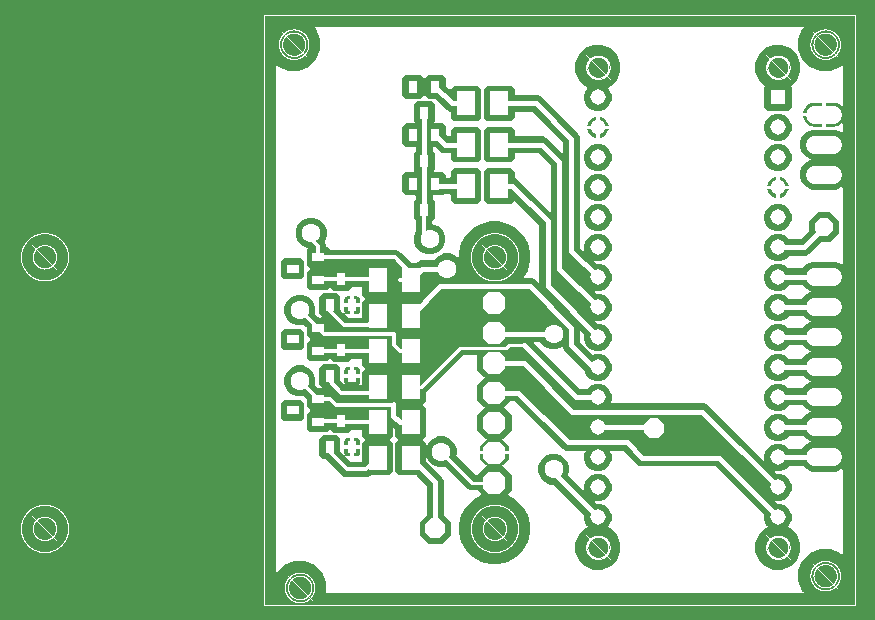
<source format=gbr>
G04 EAGLE Gerber RS-274X export*
G75*
%MOMM*%
%FSLAX34Y34*%
%LPD*%
%INBottom Copper*%
%IPNEG*%
%AMOC8*
5,1,8,0,0,1.08239X$1,22.5*%
G01*
%ADD10C,0.000000*%
%ADD11C,0.025400*%
%ADD12R,1.308000X1.308000*%
%ADD13C,1.308000*%
%ADD14P,2.089446X8X202.500000*%
%ADD15C,1.524000*%
%ADD16R,1.000000X0.800000*%
%ADD17R,1.600000X2.000000*%
%ADD18R,0.800000X1.000000*%
%ADD19P,1.649562X8X202.500000*%
%ADD20C,0.406400*%
%ADD21C,1.600000*%
%ADD22C,0.254000*%
%ADD23C,0.304800*%
%ADD24P,1.814519X8X202.500000*%

G36*
X-446598Y10164D02*
X-446598Y10164D01*
X-446617Y10162D01*
X-446719Y10184D01*
X-446821Y10200D01*
X-446838Y10210D01*
X-446858Y10214D01*
X-446947Y10267D01*
X-447038Y10316D01*
X-447052Y10330D01*
X-447069Y10340D01*
X-447136Y10419D01*
X-447208Y10494D01*
X-447216Y10512D01*
X-447229Y10527D01*
X-447268Y10623D01*
X-447311Y10717D01*
X-447313Y10737D01*
X-447321Y10755D01*
X-447339Y10922D01*
X-447339Y19507D01*
X-450789Y27836D01*
X-457164Y34211D01*
X-465493Y37661D01*
X-474507Y37661D01*
X-482836Y34211D01*
X-488540Y28507D01*
X-488598Y28466D01*
X-488650Y28416D01*
X-488697Y28394D01*
X-488739Y28364D01*
X-488808Y28343D01*
X-488873Y28313D01*
X-488925Y28307D01*
X-488975Y28291D01*
X-489046Y28293D01*
X-489117Y28285D01*
X-489168Y28296D01*
X-489220Y28298D01*
X-489288Y28322D01*
X-489358Y28338D01*
X-489403Y28364D01*
X-489451Y28382D01*
X-489507Y28427D01*
X-489569Y28464D01*
X-489603Y28503D01*
X-489643Y28536D01*
X-489682Y28596D01*
X-489729Y28651D01*
X-489748Y28699D01*
X-489776Y28743D01*
X-489794Y28812D01*
X-489821Y28879D01*
X-489829Y28950D01*
X-489837Y28981D01*
X-489835Y29005D01*
X-489839Y29046D01*
X-489839Y455954D01*
X-489828Y456025D01*
X-489826Y456097D01*
X-489808Y456146D01*
X-489800Y456197D01*
X-489766Y456260D01*
X-489741Y456328D01*
X-489709Y456368D01*
X-489684Y456414D01*
X-489632Y456464D01*
X-489588Y456520D01*
X-489544Y456548D01*
X-489506Y456584D01*
X-489441Y456614D01*
X-489381Y456653D01*
X-489330Y456666D01*
X-489283Y456687D01*
X-489212Y456695D01*
X-489142Y456713D01*
X-489090Y456709D01*
X-489039Y456715D01*
X-488968Y456699D01*
X-488897Y456694D01*
X-488849Y456673D01*
X-488798Y456662D01*
X-488737Y456626D01*
X-488671Y456597D01*
X-488615Y456553D01*
X-488587Y456536D01*
X-488572Y456518D01*
X-488540Y456493D01*
X-487836Y455789D01*
X-479507Y452339D01*
X-470493Y452339D01*
X-462164Y455789D01*
X-455789Y462164D01*
X-452339Y470493D01*
X-452339Y479507D01*
X-455789Y487836D01*
X-456493Y488540D01*
X-456534Y488598D01*
X-456584Y488650D01*
X-456606Y488697D01*
X-456636Y488739D01*
X-456657Y488808D01*
X-456687Y488873D01*
X-456693Y488925D01*
X-456709Y488975D01*
X-456707Y489046D01*
X-456715Y489117D01*
X-456704Y489168D01*
X-456702Y489220D01*
X-456678Y489288D01*
X-456662Y489358D01*
X-456636Y489403D01*
X-456618Y489451D01*
X-456573Y489507D01*
X-456536Y489569D01*
X-456497Y489603D01*
X-456464Y489643D01*
X-456404Y489682D01*
X-456349Y489729D01*
X-456301Y489748D01*
X-456257Y489776D01*
X-456188Y489794D01*
X-456121Y489821D01*
X-456050Y489829D01*
X-456019Y489837D01*
X-455995Y489835D01*
X-455954Y489839D01*
X-44046Y489839D01*
X-43975Y489828D01*
X-43903Y489826D01*
X-43854Y489808D01*
X-43803Y489800D01*
X-43740Y489766D01*
X-43672Y489741D01*
X-43632Y489709D01*
X-43586Y489684D01*
X-43536Y489632D01*
X-43480Y489588D01*
X-43452Y489544D01*
X-43416Y489506D01*
X-43386Y489441D01*
X-43347Y489381D01*
X-43334Y489330D01*
X-43313Y489283D01*
X-43305Y489212D01*
X-43287Y489142D01*
X-43291Y489090D01*
X-43285Y489039D01*
X-43301Y488968D01*
X-43306Y488897D01*
X-43327Y488849D01*
X-43338Y488798D01*
X-43374Y488737D01*
X-43403Y488671D01*
X-43447Y488615D01*
X-43464Y488587D01*
X-43482Y488572D01*
X-43507Y488540D01*
X-44211Y487836D01*
X-47661Y479507D01*
X-47661Y470493D01*
X-44211Y462164D01*
X-37836Y455789D01*
X-29507Y452339D01*
X-20493Y452339D01*
X-12164Y455789D01*
X-11460Y456493D01*
X-11402Y456534D01*
X-11350Y456584D01*
X-11303Y456606D01*
X-11261Y456636D01*
X-11192Y456657D01*
X-11127Y456687D01*
X-11075Y456693D01*
X-11025Y456709D01*
X-10954Y456707D01*
X-10883Y456715D01*
X-10832Y456704D01*
X-10780Y456702D01*
X-10712Y456678D01*
X-10642Y456662D01*
X-10597Y456636D01*
X-10549Y456618D01*
X-10493Y456573D01*
X-10431Y456536D01*
X-10397Y456497D01*
X-10357Y456464D01*
X-10318Y456404D01*
X-10271Y456349D01*
X-10252Y456301D01*
X-10224Y456257D01*
X-10206Y456188D01*
X-10179Y456121D01*
X-10171Y456050D01*
X-10163Y456019D01*
X-10165Y455995D01*
X-10161Y455954D01*
X-10161Y423388D01*
X-10172Y423317D01*
X-10174Y423246D01*
X-10192Y423197D01*
X-10200Y423145D01*
X-10234Y423082D01*
X-10259Y423015D01*
X-10291Y422974D01*
X-10316Y422928D01*
X-10367Y422879D01*
X-10412Y422822D01*
X-10456Y422794D01*
X-10494Y422758D01*
X-10559Y422728D01*
X-10619Y422690D01*
X-10670Y422677D01*
X-10717Y422655D01*
X-10788Y422647D01*
X-10858Y422629D01*
X-10910Y422634D01*
X-10961Y422628D01*
X-11032Y422643D01*
X-11103Y422649D01*
X-11151Y422669D01*
X-11202Y422680D01*
X-11263Y422717D01*
X-11329Y422745D01*
X-11385Y422790D01*
X-11413Y422806D01*
X-11428Y422824D01*
X-11460Y422850D01*
X-11761Y423150D01*
X-13055Y424090D01*
X-14480Y424816D01*
X-16001Y425311D01*
X-17580Y425561D01*
X-24477Y425561D01*
X-24477Y416162D01*
X-24480Y416142D01*
X-24478Y416123D01*
X-24500Y416021D01*
X-24517Y415919D01*
X-24526Y415902D01*
X-24530Y415882D01*
X-24583Y415793D01*
X-24632Y415702D01*
X-24646Y415688D01*
X-24656Y415671D01*
X-24735Y415604D01*
X-24810Y415533D01*
X-24828Y415524D01*
X-24843Y415511D01*
X-24939Y415473D01*
X-25033Y415429D01*
X-25053Y415427D01*
X-25071Y415419D01*
X-25238Y415401D01*
X-26001Y415401D01*
X-26001Y415399D01*
X-25238Y415399D01*
X-25218Y415396D01*
X-25199Y415398D01*
X-25097Y415376D01*
X-24995Y415359D01*
X-24978Y415350D01*
X-24958Y415346D01*
X-24869Y415293D01*
X-24778Y415244D01*
X-24764Y415230D01*
X-24747Y415220D01*
X-24680Y415141D01*
X-24609Y415066D01*
X-24600Y415048D01*
X-24587Y415033D01*
X-24548Y414937D01*
X-24505Y414843D01*
X-24503Y414823D01*
X-24495Y414805D01*
X-24477Y414638D01*
X-24477Y405239D01*
X-17580Y405239D01*
X-16001Y405489D01*
X-14480Y405984D01*
X-13055Y406710D01*
X-11761Y407650D01*
X-11460Y407950D01*
X-11402Y407992D01*
X-11350Y408042D01*
X-11303Y408063D01*
X-11261Y408094D01*
X-11192Y408115D01*
X-11127Y408145D01*
X-11075Y408151D01*
X-11025Y408166D01*
X-10954Y408164D01*
X-10883Y408172D01*
X-10832Y408161D01*
X-10780Y408160D01*
X-10712Y408135D01*
X-10642Y408120D01*
X-10597Y408093D01*
X-10549Y408075D01*
X-10493Y408031D01*
X-10431Y407994D01*
X-10397Y407954D01*
X-10357Y407922D01*
X-10318Y407861D01*
X-10271Y407807D01*
X-10252Y407759D01*
X-10224Y407715D01*
X-10206Y407645D01*
X-10179Y407579D01*
X-10171Y407507D01*
X-10163Y407476D01*
X-10165Y407453D01*
X-10161Y407412D01*
X-10161Y401395D01*
X-10168Y401350D01*
X-10166Y401304D01*
X-10188Y401229D01*
X-10200Y401153D01*
X-10222Y401112D01*
X-10235Y401068D01*
X-10279Y401004D01*
X-10316Y400935D01*
X-10349Y400904D01*
X-10375Y400866D01*
X-10438Y400819D01*
X-10494Y400766D01*
X-10536Y400746D01*
X-10572Y400719D01*
X-10646Y400695D01*
X-10717Y400662D01*
X-10763Y400657D01*
X-10806Y400643D01*
X-10884Y400644D01*
X-10961Y400635D01*
X-11006Y400645D01*
X-11052Y400645D01*
X-11184Y400683D01*
X-11202Y400687D01*
X-11206Y400690D01*
X-11213Y400692D01*
X-15870Y402621D01*
X-36130Y402621D01*
X-40769Y400699D01*
X-44319Y397149D01*
X-46241Y392510D01*
X-46241Y387490D01*
X-44319Y382851D01*
X-40769Y379301D01*
X-37637Y378003D01*
X-37576Y377965D01*
X-37511Y377936D01*
X-37472Y377901D01*
X-37428Y377874D01*
X-37382Y377818D01*
X-37329Y377770D01*
X-37304Y377724D01*
X-37271Y377684D01*
X-37245Y377617D01*
X-37211Y377554D01*
X-37202Y377503D01*
X-37183Y377455D01*
X-37180Y377383D01*
X-37167Y377312D01*
X-37175Y377261D01*
X-37172Y377209D01*
X-37192Y377140D01*
X-37203Y377069D01*
X-37227Y377023D01*
X-37241Y376973D01*
X-37282Y376914D01*
X-37314Y376850D01*
X-37352Y376813D01*
X-37381Y376771D01*
X-37439Y376728D01*
X-37490Y376678D01*
X-37553Y376643D01*
X-37579Y376624D01*
X-37601Y376617D01*
X-37637Y376597D01*
X-40769Y375299D01*
X-44319Y371749D01*
X-46241Y367110D01*
X-46241Y362090D01*
X-44319Y357451D01*
X-40769Y353901D01*
X-36130Y351979D01*
X-15870Y351979D01*
X-11213Y353908D01*
X-11169Y353918D01*
X-11127Y353938D01*
X-11050Y353946D01*
X-10974Y353964D01*
X-10928Y353960D01*
X-10883Y353965D01*
X-10806Y353948D01*
X-10729Y353941D01*
X-10687Y353922D01*
X-10642Y353913D01*
X-10575Y353873D01*
X-10504Y353841D01*
X-10470Y353810D01*
X-10431Y353786D01*
X-10380Y353727D01*
X-10323Y353675D01*
X-10301Y353634D01*
X-10271Y353600D01*
X-10242Y353527D01*
X-10205Y353459D01*
X-10196Y353414D01*
X-10179Y353371D01*
X-10164Y353235D01*
X-10161Y353217D01*
X-10162Y353212D01*
X-10161Y353205D01*
X-10161Y289595D01*
X-10168Y289550D01*
X-10166Y289504D01*
X-10188Y289429D01*
X-10200Y289353D01*
X-10222Y289312D01*
X-10235Y289268D01*
X-10279Y289204D01*
X-10316Y289135D01*
X-10349Y289104D01*
X-10375Y289066D01*
X-10438Y289019D01*
X-10494Y288966D01*
X-10536Y288946D01*
X-10572Y288919D01*
X-10646Y288895D01*
X-10717Y288862D01*
X-10763Y288857D01*
X-10806Y288843D01*
X-10884Y288844D01*
X-10961Y288835D01*
X-11006Y288845D01*
X-11052Y288845D01*
X-11184Y288883D01*
X-11202Y288887D01*
X-11206Y288890D01*
X-11213Y288892D01*
X-15870Y290821D01*
X-36130Y290821D01*
X-40769Y288899D01*
X-44213Y285456D01*
X-44287Y285403D01*
X-44356Y285343D01*
X-44386Y285331D01*
X-44412Y285312D01*
X-44499Y285285D01*
X-44584Y285251D01*
X-44625Y285247D01*
X-44648Y285240D01*
X-44680Y285241D01*
X-44751Y285233D01*
X-55996Y285233D01*
X-56086Y285247D01*
X-56177Y285255D01*
X-56207Y285267D01*
X-56239Y285272D01*
X-56320Y285315D01*
X-56404Y285351D01*
X-56436Y285377D01*
X-56456Y285388D01*
X-56479Y285411D01*
X-56535Y285456D01*
X-58463Y287384D01*
X-62704Y289141D01*
X-67296Y289141D01*
X-71537Y287384D01*
X-74784Y284137D01*
X-76541Y279896D01*
X-76541Y275304D01*
X-74784Y271063D01*
X-71537Y267816D01*
X-67296Y266059D01*
X-62704Y266059D01*
X-58463Y267816D01*
X-55335Y270944D01*
X-55261Y270997D01*
X-55191Y271057D01*
X-55161Y271069D01*
X-55135Y271088D01*
X-55048Y271115D01*
X-54963Y271149D01*
X-54922Y271153D01*
X-54900Y271160D01*
X-54868Y271159D01*
X-54796Y271167D01*
X-44751Y271167D01*
X-44661Y271153D01*
X-44570Y271145D01*
X-44540Y271133D01*
X-44508Y271128D01*
X-44428Y271085D01*
X-44344Y271049D01*
X-44312Y271023D01*
X-44291Y271012D01*
X-44269Y270989D01*
X-44213Y270944D01*
X-40769Y267501D01*
X-37637Y266203D01*
X-37576Y266165D01*
X-37511Y266136D01*
X-37472Y266101D01*
X-37428Y266074D01*
X-37382Y266018D01*
X-37329Y265970D01*
X-37304Y265924D01*
X-37271Y265884D01*
X-37245Y265817D01*
X-37211Y265754D01*
X-37202Y265703D01*
X-37183Y265655D01*
X-37180Y265583D01*
X-37167Y265512D01*
X-37175Y265461D01*
X-37173Y265409D01*
X-37192Y265340D01*
X-37203Y265269D01*
X-37227Y265223D01*
X-37241Y265173D01*
X-37282Y265114D01*
X-37314Y265050D01*
X-37352Y265013D01*
X-37381Y264971D01*
X-37439Y264928D01*
X-37490Y264878D01*
X-37553Y264843D01*
X-37579Y264824D01*
X-37601Y264817D01*
X-37637Y264797D01*
X-40769Y263499D01*
X-44319Y259949D01*
X-44421Y259703D01*
X-44483Y259604D01*
X-44543Y259503D01*
X-44548Y259499D01*
X-44551Y259494D01*
X-44640Y259420D01*
X-44730Y259343D01*
X-44736Y259341D01*
X-44740Y259337D01*
X-44848Y259295D01*
X-44958Y259251D01*
X-44965Y259250D01*
X-44970Y259249D01*
X-44988Y259248D01*
X-45125Y259233D01*
X-55396Y259233D01*
X-55486Y259247D01*
X-55577Y259255D01*
X-55607Y259267D01*
X-55639Y259272D01*
X-55720Y259315D01*
X-55804Y259351D01*
X-55836Y259377D01*
X-55856Y259388D01*
X-55879Y259411D01*
X-55935Y259456D01*
X-58463Y261984D01*
X-62704Y263741D01*
X-67296Y263741D01*
X-71537Y261984D01*
X-74784Y258737D01*
X-76541Y254496D01*
X-76541Y249904D01*
X-74784Y245663D01*
X-71537Y242416D01*
X-67296Y240659D01*
X-62704Y240659D01*
X-58463Y242416D01*
X-55935Y244944D01*
X-55861Y244997D01*
X-55791Y245057D01*
X-55761Y245069D01*
X-55735Y245088D01*
X-55648Y245115D01*
X-55563Y245149D01*
X-55522Y245153D01*
X-55500Y245160D01*
X-55468Y245159D01*
X-55396Y245167D01*
X-44151Y245167D01*
X-44061Y245153D01*
X-43970Y245145D01*
X-43940Y245133D01*
X-43908Y245128D01*
X-43828Y245085D01*
X-43744Y245049D01*
X-43712Y245023D01*
X-43691Y245012D01*
X-43669Y244989D01*
X-43613Y244944D01*
X-40769Y242101D01*
X-37637Y240803D01*
X-37576Y240765D01*
X-37511Y240736D01*
X-37472Y240701D01*
X-37428Y240674D01*
X-37382Y240618D01*
X-37329Y240570D01*
X-37304Y240524D01*
X-37271Y240484D01*
X-37245Y240417D01*
X-37211Y240354D01*
X-37202Y240303D01*
X-37183Y240255D01*
X-37180Y240183D01*
X-37167Y240112D01*
X-37175Y240061D01*
X-37173Y240009D01*
X-37192Y239940D01*
X-37203Y239869D01*
X-37227Y239823D01*
X-37241Y239773D01*
X-37282Y239714D01*
X-37314Y239650D01*
X-37352Y239613D01*
X-37381Y239571D01*
X-37439Y239528D01*
X-37490Y239478D01*
X-37553Y239443D01*
X-37579Y239424D01*
X-37601Y239417D01*
X-37637Y239397D01*
X-40769Y238099D01*
X-44213Y234656D01*
X-44287Y234603D01*
X-44356Y234543D01*
X-44386Y234531D01*
X-44412Y234512D01*
X-44499Y234485D01*
X-44584Y234451D01*
X-44625Y234447D01*
X-44648Y234440D01*
X-44680Y234441D01*
X-44751Y234433D01*
X-55996Y234433D01*
X-56086Y234447D01*
X-56177Y234455D01*
X-56207Y234467D01*
X-56239Y234472D01*
X-56320Y234515D01*
X-56404Y234551D01*
X-56436Y234577D01*
X-56456Y234588D01*
X-56479Y234611D01*
X-56535Y234656D01*
X-58463Y236584D01*
X-62704Y238341D01*
X-67296Y238341D01*
X-71537Y236584D01*
X-74784Y233337D01*
X-76541Y229096D01*
X-76541Y224504D01*
X-74784Y220263D01*
X-71537Y217016D01*
X-67296Y215259D01*
X-62704Y215259D01*
X-58463Y217016D01*
X-55335Y220144D01*
X-55261Y220197D01*
X-55191Y220257D01*
X-55161Y220269D01*
X-55135Y220288D01*
X-55048Y220315D01*
X-54963Y220349D01*
X-54922Y220353D01*
X-54900Y220360D01*
X-54868Y220359D01*
X-54796Y220367D01*
X-44751Y220367D01*
X-44661Y220353D01*
X-44570Y220345D01*
X-44540Y220333D01*
X-44508Y220328D01*
X-44428Y220285D01*
X-44344Y220249D01*
X-44312Y220223D01*
X-44291Y220212D01*
X-44269Y220189D01*
X-44213Y220144D01*
X-40769Y216701D01*
X-37637Y215403D01*
X-37576Y215365D01*
X-37511Y215336D01*
X-37472Y215301D01*
X-37428Y215274D01*
X-37382Y215218D01*
X-37329Y215170D01*
X-37304Y215124D01*
X-37271Y215084D01*
X-37245Y215017D01*
X-37211Y214954D01*
X-37202Y214903D01*
X-37183Y214855D01*
X-37180Y214783D01*
X-37167Y214712D01*
X-37175Y214661D01*
X-37173Y214609D01*
X-37192Y214540D01*
X-37203Y214469D01*
X-37227Y214423D01*
X-37241Y214373D01*
X-37282Y214314D01*
X-37314Y214250D01*
X-37352Y214213D01*
X-37381Y214171D01*
X-37439Y214128D01*
X-37490Y214078D01*
X-37553Y214043D01*
X-37579Y214024D01*
X-37601Y214017D01*
X-37637Y213997D01*
X-40769Y212699D01*
X-44319Y209149D01*
X-44421Y208903D01*
X-44483Y208804D01*
X-44543Y208703D01*
X-44548Y208699D01*
X-44551Y208694D01*
X-44640Y208620D01*
X-44730Y208543D01*
X-44736Y208541D01*
X-44740Y208537D01*
X-44848Y208495D01*
X-44958Y208451D01*
X-44965Y208450D01*
X-44970Y208449D01*
X-44988Y208448D01*
X-45125Y208433D01*
X-55396Y208433D01*
X-55486Y208447D01*
X-55577Y208455D01*
X-55607Y208467D01*
X-55639Y208472D01*
X-55720Y208515D01*
X-55804Y208551D01*
X-55836Y208577D01*
X-55856Y208588D01*
X-55879Y208611D01*
X-55935Y208656D01*
X-58463Y211184D01*
X-62704Y212941D01*
X-67296Y212941D01*
X-71537Y211184D01*
X-74784Y207937D01*
X-76541Y203696D01*
X-76541Y199104D01*
X-74784Y194863D01*
X-71537Y191616D01*
X-67296Y189859D01*
X-62704Y189859D01*
X-58463Y191616D01*
X-55935Y194144D01*
X-55861Y194197D01*
X-55791Y194257D01*
X-55761Y194269D01*
X-55735Y194288D01*
X-55648Y194315D01*
X-55563Y194349D01*
X-55522Y194353D01*
X-55500Y194360D01*
X-55468Y194359D01*
X-55396Y194367D01*
X-44151Y194367D01*
X-44061Y194353D01*
X-43970Y194345D01*
X-43940Y194333D01*
X-43908Y194328D01*
X-43828Y194285D01*
X-43744Y194249D01*
X-43712Y194223D01*
X-43691Y194212D01*
X-43669Y194189D01*
X-43613Y194144D01*
X-40769Y191301D01*
X-37637Y190003D01*
X-37576Y189965D01*
X-37511Y189936D01*
X-37472Y189901D01*
X-37428Y189874D01*
X-37382Y189818D01*
X-37329Y189770D01*
X-37304Y189724D01*
X-37271Y189684D01*
X-37245Y189617D01*
X-37211Y189554D01*
X-37202Y189503D01*
X-37183Y189455D01*
X-37180Y189383D01*
X-37167Y189312D01*
X-37175Y189261D01*
X-37173Y189209D01*
X-37192Y189140D01*
X-37203Y189069D01*
X-37227Y189023D01*
X-37241Y188973D01*
X-37282Y188914D01*
X-37314Y188850D01*
X-37352Y188813D01*
X-37381Y188771D01*
X-37439Y188728D01*
X-37490Y188678D01*
X-37553Y188643D01*
X-37579Y188624D01*
X-37601Y188617D01*
X-37637Y188597D01*
X-40769Y187299D01*
X-44213Y183856D01*
X-44287Y183803D01*
X-44356Y183743D01*
X-44386Y183731D01*
X-44412Y183712D01*
X-44499Y183685D01*
X-44584Y183651D01*
X-44625Y183647D01*
X-44648Y183640D01*
X-44680Y183641D01*
X-44751Y183633D01*
X-55996Y183633D01*
X-56086Y183647D01*
X-56177Y183655D01*
X-56207Y183667D01*
X-56239Y183672D01*
X-56320Y183715D01*
X-56404Y183751D01*
X-56436Y183777D01*
X-56456Y183788D01*
X-56479Y183811D01*
X-56535Y183856D01*
X-58463Y185784D01*
X-62704Y187541D01*
X-67296Y187541D01*
X-71537Y185784D01*
X-74784Y182537D01*
X-76541Y178296D01*
X-76541Y173704D01*
X-74784Y169463D01*
X-71537Y166216D01*
X-67296Y164459D01*
X-62704Y164459D01*
X-58463Y166216D01*
X-55335Y169344D01*
X-55261Y169397D01*
X-55191Y169457D01*
X-55161Y169469D01*
X-55135Y169488D01*
X-55048Y169515D01*
X-54963Y169549D01*
X-54922Y169553D01*
X-54900Y169560D01*
X-54868Y169559D01*
X-54796Y169567D01*
X-44751Y169567D01*
X-44661Y169553D01*
X-44570Y169545D01*
X-44540Y169533D01*
X-44508Y169528D01*
X-44428Y169485D01*
X-44344Y169449D01*
X-44312Y169423D01*
X-44291Y169412D01*
X-44269Y169389D01*
X-44213Y169344D01*
X-40769Y165901D01*
X-37637Y164603D01*
X-37576Y164565D01*
X-37511Y164536D01*
X-37472Y164501D01*
X-37428Y164474D01*
X-37382Y164418D01*
X-37329Y164370D01*
X-37304Y164324D01*
X-37271Y164284D01*
X-37245Y164217D01*
X-37211Y164154D01*
X-37202Y164103D01*
X-37183Y164055D01*
X-37180Y163983D01*
X-37167Y163912D01*
X-37175Y163861D01*
X-37173Y163809D01*
X-37192Y163740D01*
X-37203Y163669D01*
X-37227Y163623D01*
X-37241Y163573D01*
X-37282Y163514D01*
X-37314Y163450D01*
X-37352Y163413D01*
X-37381Y163371D01*
X-37439Y163328D01*
X-37490Y163278D01*
X-37553Y163243D01*
X-37579Y163224D01*
X-37601Y163217D01*
X-37637Y163197D01*
X-40769Y161899D01*
X-44319Y158349D01*
X-44421Y158103D01*
X-44483Y158004D01*
X-44543Y157903D01*
X-44548Y157899D01*
X-44551Y157894D01*
X-44640Y157820D01*
X-44730Y157743D01*
X-44736Y157741D01*
X-44740Y157737D01*
X-44848Y157695D01*
X-44958Y157651D01*
X-44965Y157650D01*
X-44970Y157649D01*
X-44988Y157648D01*
X-45125Y157633D01*
X-55396Y157633D01*
X-55486Y157647D01*
X-55577Y157655D01*
X-55607Y157667D01*
X-55639Y157672D01*
X-55720Y157715D01*
X-55804Y157751D01*
X-55836Y157777D01*
X-55856Y157788D01*
X-55879Y157811D01*
X-55935Y157856D01*
X-58463Y160384D01*
X-62704Y162141D01*
X-67296Y162141D01*
X-71537Y160384D01*
X-74784Y157137D01*
X-76541Y152896D01*
X-76541Y148304D01*
X-74784Y144063D01*
X-71537Y140816D01*
X-67296Y139059D01*
X-62704Y139059D01*
X-58463Y140816D01*
X-55935Y143344D01*
X-55861Y143397D01*
X-55791Y143457D01*
X-55761Y143469D01*
X-55735Y143488D01*
X-55648Y143515D01*
X-55563Y143549D01*
X-55522Y143553D01*
X-55500Y143560D01*
X-55468Y143559D01*
X-55396Y143567D01*
X-44151Y143567D01*
X-44061Y143553D01*
X-43970Y143545D01*
X-43940Y143533D01*
X-43908Y143528D01*
X-43828Y143485D01*
X-43744Y143449D01*
X-43712Y143423D01*
X-43691Y143412D01*
X-43669Y143389D01*
X-43613Y143344D01*
X-40769Y140501D01*
X-37637Y139203D01*
X-37576Y139165D01*
X-37511Y139136D01*
X-37472Y139101D01*
X-37428Y139074D01*
X-37382Y139018D01*
X-37329Y138970D01*
X-37304Y138924D01*
X-37271Y138884D01*
X-37245Y138817D01*
X-37211Y138754D01*
X-37202Y138703D01*
X-37183Y138655D01*
X-37180Y138583D01*
X-37167Y138512D01*
X-37175Y138461D01*
X-37173Y138409D01*
X-37192Y138340D01*
X-37203Y138269D01*
X-37227Y138223D01*
X-37241Y138173D01*
X-37282Y138114D01*
X-37314Y138050D01*
X-37352Y138013D01*
X-37381Y137971D01*
X-37439Y137928D01*
X-37490Y137878D01*
X-37553Y137843D01*
X-37579Y137824D01*
X-37601Y137817D01*
X-37637Y137797D01*
X-40769Y136499D01*
X-44319Y132949D01*
X-44421Y132703D01*
X-44483Y132604D01*
X-44543Y132503D01*
X-44548Y132499D01*
X-44551Y132494D01*
X-44640Y132420D01*
X-44730Y132343D01*
X-44736Y132341D01*
X-44740Y132337D01*
X-44848Y132295D01*
X-44958Y132251D01*
X-44965Y132250D01*
X-44970Y132249D01*
X-44988Y132248D01*
X-45125Y132233D01*
X-55396Y132233D01*
X-55486Y132247D01*
X-55577Y132255D01*
X-55607Y132267D01*
X-55639Y132272D01*
X-55720Y132315D01*
X-55804Y132351D01*
X-55836Y132377D01*
X-55856Y132388D01*
X-55879Y132411D01*
X-55935Y132456D01*
X-58463Y134984D01*
X-62704Y136741D01*
X-67296Y136741D01*
X-71537Y134984D01*
X-74784Y131737D01*
X-76541Y127496D01*
X-76541Y123124D01*
X-76552Y123054D01*
X-76554Y122982D01*
X-76572Y122933D01*
X-76580Y122882D01*
X-76614Y122818D01*
X-76639Y122751D01*
X-76671Y122710D01*
X-76696Y122664D01*
X-76747Y122615D01*
X-76792Y122559D01*
X-76836Y122531D01*
X-76874Y122495D01*
X-76939Y122465D01*
X-76999Y122426D01*
X-77050Y122413D01*
X-77097Y122391D01*
X-77168Y122383D01*
X-77238Y122366D01*
X-77290Y122370D01*
X-77341Y122364D01*
X-77412Y122379D01*
X-77483Y122385D01*
X-77531Y122405D01*
X-77582Y122416D01*
X-77643Y122453D01*
X-77709Y122481D01*
X-77765Y122526D01*
X-77793Y122543D01*
X-77808Y122560D01*
X-77840Y122586D01*
X-123131Y167877D01*
X-125216Y169962D01*
X-127801Y171033D01*
X-205827Y171033D01*
X-205872Y171040D01*
X-205918Y171038D01*
X-205993Y171060D01*
X-206069Y171072D01*
X-206110Y171094D01*
X-206154Y171107D01*
X-206218Y171151D01*
X-206287Y171188D01*
X-206318Y171221D01*
X-206356Y171247D01*
X-206402Y171309D01*
X-206456Y171366D01*
X-206476Y171408D01*
X-206503Y171444D01*
X-206527Y171518D01*
X-206560Y171589D01*
X-206565Y171635D01*
X-206579Y171678D01*
X-206578Y171756D01*
X-206587Y171833D01*
X-206577Y171878D01*
X-206577Y171924D01*
X-206539Y172056D01*
X-206535Y172074D01*
X-206532Y172078D01*
X-206530Y172085D01*
X-205859Y173704D01*
X-205859Y178296D01*
X-207616Y182537D01*
X-210863Y185784D01*
X-215104Y187541D01*
X-219696Y187541D01*
X-223937Y185784D01*
X-226465Y183256D01*
X-226539Y183203D01*
X-226609Y183143D01*
X-226639Y183131D01*
X-226665Y183112D01*
X-226752Y183085D01*
X-226837Y183051D01*
X-226878Y183047D01*
X-226900Y183040D01*
X-226932Y183041D01*
X-227004Y183033D01*
X-232772Y183033D01*
X-232862Y183047D01*
X-232953Y183055D01*
X-232982Y183067D01*
X-233014Y183072D01*
X-233095Y183115D01*
X-233179Y183151D01*
X-233211Y183177D01*
X-233232Y183188D01*
X-233254Y183211D01*
X-233310Y183256D01*
X-271722Y221668D01*
X-271764Y221726D01*
X-271813Y221778D01*
X-271835Y221825D01*
X-271865Y221867D01*
X-271887Y221936D01*
X-271917Y222001D01*
X-271923Y222053D01*
X-271938Y222103D01*
X-271936Y222174D01*
X-271944Y222245D01*
X-271933Y222296D01*
X-271931Y222348D01*
X-271907Y222416D01*
X-271892Y222486D01*
X-271865Y222531D01*
X-271847Y222579D01*
X-271802Y222635D01*
X-271765Y222697D01*
X-271726Y222731D01*
X-271693Y222771D01*
X-271633Y222810D01*
X-271579Y222857D01*
X-271530Y222876D01*
X-271486Y222904D01*
X-271417Y222922D01*
X-271350Y222949D01*
X-271279Y222957D01*
X-271248Y222965D01*
X-271225Y222963D01*
X-271184Y222967D01*
X-266667Y222967D01*
X-266560Y222950D01*
X-266486Y222944D01*
X-266463Y222934D01*
X-266428Y222929D01*
X-266426Y222928D01*
X-266425Y222928D01*
X-266332Y222878D01*
X-266260Y222848D01*
X-266234Y222827D01*
X-266210Y222814D01*
X-266209Y222813D01*
X-266207Y222812D01*
X-266181Y222785D01*
X-266129Y222743D01*
X-262364Y218979D01*
X-257586Y216999D01*
X-252414Y216999D01*
X-247958Y218845D01*
X-247938Y218850D01*
X-247921Y218859D01*
X-247819Y218878D01*
X-247718Y218901D01*
X-247699Y218899D01*
X-247679Y218903D01*
X-247576Y218888D01*
X-247473Y218878D01*
X-247455Y218870D01*
X-247435Y218867D01*
X-247343Y218820D01*
X-247249Y218778D01*
X-247234Y218765D01*
X-247216Y218756D01*
X-247144Y218682D01*
X-247068Y218612D01*
X-247058Y218594D01*
X-247044Y218580D01*
X-246963Y218433D01*
X-245962Y216016D01*
X-243877Y213931D01*
X-228970Y199025D01*
X-228932Y198971D01*
X-228886Y198925D01*
X-228846Y198852D01*
X-228827Y198825D01*
X-228821Y198806D01*
X-228805Y198778D01*
X-227184Y194863D01*
X-223937Y191616D01*
X-219696Y189859D01*
X-215104Y189859D01*
X-210863Y191616D01*
X-207616Y194863D01*
X-205859Y199104D01*
X-205859Y203696D01*
X-207616Y207937D01*
X-210863Y211184D01*
X-215104Y212941D01*
X-219696Y212941D01*
X-221559Y212169D01*
X-221672Y212142D01*
X-221786Y212114D01*
X-221792Y212114D01*
X-221798Y212113D01*
X-221915Y212124D01*
X-222031Y212133D01*
X-222037Y212135D01*
X-222043Y212136D01*
X-222151Y212184D01*
X-222257Y212229D01*
X-222263Y212234D01*
X-222268Y212236D01*
X-222282Y212249D01*
X-222388Y212334D01*
X-232744Y222690D01*
X-232797Y222764D01*
X-232857Y222833D01*
X-232869Y222864D01*
X-232888Y222890D01*
X-232915Y222977D01*
X-232949Y223062D01*
X-232953Y223103D01*
X-232960Y223125D01*
X-232959Y223157D01*
X-232967Y223228D01*
X-232967Y231184D01*
X-232956Y231254D01*
X-232954Y231326D01*
X-232936Y231375D01*
X-232928Y231426D01*
X-232894Y231490D01*
X-232869Y231557D01*
X-232837Y231598D01*
X-232812Y231644D01*
X-232761Y231693D01*
X-232716Y231749D01*
X-232672Y231777D01*
X-232634Y231813D01*
X-232569Y231843D01*
X-232509Y231882D01*
X-232458Y231895D01*
X-232411Y231917D01*
X-232340Y231925D01*
X-232270Y231942D01*
X-232218Y231938D01*
X-232167Y231944D01*
X-232096Y231929D01*
X-232025Y231923D01*
X-231977Y231903D01*
X-231926Y231892D01*
X-231865Y231855D01*
X-231799Y231827D01*
X-231743Y231782D01*
X-231715Y231765D01*
X-231700Y231748D01*
X-231668Y231722D01*
X-229164Y229218D01*
X-229111Y229144D01*
X-229051Y229075D01*
X-229039Y229044D01*
X-229020Y229018D01*
X-228993Y228931D01*
X-228959Y228846D01*
X-228955Y228805D01*
X-228948Y228783D01*
X-228949Y228751D01*
X-228941Y228680D01*
X-228941Y224504D01*
X-227184Y220263D01*
X-223937Y217016D01*
X-219696Y215259D01*
X-215104Y215259D01*
X-210863Y217016D01*
X-207616Y220263D01*
X-205859Y224504D01*
X-205859Y229096D01*
X-207616Y233337D01*
X-210863Y236584D01*
X-215104Y238341D01*
X-218080Y238341D01*
X-218170Y238355D01*
X-218261Y238363D01*
X-218290Y238375D01*
X-218322Y238380D01*
X-218403Y238423D01*
X-218487Y238459D01*
X-218519Y238485D01*
X-218540Y238496D01*
X-218562Y238519D01*
X-218618Y238564D01*
X-219414Y239360D01*
X-219456Y239418D01*
X-219505Y239470D01*
X-219527Y239517D01*
X-219557Y239559D01*
X-219579Y239628D01*
X-219609Y239693D01*
X-219615Y239745D01*
X-219630Y239795D01*
X-219628Y239866D01*
X-219636Y239937D01*
X-219625Y239988D01*
X-219623Y240040D01*
X-219599Y240108D01*
X-219584Y240178D01*
X-219557Y240222D01*
X-219539Y240271D01*
X-219494Y240327D01*
X-219457Y240389D01*
X-219418Y240423D01*
X-219385Y240463D01*
X-219325Y240502D01*
X-219271Y240549D01*
X-219222Y240568D01*
X-219178Y240596D01*
X-219109Y240614D01*
X-219042Y240641D01*
X-218971Y240649D01*
X-218940Y240657D01*
X-218917Y240655D01*
X-218876Y240659D01*
X-215104Y240659D01*
X-210863Y242416D01*
X-207616Y245663D01*
X-205859Y249904D01*
X-205859Y254496D01*
X-207616Y258737D01*
X-210863Y261984D01*
X-215104Y263741D01*
X-218480Y263741D01*
X-218570Y263755D01*
X-218661Y263763D01*
X-218690Y263775D01*
X-218722Y263780D01*
X-218803Y263823D01*
X-218887Y263859D01*
X-218919Y263885D01*
X-218940Y263896D01*
X-218962Y263919D01*
X-219018Y263964D01*
X-219814Y264760D01*
X-219856Y264818D01*
X-219905Y264870D01*
X-219927Y264917D01*
X-219957Y264959D01*
X-219979Y265028D01*
X-220009Y265093D01*
X-220015Y265145D01*
X-220030Y265195D01*
X-220028Y265266D01*
X-220036Y265337D01*
X-220025Y265388D01*
X-220023Y265440D01*
X-219999Y265508D01*
X-219984Y265578D01*
X-219957Y265622D01*
X-219939Y265671D01*
X-219894Y265727D01*
X-219857Y265789D01*
X-219818Y265823D01*
X-219785Y265863D01*
X-219725Y265902D01*
X-219671Y265949D01*
X-219622Y265968D01*
X-219578Y265996D01*
X-219509Y266014D01*
X-219442Y266041D01*
X-219371Y266049D01*
X-219340Y266057D01*
X-219317Y266055D01*
X-219276Y266059D01*
X-215104Y266059D01*
X-210863Y267816D01*
X-207616Y271063D01*
X-205859Y275304D01*
X-205859Y279896D01*
X-207616Y284137D01*
X-210863Y287384D01*
X-215104Y289141D01*
X-218880Y289141D01*
X-218970Y289155D01*
X-219061Y289163D01*
X-219090Y289175D01*
X-219122Y289180D01*
X-219203Y289223D01*
X-219287Y289259D01*
X-219319Y289285D01*
X-219340Y289296D01*
X-219362Y289319D01*
X-219418Y289364D01*
X-220214Y290160D01*
X-220256Y290218D01*
X-220305Y290270D01*
X-220327Y290317D01*
X-220357Y290359D01*
X-220379Y290428D01*
X-220409Y290493D01*
X-220415Y290545D01*
X-220430Y290595D01*
X-220428Y290666D01*
X-220436Y290737D01*
X-220425Y290788D01*
X-220423Y290840D01*
X-220399Y290908D01*
X-220384Y290978D01*
X-220357Y291022D01*
X-220339Y291071D01*
X-220294Y291127D01*
X-220257Y291189D01*
X-220218Y291223D01*
X-220185Y291263D01*
X-220125Y291302D01*
X-220071Y291349D01*
X-220022Y291368D01*
X-219978Y291396D01*
X-219909Y291414D01*
X-219842Y291441D01*
X-219771Y291449D01*
X-219740Y291457D01*
X-219717Y291455D01*
X-219676Y291459D01*
X-215104Y291459D01*
X-210863Y293216D01*
X-207616Y296463D01*
X-205859Y300704D01*
X-205859Y305296D01*
X-207616Y309537D01*
X-210863Y312784D01*
X-215104Y314541D01*
X-219696Y314541D01*
X-223937Y312784D01*
X-227184Y309537D01*
X-228941Y305296D01*
X-228941Y300724D01*
X-228952Y300654D01*
X-228954Y300582D01*
X-228972Y300533D01*
X-228980Y300482D01*
X-229014Y300418D01*
X-229039Y300351D01*
X-229071Y300310D01*
X-229096Y300264D01*
X-229148Y300215D01*
X-229192Y300159D01*
X-229236Y300131D01*
X-229274Y300095D01*
X-229339Y300065D01*
X-229399Y300026D01*
X-229450Y300013D01*
X-229497Y299991D01*
X-229568Y299983D01*
X-229638Y299966D01*
X-229690Y299970D01*
X-229741Y299964D01*
X-229812Y299979D01*
X-229883Y299985D01*
X-229931Y300005D01*
X-229982Y300016D01*
X-230043Y300053D01*
X-230109Y300081D01*
X-230165Y300126D01*
X-230193Y300143D01*
X-230208Y300160D01*
X-230240Y300186D01*
X-232744Y302690D01*
X-232797Y302764D01*
X-232857Y302834D01*
X-232869Y302864D01*
X-232888Y302890D01*
X-232915Y302977D01*
X-232937Y303032D01*
X-232939Y303037D01*
X-232939Y303038D01*
X-232949Y303062D01*
X-232953Y303103D01*
X-232960Y303125D01*
X-232959Y303157D01*
X-232967Y303228D01*
X-232967Y396399D01*
X-234038Y398984D01*
X-266016Y430962D01*
X-268601Y432033D01*
X-287238Y432033D01*
X-287258Y432036D01*
X-287277Y432034D01*
X-287379Y432056D01*
X-287481Y432072D01*
X-287498Y432082D01*
X-287518Y432086D01*
X-287607Y432139D01*
X-287698Y432188D01*
X-287712Y432202D01*
X-287729Y432212D01*
X-287796Y432291D01*
X-287868Y432366D01*
X-287876Y432384D01*
X-287889Y432399D01*
X-287928Y432495D01*
X-287971Y432589D01*
X-287973Y432609D01*
X-287981Y432627D01*
X-287999Y432794D01*
X-287999Y437071D01*
X-290929Y440001D01*
X-311071Y440001D01*
X-314001Y437071D01*
X-314001Y412929D01*
X-311071Y409999D01*
X-290929Y409999D01*
X-287999Y412929D01*
X-287999Y417206D01*
X-287996Y417226D01*
X-287998Y417245D01*
X-287976Y417347D01*
X-287960Y417449D01*
X-287950Y417466D01*
X-287946Y417486D01*
X-287893Y417575D01*
X-287844Y417666D01*
X-287830Y417680D01*
X-287820Y417697D01*
X-287741Y417764D01*
X-287666Y417836D01*
X-287648Y417844D01*
X-287633Y417857D01*
X-287537Y417896D01*
X-287443Y417939D01*
X-287423Y417941D01*
X-287405Y417949D01*
X-287238Y417967D01*
X-273228Y417967D01*
X-273138Y417953D01*
X-273047Y417945D01*
X-273018Y417933D01*
X-272986Y417928D01*
X-272905Y417885D01*
X-272821Y417849D01*
X-272789Y417823D01*
X-272768Y417812D01*
X-272746Y417789D01*
X-272690Y417744D01*
X-247256Y392310D01*
X-247203Y392236D01*
X-247143Y392166D01*
X-247131Y392136D01*
X-247112Y392110D01*
X-247085Y392023D01*
X-247051Y391938D01*
X-247047Y391897D01*
X-247040Y391875D01*
X-247041Y391843D01*
X-247033Y391772D01*
X-247033Y383816D01*
X-247044Y383746D01*
X-247046Y383674D01*
X-247064Y383625D01*
X-247072Y383574D01*
X-247106Y383510D01*
X-247131Y383443D01*
X-247163Y383402D01*
X-247188Y383356D01*
X-247240Y383307D01*
X-247284Y383251D01*
X-247328Y383223D01*
X-247366Y383187D01*
X-247431Y383157D01*
X-247491Y383118D01*
X-247542Y383105D01*
X-247589Y383083D01*
X-247660Y383075D01*
X-247730Y383058D01*
X-247782Y383062D01*
X-247833Y383056D01*
X-247904Y383071D01*
X-247975Y383077D01*
X-248023Y383097D01*
X-248074Y383108D01*
X-248135Y383145D01*
X-248201Y383173D01*
X-248257Y383218D01*
X-248285Y383235D01*
X-248300Y383252D01*
X-248332Y383278D01*
X-258931Y393877D01*
X-261016Y395962D01*
X-263601Y397033D01*
X-287238Y397033D01*
X-287258Y397036D01*
X-287277Y397034D01*
X-287379Y397056D01*
X-287481Y397072D01*
X-287498Y397082D01*
X-287518Y397086D01*
X-287607Y397139D01*
X-287698Y397188D01*
X-287712Y397202D01*
X-287729Y397212D01*
X-287796Y397291D01*
X-287868Y397366D01*
X-287876Y397384D01*
X-287889Y397399D01*
X-287928Y397495D01*
X-287971Y397589D01*
X-287973Y397609D01*
X-287981Y397627D01*
X-287999Y397794D01*
X-287999Y402071D01*
X-290929Y405001D01*
X-311071Y405001D01*
X-314001Y402071D01*
X-314001Y377929D01*
X-311071Y374999D01*
X-290929Y374999D01*
X-287999Y377929D01*
X-287999Y382206D01*
X-287996Y382226D01*
X-287998Y382245D01*
X-287976Y382347D01*
X-287960Y382449D01*
X-287950Y382466D01*
X-287946Y382486D01*
X-287893Y382575D01*
X-287844Y382666D01*
X-287830Y382680D01*
X-287820Y382697D01*
X-287741Y382764D01*
X-287666Y382836D01*
X-287648Y382844D01*
X-287633Y382857D01*
X-287537Y382896D01*
X-287443Y382939D01*
X-287423Y382941D01*
X-287405Y382949D01*
X-287238Y382967D01*
X-268228Y382967D01*
X-268138Y382953D01*
X-268047Y382945D01*
X-268018Y382933D01*
X-267986Y382928D01*
X-267905Y382885D01*
X-267821Y382849D01*
X-267789Y382823D01*
X-267768Y382812D01*
X-267746Y382789D01*
X-267690Y382744D01*
X-257256Y372310D01*
X-257203Y372236D01*
X-257143Y372166D01*
X-257131Y372136D01*
X-257112Y372110D01*
X-257085Y372023D01*
X-257051Y371938D01*
X-257047Y371897D01*
X-257040Y371875D01*
X-257041Y371843D01*
X-257033Y371772D01*
X-257033Y333816D01*
X-257044Y333746D01*
X-257046Y333674D01*
X-257064Y333625D01*
X-257072Y333574D01*
X-257106Y333510D01*
X-257131Y333443D01*
X-257163Y333402D01*
X-257188Y333356D01*
X-257240Y333307D01*
X-257284Y333251D01*
X-257328Y333223D01*
X-257366Y333187D01*
X-257431Y333157D01*
X-257491Y333118D01*
X-257542Y333105D01*
X-257589Y333083D01*
X-257660Y333075D01*
X-257730Y333058D01*
X-257782Y333062D01*
X-257833Y333056D01*
X-257904Y333071D01*
X-257975Y333077D01*
X-258023Y333097D01*
X-258074Y333108D01*
X-258135Y333145D01*
X-258201Y333173D01*
X-258257Y333218D01*
X-258285Y333235D01*
X-258300Y333252D01*
X-258332Y333278D01*
X-283931Y358877D01*
X-286016Y360962D01*
X-287529Y361589D01*
X-287629Y361651D01*
X-287729Y361710D01*
X-287733Y361715D01*
X-287738Y361718D01*
X-287813Y361809D01*
X-287889Y361897D01*
X-287891Y361903D01*
X-287895Y361908D01*
X-287937Y362016D01*
X-287981Y362125D01*
X-287982Y362133D01*
X-287983Y362137D01*
X-287984Y362156D01*
X-287999Y362292D01*
X-287999Y367071D01*
X-290929Y370001D01*
X-311071Y370001D01*
X-314001Y367071D01*
X-314001Y342929D01*
X-311071Y339999D01*
X-290929Y339999D01*
X-288475Y342453D01*
X-288459Y342464D01*
X-288446Y342480D01*
X-288359Y342536D01*
X-288275Y342596D01*
X-288256Y342602D01*
X-288240Y342613D01*
X-288139Y342638D01*
X-288040Y342669D01*
X-288020Y342668D01*
X-288001Y342673D01*
X-287898Y342665D01*
X-287794Y342662D01*
X-287776Y342655D01*
X-287756Y342654D01*
X-287661Y342614D01*
X-287563Y342578D01*
X-287548Y342565D01*
X-287530Y342558D01*
X-287399Y342453D01*
X-267256Y322310D01*
X-267203Y322236D01*
X-267143Y322166D01*
X-267131Y322136D01*
X-267112Y322110D01*
X-267085Y322023D01*
X-267051Y321938D01*
X-267047Y321897D01*
X-267040Y321875D01*
X-267041Y321843D01*
X-267033Y321772D01*
X-267033Y273816D01*
X-267044Y273746D01*
X-267046Y273674D01*
X-267064Y273625D01*
X-267072Y273574D01*
X-267106Y273510D01*
X-267131Y273443D01*
X-267163Y273402D01*
X-267188Y273356D01*
X-267239Y273307D01*
X-267284Y273251D01*
X-267328Y273223D01*
X-267366Y273187D01*
X-267431Y273157D01*
X-267491Y273118D01*
X-267542Y273105D01*
X-267589Y273083D01*
X-267660Y273075D01*
X-267730Y273058D01*
X-267782Y273062D01*
X-267833Y273056D01*
X-267904Y273071D01*
X-267975Y273077D01*
X-268023Y273097D01*
X-268074Y273108D01*
X-268135Y273145D01*
X-268201Y273173D01*
X-268257Y273218D01*
X-268285Y273235D01*
X-268300Y273252D01*
X-268332Y273278D01*
X-268931Y273877D01*
X-271016Y275962D01*
X-273601Y277033D01*
X-279228Y277033D01*
X-279322Y277048D01*
X-279417Y277057D01*
X-279443Y277068D01*
X-279471Y277072D01*
X-279555Y277117D01*
X-279643Y277155D01*
X-279664Y277174D01*
X-279688Y277188D01*
X-279754Y277257D01*
X-279825Y277321D01*
X-279838Y277345D01*
X-279858Y277366D01*
X-279898Y277452D01*
X-279944Y277536D01*
X-279950Y277563D01*
X-279961Y277589D01*
X-279972Y277684D01*
X-279989Y277777D01*
X-279985Y277805D01*
X-279989Y277833D01*
X-279968Y277927D01*
X-279955Y278021D01*
X-279941Y278053D01*
X-279936Y278074D01*
X-279919Y278102D01*
X-279888Y278175D01*
X-276895Y283358D01*
X-274839Y291029D01*
X-274839Y298971D01*
X-276895Y306642D01*
X-280865Y313519D01*
X-286481Y319135D01*
X-293358Y323105D01*
X-301029Y325161D01*
X-308971Y325161D01*
X-316642Y323105D01*
X-323519Y319135D01*
X-329135Y313519D01*
X-333105Y306642D01*
X-335161Y298971D01*
X-335161Y295384D01*
X-335172Y295314D01*
X-335174Y295242D01*
X-335192Y295193D01*
X-335200Y295142D01*
X-335234Y295078D01*
X-335259Y295011D01*
X-335291Y294970D01*
X-335316Y294924D01*
X-335368Y294875D01*
X-335412Y294819D01*
X-335456Y294791D01*
X-335494Y294755D01*
X-335559Y294725D01*
X-335619Y294686D01*
X-335670Y294673D01*
X-335717Y294651D01*
X-335788Y294643D01*
X-335858Y294626D01*
X-335910Y294630D01*
X-335961Y294624D01*
X-336032Y294639D01*
X-336103Y294645D01*
X-336151Y294665D01*
X-336202Y294676D01*
X-336263Y294713D01*
X-336329Y294741D01*
X-336385Y294786D01*
X-336413Y294803D01*
X-336428Y294820D01*
X-336460Y294846D01*
X-337636Y296021D01*
X-342414Y298001D01*
X-347586Y298001D01*
X-352364Y296021D01*
X-356129Y292257D01*
X-356195Y292210D01*
X-356273Y292143D01*
X-356274Y292143D01*
X-356275Y292142D01*
X-356307Y292129D01*
X-356328Y292114D01*
X-356401Y292091D01*
X-356501Y292051D01*
X-356503Y292051D01*
X-356504Y292051D01*
X-356509Y292050D01*
X-356549Y292046D01*
X-356563Y292041D01*
X-356585Y292042D01*
X-356667Y292033D01*
X-367399Y292033D01*
X-369984Y290962D01*
X-370722Y290224D01*
X-370796Y290171D01*
X-370866Y290111D01*
X-370896Y290099D01*
X-370922Y290080D01*
X-371009Y290053D01*
X-371094Y290019D01*
X-371135Y290015D01*
X-371157Y290008D01*
X-371189Y290009D01*
X-371260Y290001D01*
X-375458Y290001D01*
X-375548Y290015D01*
X-375639Y290023D01*
X-375669Y290035D01*
X-375701Y290040D01*
X-375782Y290083D01*
X-375865Y290119D01*
X-375898Y290145D01*
X-375918Y290156D01*
X-375940Y290179D01*
X-375996Y290224D01*
X-383862Y298089D01*
X-385804Y300031D01*
X-388202Y301025D01*
X-444137Y301025D01*
X-444227Y301039D01*
X-444318Y301047D01*
X-444348Y301059D01*
X-444380Y301064D01*
X-444461Y301107D01*
X-444545Y301143D01*
X-444577Y301169D01*
X-444597Y301180D01*
X-444620Y301203D01*
X-444676Y301248D01*
X-446979Y303551D01*
X-446994Y303554D01*
X-447083Y303607D01*
X-447174Y303656D01*
X-447188Y303670D01*
X-447205Y303680D01*
X-447272Y303759D01*
X-447344Y303834D01*
X-447352Y303852D01*
X-447365Y303867D01*
X-447404Y303963D01*
X-447447Y304057D01*
X-447449Y304077D01*
X-447457Y304095D01*
X-447475Y304262D01*
X-447475Y305298D01*
X-448475Y307711D01*
X-448520Y307774D01*
X-448590Y307868D01*
X-448592Y307874D01*
X-448595Y307879D01*
X-448630Y307990D01*
X-448666Y308102D01*
X-448666Y308108D01*
X-448668Y308114D01*
X-448665Y308230D01*
X-448664Y308348D01*
X-448662Y308355D01*
X-448661Y308360D01*
X-448655Y308377D01*
X-448617Y308509D01*
X-446999Y312414D01*
X-446999Y317586D01*
X-448979Y322364D01*
X-452636Y326021D01*
X-457414Y328001D01*
X-462586Y328001D01*
X-467364Y326021D01*
X-471021Y322364D01*
X-473001Y317586D01*
X-473001Y312414D01*
X-471021Y307636D01*
X-467364Y303979D01*
X-463629Y302431D01*
X-463590Y302407D01*
X-463547Y302391D01*
X-463486Y302343D01*
X-463420Y302302D01*
X-463391Y302266D01*
X-463355Y302238D01*
X-463313Y302172D01*
X-463263Y302112D01*
X-463247Y302069D01*
X-463222Y302031D01*
X-463203Y301955D01*
X-463175Y301883D01*
X-463173Y301837D01*
X-463162Y301792D01*
X-463168Y301715D01*
X-463165Y301637D01*
X-463178Y301593D01*
X-463181Y301547D01*
X-463212Y301476D01*
X-463219Y301451D01*
X-463221Y301440D01*
X-463223Y301437D01*
X-463233Y301401D01*
X-463260Y301363D01*
X-463277Y301321D01*
X-463336Y301248D01*
X-463347Y301229D01*
X-463360Y301218D01*
X-463363Y301214D01*
X-463374Y301199D01*
X-463378Y301196D01*
X-463382Y301190D01*
X-464001Y300571D01*
X-464001Y288429D01*
X-461110Y285538D01*
X-461099Y285522D01*
X-461083Y285510D01*
X-461027Y285422D01*
X-460967Y285339D01*
X-460961Y285320D01*
X-460950Y285303D01*
X-460925Y285202D01*
X-460894Y285103D01*
X-460895Y285084D01*
X-460890Y285064D01*
X-460898Y284961D01*
X-460901Y284858D01*
X-460908Y284839D01*
X-460909Y284819D01*
X-460950Y284724D01*
X-460985Y284627D01*
X-460998Y284611D01*
X-461006Y284593D01*
X-461110Y284462D01*
X-464001Y281571D01*
X-464001Y269429D01*
X-461071Y266499D01*
X-446929Y266499D01*
X-444788Y268640D01*
X-444772Y268651D01*
X-444760Y268667D01*
X-444672Y268723D01*
X-444589Y268783D01*
X-444570Y268789D01*
X-444553Y268800D01*
X-444452Y268825D01*
X-444353Y268856D01*
X-444334Y268855D01*
X-444314Y268860D01*
X-444211Y268852D01*
X-444108Y268849D01*
X-444089Y268842D01*
X-444069Y268841D01*
X-443974Y268800D01*
X-443877Y268765D01*
X-443861Y268752D01*
X-443843Y268744D01*
X-443712Y268640D01*
X-441071Y265999D01*
X-428929Y265999D01*
X-425949Y268979D01*
X-425946Y268994D01*
X-425893Y269083D01*
X-425844Y269174D01*
X-425830Y269188D01*
X-425820Y269205D01*
X-425741Y269272D01*
X-425666Y269344D01*
X-425648Y269352D01*
X-425633Y269365D01*
X-425537Y269404D01*
X-425443Y269447D01*
X-425423Y269449D01*
X-425405Y269457D01*
X-425238Y269475D01*
X-417762Y269475D01*
X-417742Y269472D01*
X-417723Y269474D01*
X-417621Y269452D01*
X-417519Y269436D01*
X-417502Y269426D01*
X-417482Y269422D01*
X-417393Y269369D01*
X-417302Y269320D01*
X-417288Y269306D01*
X-417271Y269296D01*
X-417204Y269217D01*
X-417132Y269142D01*
X-417124Y269124D01*
X-417111Y269109D01*
X-417072Y269013D01*
X-417029Y268919D01*
X-417027Y268899D01*
X-417019Y268881D01*
X-417001Y268714D01*
X-417001Y262929D01*
X-414610Y260538D01*
X-414599Y260522D01*
X-414583Y260510D01*
X-414527Y260422D01*
X-414467Y260339D01*
X-414461Y260320D01*
X-414450Y260303D01*
X-414425Y260202D01*
X-414394Y260103D01*
X-414395Y260084D01*
X-414390Y260064D01*
X-414398Y259961D01*
X-414401Y259858D01*
X-414408Y259839D01*
X-414409Y259819D01*
X-414450Y259724D01*
X-414485Y259627D01*
X-414498Y259611D01*
X-414506Y259593D01*
X-414610Y259462D01*
X-417001Y257071D01*
X-417001Y244286D01*
X-417004Y244266D01*
X-417002Y244247D01*
X-417024Y244145D01*
X-417040Y244043D01*
X-417050Y244026D01*
X-417054Y244006D01*
X-417107Y243917D01*
X-417156Y243826D01*
X-417170Y243812D01*
X-417180Y243795D01*
X-417259Y243728D01*
X-417334Y243656D01*
X-417352Y243648D01*
X-417367Y243635D01*
X-417463Y243596D01*
X-417557Y243553D01*
X-417577Y243551D01*
X-417595Y243543D01*
X-417762Y243525D01*
X-428982Y243525D01*
X-429072Y243539D01*
X-429163Y243547D01*
X-429193Y243559D01*
X-429225Y243564D01*
X-429305Y243607D01*
X-429389Y243643D01*
X-429422Y243669D01*
X-429442Y243680D01*
X-429464Y243703D01*
X-429520Y243748D01*
X-431101Y245328D01*
X-431129Y245367D01*
X-431164Y245399D01*
X-431200Y245466D01*
X-431244Y245528D01*
X-431258Y245573D01*
X-431281Y245616D01*
X-431294Y245690D01*
X-431316Y245763D01*
X-431315Y245811D01*
X-431323Y245858D01*
X-431312Y245933D01*
X-431310Y246009D01*
X-431294Y246054D01*
X-431286Y246101D01*
X-431252Y246168D01*
X-431226Y246240D01*
X-431196Y246277D01*
X-431174Y246320D01*
X-431119Y246372D01*
X-431072Y246432D01*
X-431032Y246458D01*
X-430997Y246491D01*
X-430929Y246524D01*
X-430865Y246565D01*
X-430818Y246576D01*
X-430775Y246597D01*
X-430700Y246606D01*
X-430626Y246625D01*
X-430579Y246621D01*
X-430531Y246627D01*
X-430403Y246607D01*
X-430381Y246606D01*
X-430375Y246603D01*
X-430365Y246601D01*
X-429834Y246459D01*
X-427023Y246459D01*
X-427023Y252477D01*
X-432041Y252477D01*
X-432041Y248666D01*
X-431899Y248135D01*
X-431894Y248087D01*
X-431880Y248041D01*
X-431882Y247965D01*
X-431874Y247890D01*
X-431885Y247843D01*
X-431886Y247795D01*
X-431912Y247724D01*
X-431929Y247650D01*
X-431954Y247609D01*
X-431970Y247564D01*
X-432018Y247505D01*
X-432057Y247440D01*
X-432094Y247410D01*
X-432124Y247372D01*
X-432188Y247331D01*
X-432246Y247283D01*
X-432291Y247265D01*
X-432331Y247239D01*
X-432405Y247221D01*
X-432475Y247193D01*
X-432523Y247191D01*
X-432570Y247179D01*
X-432645Y247185D01*
X-432721Y247181D01*
X-432767Y247195D01*
X-432815Y247198D01*
X-432885Y247228D01*
X-432957Y247249D01*
X-432997Y247276D01*
X-433041Y247295D01*
X-433142Y247375D01*
X-433160Y247388D01*
X-433164Y247393D01*
X-433172Y247399D01*
X-435276Y249504D01*
X-435329Y249578D01*
X-435389Y249647D01*
X-435401Y249677D01*
X-435420Y249703D01*
X-435447Y249791D01*
X-435481Y249875D01*
X-435485Y249916D01*
X-435492Y249938D01*
X-435491Y249971D01*
X-435499Y250042D01*
X-435499Y261071D01*
X-438429Y264001D01*
X-450571Y264001D01*
X-453501Y261071D01*
X-453501Y246929D01*
X-451372Y244800D01*
X-451331Y244742D01*
X-451281Y244690D01*
X-451259Y244643D01*
X-451229Y244601D01*
X-451208Y244532D01*
X-451178Y244467D01*
X-451172Y244415D01*
X-451156Y244365D01*
X-451158Y244294D01*
X-451150Y244223D01*
X-451161Y244172D01*
X-451163Y244120D01*
X-451187Y244052D01*
X-451203Y243982D01*
X-451229Y243937D01*
X-451247Y243889D01*
X-451292Y243833D01*
X-451329Y243771D01*
X-451368Y243737D01*
X-451401Y243697D01*
X-451461Y243658D01*
X-451516Y243611D01*
X-451564Y243592D01*
X-451608Y243564D01*
X-451677Y243546D01*
X-451744Y243519D01*
X-451815Y243511D01*
X-451846Y243503D01*
X-451870Y243505D01*
X-451911Y243501D01*
X-453458Y243501D01*
X-453548Y243515D01*
X-453639Y243523D01*
X-453669Y243535D01*
X-453701Y243540D01*
X-453781Y243583D01*
X-453865Y243619D01*
X-453898Y243645D01*
X-453918Y243656D01*
X-453940Y243679D01*
X-453996Y243724D01*
X-456841Y246568D01*
X-456909Y246663D01*
X-456979Y246757D01*
X-456981Y246763D01*
X-456984Y246768D01*
X-457019Y246880D01*
X-457055Y246991D01*
X-457055Y246997D01*
X-457057Y247003D01*
X-457054Y247120D01*
X-457053Y247237D01*
X-457051Y247244D01*
X-457050Y247249D01*
X-457044Y247266D01*
X-457006Y247398D01*
X-456999Y247414D01*
X-456999Y252586D01*
X-458979Y257364D01*
X-462636Y261021D01*
X-467414Y263001D01*
X-472586Y263001D01*
X-477364Y261021D01*
X-481021Y257364D01*
X-483001Y252586D01*
X-483001Y247414D01*
X-481021Y242636D01*
X-477364Y238979D01*
X-472586Y236999D01*
X-467414Y236999D01*
X-466691Y237299D01*
X-466578Y237325D01*
X-466464Y237354D01*
X-466457Y237354D01*
X-466451Y237355D01*
X-466335Y237344D01*
X-466218Y237335D01*
X-466213Y237333D01*
X-466206Y237332D01*
X-466099Y237284D01*
X-465992Y237239D01*
X-465986Y237234D01*
X-465982Y237232D01*
X-465968Y237219D01*
X-465861Y237134D01*
X-464224Y235496D01*
X-464171Y235422D01*
X-464111Y235353D01*
X-464099Y235323D01*
X-464080Y235297D01*
X-464053Y235209D01*
X-464019Y235125D01*
X-464015Y235084D01*
X-464008Y235062D01*
X-464009Y235029D01*
X-464001Y234958D01*
X-464001Y228429D01*
X-461110Y225538D01*
X-461099Y225522D01*
X-461083Y225510D01*
X-461027Y225422D01*
X-460967Y225339D01*
X-460961Y225320D01*
X-460950Y225303D01*
X-460925Y225202D01*
X-460894Y225103D01*
X-460895Y225084D01*
X-460890Y225064D01*
X-460898Y224961D01*
X-460901Y224858D01*
X-460908Y224839D01*
X-460909Y224819D01*
X-460950Y224724D01*
X-460985Y224627D01*
X-460998Y224611D01*
X-461006Y224593D01*
X-461110Y224462D01*
X-464001Y221571D01*
X-464001Y209429D01*
X-461071Y206499D01*
X-446929Y206499D01*
X-444788Y208640D01*
X-444772Y208651D01*
X-444760Y208667D01*
X-444689Y208712D01*
X-444660Y208737D01*
X-444644Y208743D01*
X-444589Y208783D01*
X-444570Y208789D01*
X-444553Y208800D01*
X-444452Y208825D01*
X-444353Y208856D01*
X-444334Y208855D01*
X-444314Y208860D01*
X-444211Y208852D01*
X-444108Y208849D01*
X-444089Y208842D01*
X-444069Y208841D01*
X-443974Y208800D01*
X-443877Y208765D01*
X-443861Y208752D01*
X-443843Y208744D01*
X-443784Y208697D01*
X-443774Y208692D01*
X-443764Y208682D01*
X-443712Y208640D01*
X-441071Y205999D01*
X-428929Y205999D01*
X-426676Y208252D01*
X-426602Y208305D01*
X-426532Y208365D01*
X-426502Y208377D01*
X-426476Y208396D01*
X-426389Y208423D01*
X-426304Y208457D01*
X-426263Y208461D01*
X-426241Y208468D01*
X-426209Y208467D01*
X-426137Y208475D01*
X-417762Y208475D01*
X-417742Y208472D01*
X-417723Y208474D01*
X-417621Y208452D01*
X-417519Y208436D01*
X-417502Y208426D01*
X-417482Y208422D01*
X-417393Y208369D01*
X-417302Y208320D01*
X-417288Y208306D01*
X-417271Y208296D01*
X-417204Y208217D01*
X-417132Y208142D01*
X-417124Y208124D01*
X-417111Y208109D01*
X-417072Y208013D01*
X-417029Y207919D01*
X-417027Y207899D01*
X-417019Y207881D01*
X-417001Y207714D01*
X-417001Y202929D01*
X-414610Y200538D01*
X-414599Y200522D01*
X-414583Y200510D01*
X-414527Y200422D01*
X-414467Y200339D01*
X-414461Y200320D01*
X-414450Y200303D01*
X-414425Y200202D01*
X-414394Y200103D01*
X-414395Y200084D01*
X-414390Y200064D01*
X-414398Y199961D01*
X-414401Y199858D01*
X-414408Y199839D01*
X-414409Y199819D01*
X-414450Y199724D01*
X-414485Y199627D01*
X-414498Y199611D01*
X-414506Y199593D01*
X-414610Y199462D01*
X-417001Y197071D01*
X-417001Y187286D01*
X-417004Y187266D01*
X-417002Y187247D01*
X-417024Y187145D01*
X-417040Y187043D01*
X-417050Y187026D01*
X-417054Y187006D01*
X-417107Y186917D01*
X-417156Y186826D01*
X-417170Y186812D01*
X-417180Y186795D01*
X-417259Y186728D01*
X-417334Y186656D01*
X-417352Y186648D01*
X-417367Y186635D01*
X-417463Y186596D01*
X-417557Y186553D01*
X-417577Y186551D01*
X-417595Y186543D01*
X-417762Y186525D01*
X-418677Y186525D01*
X-418771Y186540D01*
X-418866Y186549D01*
X-418892Y186560D01*
X-418920Y186564D01*
X-419004Y186609D01*
X-419091Y186647D01*
X-419112Y186666D01*
X-419137Y186680D01*
X-419203Y186749D01*
X-419273Y186813D01*
X-419287Y186837D01*
X-419306Y186858D01*
X-419347Y186944D01*
X-419393Y187028D01*
X-419398Y187055D01*
X-419410Y187081D01*
X-419420Y187176D01*
X-419438Y187269D01*
X-419434Y187297D01*
X-419437Y187325D01*
X-419417Y187419D01*
X-419403Y187513D01*
X-419389Y187545D01*
X-419385Y187566D01*
X-419368Y187594D01*
X-419336Y187667D01*
X-419132Y188019D01*
X-418959Y188666D01*
X-418959Y192477D01*
X-424738Y192477D01*
X-424758Y192480D01*
X-424777Y192478D01*
X-424879Y192500D01*
X-424981Y192517D01*
X-424998Y192526D01*
X-425018Y192530D01*
X-425107Y192583D01*
X-425198Y192632D01*
X-425212Y192646D01*
X-425229Y192656D01*
X-425296Y192735D01*
X-425367Y192810D01*
X-425376Y192828D01*
X-425389Y192843D01*
X-425428Y192939D01*
X-425471Y193033D01*
X-425473Y193053D01*
X-425481Y193071D01*
X-425499Y193238D01*
X-425499Y194001D01*
X-425501Y194001D01*
X-425501Y193238D01*
X-425504Y193218D01*
X-425502Y193199D01*
X-425524Y193097D01*
X-425541Y192995D01*
X-425550Y192978D01*
X-425554Y192958D01*
X-425607Y192869D01*
X-425656Y192778D01*
X-425670Y192764D01*
X-425680Y192747D01*
X-425759Y192680D01*
X-425834Y192609D01*
X-425852Y192600D01*
X-425867Y192587D01*
X-425963Y192548D01*
X-426057Y192505D01*
X-426077Y192503D01*
X-426095Y192495D01*
X-426262Y192477D01*
X-432041Y192477D01*
X-432041Y188666D01*
X-431899Y188135D01*
X-431894Y188087D01*
X-431880Y188041D01*
X-431882Y187965D01*
X-431874Y187890D01*
X-431885Y187843D01*
X-431886Y187795D01*
X-431912Y187724D01*
X-431929Y187650D01*
X-431954Y187609D01*
X-431970Y187564D01*
X-432018Y187505D01*
X-432057Y187440D01*
X-432094Y187410D01*
X-432124Y187372D01*
X-432188Y187331D01*
X-432246Y187283D01*
X-432291Y187265D01*
X-432331Y187239D01*
X-432405Y187221D01*
X-432475Y187193D01*
X-432523Y187191D01*
X-432570Y187179D01*
X-432645Y187185D01*
X-432721Y187181D01*
X-432767Y187195D01*
X-432815Y187198D01*
X-432885Y187228D01*
X-432957Y187249D01*
X-432997Y187276D01*
X-433041Y187295D01*
X-433142Y187375D01*
X-433160Y187388D01*
X-433164Y187393D01*
X-433172Y187399D01*
X-435276Y189504D01*
X-435329Y189578D01*
X-435389Y189647D01*
X-435401Y189677D01*
X-435420Y189703D01*
X-435447Y189791D01*
X-435481Y189875D01*
X-435485Y189916D01*
X-435492Y189938D01*
X-435491Y189971D01*
X-435499Y190042D01*
X-435499Y201071D01*
X-438429Y204001D01*
X-450571Y204001D01*
X-453501Y201071D01*
X-453501Y186929D01*
X-451372Y184800D01*
X-451331Y184742D01*
X-451281Y184690D01*
X-451259Y184643D01*
X-451229Y184601D01*
X-451208Y184532D01*
X-451178Y184467D01*
X-451172Y184415D01*
X-451156Y184365D01*
X-451158Y184294D01*
X-451150Y184223D01*
X-451161Y184172D01*
X-451163Y184120D01*
X-451187Y184052D01*
X-451203Y183982D01*
X-451229Y183937D01*
X-451247Y183889D01*
X-451292Y183833D01*
X-451329Y183771D01*
X-451368Y183737D01*
X-451401Y183697D01*
X-451461Y183658D01*
X-451516Y183611D01*
X-451564Y183592D01*
X-451608Y183564D01*
X-451677Y183546D01*
X-451744Y183519D01*
X-451815Y183511D01*
X-451846Y183503D01*
X-451870Y183505D01*
X-451911Y183501D01*
X-453958Y183501D01*
X-454048Y183515D01*
X-454139Y183523D01*
X-454169Y183535D01*
X-454201Y183540D01*
X-454281Y183583D01*
X-454365Y183619D01*
X-454397Y183645D01*
X-454418Y183656D01*
X-454440Y183679D01*
X-454496Y183724D01*
X-456987Y186215D01*
X-457056Y186310D01*
X-457125Y186403D01*
X-457127Y186409D01*
X-457131Y186414D01*
X-457165Y186525D01*
X-457201Y186637D01*
X-457201Y186644D01*
X-457203Y186650D01*
X-457200Y186766D01*
X-457200Y186792D01*
X-457202Y186810D01*
X-457200Y186820D01*
X-457199Y186883D01*
X-457197Y186890D01*
X-457197Y186895D01*
X-457190Y186913D01*
X-457152Y187044D01*
X-456999Y187414D01*
X-456999Y192586D01*
X-458979Y197364D01*
X-462636Y201021D01*
X-467414Y203001D01*
X-472586Y203001D01*
X-477364Y201021D01*
X-481021Y197364D01*
X-483001Y192586D01*
X-483001Y187414D01*
X-481021Y182636D01*
X-477364Y178979D01*
X-472586Y176999D01*
X-467414Y176999D01*
X-467044Y177152D01*
X-466931Y177179D01*
X-466817Y177208D01*
X-466811Y177207D01*
X-466805Y177209D01*
X-466688Y177198D01*
X-466572Y177188D01*
X-466566Y177186D01*
X-466560Y177185D01*
X-466452Y177138D01*
X-466346Y177092D01*
X-466340Y177088D01*
X-466335Y177085D01*
X-466321Y177073D01*
X-466215Y176987D01*
X-464224Y174996D01*
X-464171Y174922D01*
X-464111Y174853D01*
X-464099Y174823D01*
X-464080Y174797D01*
X-464053Y174710D01*
X-464019Y174625D01*
X-464015Y174584D01*
X-464008Y174562D01*
X-464009Y174529D01*
X-464001Y174458D01*
X-464001Y168429D01*
X-461110Y165538D01*
X-461099Y165522D01*
X-461083Y165510D01*
X-461027Y165422D01*
X-460967Y165339D01*
X-460961Y165320D01*
X-460950Y165303D01*
X-460925Y165202D01*
X-460894Y165103D01*
X-460895Y165084D01*
X-460890Y165064D01*
X-460898Y164961D01*
X-460901Y164858D01*
X-460908Y164839D01*
X-460909Y164819D01*
X-460950Y164724D01*
X-460985Y164627D01*
X-460998Y164611D01*
X-461006Y164593D01*
X-461110Y164462D01*
X-464001Y161571D01*
X-464001Y149429D01*
X-461071Y146499D01*
X-446929Y146499D01*
X-444788Y148640D01*
X-444772Y148651D01*
X-444760Y148667D01*
X-444672Y148723D01*
X-444589Y148783D01*
X-444570Y148789D01*
X-444553Y148800D01*
X-444452Y148825D01*
X-444353Y148856D01*
X-444334Y148855D01*
X-444314Y148860D01*
X-444211Y148852D01*
X-444108Y148849D01*
X-444089Y148842D01*
X-444069Y148841D01*
X-443974Y148800D01*
X-443877Y148765D01*
X-443861Y148752D01*
X-443843Y148744D01*
X-443712Y148640D01*
X-441071Y145999D01*
X-428929Y145999D01*
X-426676Y148252D01*
X-426602Y148305D01*
X-426532Y148365D01*
X-426502Y148377D01*
X-426476Y148396D01*
X-426389Y148423D01*
X-426304Y148457D01*
X-426263Y148461D01*
X-426241Y148468D01*
X-426209Y148467D01*
X-426137Y148475D01*
X-417762Y148475D01*
X-417742Y148472D01*
X-417723Y148474D01*
X-417621Y148452D01*
X-417519Y148436D01*
X-417502Y148426D01*
X-417482Y148422D01*
X-417393Y148369D01*
X-417302Y148320D01*
X-417288Y148306D01*
X-417271Y148296D01*
X-417204Y148217D01*
X-417132Y148142D01*
X-417124Y148124D01*
X-417111Y148109D01*
X-417072Y148013D01*
X-417029Y147919D01*
X-417027Y147899D01*
X-417019Y147881D01*
X-417001Y147714D01*
X-417001Y142929D01*
X-414610Y140538D01*
X-414599Y140522D01*
X-414583Y140510D01*
X-414527Y140422D01*
X-414467Y140339D01*
X-414461Y140320D01*
X-414450Y140303D01*
X-414425Y140202D01*
X-414394Y140103D01*
X-414395Y140084D01*
X-414390Y140064D01*
X-414398Y139961D01*
X-414401Y139858D01*
X-414408Y139839D01*
X-414409Y139819D01*
X-414450Y139724D01*
X-414485Y139627D01*
X-414498Y139611D01*
X-414506Y139593D01*
X-414610Y139462D01*
X-417001Y137071D01*
X-417001Y122286D01*
X-417004Y122266D01*
X-417002Y122247D01*
X-417024Y122145D01*
X-417040Y122043D01*
X-417050Y122026D01*
X-417054Y122006D01*
X-417107Y121917D01*
X-417156Y121826D01*
X-417170Y121812D01*
X-417180Y121795D01*
X-417259Y121728D01*
X-417334Y121656D01*
X-417352Y121648D01*
X-417367Y121635D01*
X-417463Y121596D01*
X-417557Y121553D01*
X-417577Y121551D01*
X-417595Y121543D01*
X-417762Y121525D01*
X-426982Y121525D01*
X-427072Y121539D01*
X-427163Y121547D01*
X-427193Y121559D01*
X-427225Y121564D01*
X-427305Y121607D01*
X-427389Y121643D01*
X-427421Y121669D01*
X-427442Y121680D01*
X-427464Y121703D01*
X-427520Y121748D01*
X-431101Y125328D01*
X-431129Y125367D01*
X-431164Y125400D01*
X-431200Y125466D01*
X-431244Y125528D01*
X-431258Y125573D01*
X-431281Y125616D01*
X-431294Y125690D01*
X-431316Y125763D01*
X-431315Y125811D01*
X-431323Y125858D01*
X-431312Y125933D01*
X-431310Y126009D01*
X-431294Y126054D01*
X-431286Y126101D01*
X-431252Y126168D01*
X-431226Y126240D01*
X-431196Y126277D01*
X-431174Y126320D01*
X-431119Y126372D01*
X-431072Y126432D01*
X-431031Y126458D01*
X-430997Y126491D01*
X-430929Y126524D01*
X-430865Y126565D01*
X-430818Y126576D01*
X-430775Y126597D01*
X-430700Y126606D01*
X-430626Y126625D01*
X-430579Y126621D01*
X-430531Y126627D01*
X-430403Y126607D01*
X-430381Y126606D01*
X-430375Y126603D01*
X-430365Y126602D01*
X-429834Y126459D01*
X-427023Y126459D01*
X-427023Y132477D01*
X-432041Y132477D01*
X-432041Y128666D01*
X-431898Y128135D01*
X-431894Y128087D01*
X-431880Y128041D01*
X-431882Y127965D01*
X-431874Y127890D01*
X-431885Y127843D01*
X-431886Y127795D01*
X-431912Y127724D01*
X-431929Y127650D01*
X-431954Y127609D01*
X-431970Y127564D01*
X-432018Y127505D01*
X-432057Y127441D01*
X-432094Y127410D01*
X-432124Y127372D01*
X-432188Y127331D01*
X-432246Y127283D01*
X-432291Y127265D01*
X-432331Y127239D01*
X-432405Y127221D01*
X-432475Y127193D01*
X-432523Y127191D01*
X-432570Y127179D01*
X-432645Y127185D01*
X-432721Y127181D01*
X-432767Y127195D01*
X-432815Y127198D01*
X-432885Y127228D01*
X-432957Y127249D01*
X-432997Y127276D01*
X-433041Y127295D01*
X-433142Y127375D01*
X-433160Y127388D01*
X-433164Y127393D01*
X-433172Y127399D01*
X-435276Y129504D01*
X-435329Y129578D01*
X-435389Y129647D01*
X-435401Y129677D01*
X-435420Y129703D01*
X-435447Y129790D01*
X-435481Y129875D01*
X-435485Y129916D01*
X-435492Y129938D01*
X-435491Y129971D01*
X-435499Y130042D01*
X-435499Y141071D01*
X-438429Y144001D01*
X-450571Y144001D01*
X-453501Y141071D01*
X-453501Y126929D01*
X-450571Y123999D01*
X-448542Y123999D01*
X-448452Y123985D01*
X-448361Y123977D01*
X-448331Y123965D01*
X-448299Y123960D01*
X-448219Y123917D01*
X-448135Y123881D01*
X-448103Y123855D01*
X-448082Y123844D01*
X-448060Y123821D01*
X-448004Y123776D01*
X-433696Y109469D01*
X-431298Y108475D01*
X-412702Y108475D01*
X-410304Y109469D01*
X-409996Y109776D01*
X-409922Y109829D01*
X-409853Y109889D01*
X-409823Y109901D01*
X-409797Y109920D01*
X-409710Y109947D01*
X-409625Y109981D01*
X-409584Y109985D01*
X-409562Y109992D01*
X-409529Y109991D01*
X-409458Y109999D01*
X-393929Y109999D01*
X-390999Y112929D01*
X-390999Y137071D01*
X-393390Y139462D01*
X-393401Y139478D01*
X-393417Y139490D01*
X-393473Y139578D01*
X-393533Y139661D01*
X-393539Y139680D01*
X-393550Y139697D01*
X-393575Y139798D01*
X-393606Y139897D01*
X-393605Y139916D01*
X-393610Y139936D01*
X-393602Y140039D01*
X-393599Y140142D01*
X-393592Y140161D01*
X-393591Y140181D01*
X-393550Y140276D01*
X-393515Y140373D01*
X-393502Y140389D01*
X-393494Y140407D01*
X-393390Y140538D01*
X-390999Y142929D01*
X-390999Y149216D01*
X-390988Y149286D01*
X-390986Y149358D01*
X-390968Y149407D01*
X-390960Y149458D01*
X-390926Y149522D01*
X-390901Y149589D01*
X-390869Y149630D01*
X-390844Y149676D01*
X-390792Y149725D01*
X-390748Y149781D01*
X-390704Y149809D01*
X-390666Y149845D01*
X-390601Y149875D01*
X-390541Y149914D01*
X-390490Y149927D01*
X-390443Y149949D01*
X-390372Y149957D01*
X-390302Y149974D01*
X-390250Y149970D01*
X-390199Y149976D01*
X-390128Y149961D01*
X-390057Y149955D01*
X-390009Y149935D01*
X-389958Y149924D01*
X-389897Y149887D01*
X-389831Y149859D01*
X-389775Y149814D01*
X-389747Y149797D01*
X-389732Y149780D01*
X-389700Y149754D01*
X-389224Y149278D01*
X-389170Y149204D01*
X-389111Y149134D01*
X-389099Y149104D01*
X-389080Y149078D01*
X-389053Y148991D01*
X-389019Y148906D01*
X-389015Y148865D01*
X-389008Y148843D01*
X-389009Y148811D01*
X-389001Y148740D01*
X-389001Y142929D01*
X-386610Y140538D01*
X-386599Y140522D01*
X-386583Y140510D01*
X-386527Y140422D01*
X-386467Y140339D01*
X-386461Y140320D01*
X-386450Y140303D01*
X-386425Y140202D01*
X-386394Y140103D01*
X-386395Y140084D01*
X-386390Y140064D01*
X-386398Y139961D01*
X-386401Y139858D01*
X-386408Y139839D01*
X-386409Y139819D01*
X-386450Y139724D01*
X-386485Y139627D01*
X-386498Y139611D01*
X-386506Y139593D01*
X-386610Y139462D01*
X-389001Y137071D01*
X-389001Y112929D01*
X-386071Y109999D01*
X-371260Y109999D01*
X-371170Y109985D01*
X-371079Y109977D01*
X-371050Y109965D01*
X-371018Y109960D01*
X-370937Y109917D01*
X-370853Y109881D01*
X-370821Y109855D01*
X-370800Y109844D01*
X-370778Y109821D01*
X-370722Y109776D01*
X-362256Y101310D01*
X-362203Y101236D01*
X-362143Y101166D01*
X-362131Y101136D01*
X-362112Y101110D01*
X-362085Y101023D01*
X-362051Y100938D01*
X-362047Y100897D01*
X-362040Y100875D01*
X-362041Y100843D01*
X-362033Y100772D01*
X-362033Y77209D01*
X-362047Y77119D01*
X-362055Y77028D01*
X-362067Y76998D01*
X-362072Y76966D01*
X-362115Y76885D01*
X-362151Y76801D01*
X-362177Y76769D01*
X-362188Y76748D01*
X-362211Y76726D01*
X-362256Y76670D01*
X-368383Y70543D01*
X-368383Y59457D01*
X-360543Y51617D01*
X-349457Y51617D01*
X-341617Y59457D01*
X-341617Y70543D01*
X-347744Y76670D01*
X-347797Y76744D01*
X-347857Y76814D01*
X-347869Y76844D01*
X-347888Y76870D01*
X-347915Y76957D01*
X-347949Y77042D01*
X-347953Y77083D01*
X-347960Y77105D01*
X-347959Y77137D01*
X-347967Y77209D01*
X-347967Y105399D01*
X-349038Y107984D01*
X-362776Y121722D01*
X-362829Y121796D01*
X-362889Y121866D01*
X-362901Y121896D01*
X-362920Y121922D01*
X-362947Y122009D01*
X-362981Y122094D01*
X-362985Y122135D01*
X-362992Y122157D01*
X-362991Y122189D01*
X-362999Y122260D01*
X-362999Y123583D01*
X-362984Y123679D01*
X-362974Y123776D01*
X-362964Y123800D01*
X-362960Y123826D01*
X-362914Y123912D01*
X-362874Y124001D01*
X-362857Y124021D01*
X-362844Y124044D01*
X-362774Y124111D01*
X-362708Y124182D01*
X-362685Y124195D01*
X-362666Y124213D01*
X-362578Y124254D01*
X-362492Y124301D01*
X-362467Y124306D01*
X-362443Y124317D01*
X-362346Y124327D01*
X-362250Y124345D01*
X-362224Y124341D01*
X-362199Y124344D01*
X-362103Y124323D01*
X-362007Y124309D01*
X-361984Y124297D01*
X-361958Y124291D01*
X-361875Y124241D01*
X-361788Y124197D01*
X-361769Y124179D01*
X-361747Y124165D01*
X-361684Y124091D01*
X-361616Y124022D01*
X-361600Y123993D01*
X-361587Y123978D01*
X-361575Y123948D01*
X-361535Y123875D01*
X-361021Y122636D01*
X-357364Y118979D01*
X-352586Y116999D01*
X-347414Y116999D01*
X-346790Y117258D01*
X-346677Y117284D01*
X-346563Y117313D01*
X-346557Y117312D01*
X-346551Y117314D01*
X-346434Y117303D01*
X-346318Y117294D01*
X-346312Y117291D01*
X-346306Y117291D01*
X-346198Y117243D01*
X-346092Y117197D01*
X-346086Y117193D01*
X-346081Y117191D01*
X-346067Y117178D01*
X-345961Y117093D01*
X-327352Y98484D01*
X-325047Y97529D01*
X-319767Y97529D01*
X-319677Y97515D01*
X-319586Y97507D01*
X-319556Y97495D01*
X-319524Y97490D01*
X-319443Y97447D01*
X-319359Y97411D01*
X-319327Y97385D01*
X-319307Y97374D01*
X-319284Y97351D01*
X-319228Y97306D01*
X-316301Y94379D01*
X-316245Y94301D01*
X-316184Y94228D01*
X-316174Y94202D01*
X-316157Y94179D01*
X-316129Y94088D01*
X-316095Y93999D01*
X-316093Y93971D01*
X-316085Y93944D01*
X-316087Y93849D01*
X-316083Y93754D01*
X-316091Y93726D01*
X-316091Y93698D01*
X-316124Y93608D01*
X-316150Y93517D01*
X-316166Y93494D01*
X-316176Y93467D01*
X-316235Y93393D01*
X-316289Y93314D01*
X-316312Y93297D01*
X-316329Y93275D01*
X-316410Y93223D01*
X-316486Y93166D01*
X-316519Y93153D01*
X-316536Y93142D01*
X-316568Y93134D01*
X-316641Y93105D01*
X-323519Y89135D01*
X-329135Y83519D01*
X-333105Y76642D01*
X-335161Y68971D01*
X-335161Y61029D01*
X-333105Y53358D01*
X-329135Y46481D01*
X-323519Y40865D01*
X-316642Y36895D01*
X-308971Y34839D01*
X-301029Y34839D01*
X-293358Y36895D01*
X-286481Y40865D01*
X-280865Y46481D01*
X-276895Y53358D01*
X-274839Y61029D01*
X-274839Y68971D01*
X-276895Y76642D01*
X-280865Y83519D01*
X-286481Y89135D01*
X-293359Y93106D01*
X-293445Y93145D01*
X-293534Y93177D01*
X-293556Y93195D01*
X-293582Y93206D01*
X-293652Y93271D01*
X-293726Y93331D01*
X-293742Y93355D01*
X-293762Y93374D01*
X-293808Y93458D01*
X-293859Y93538D01*
X-293866Y93565D01*
X-293880Y93590D01*
X-293896Y93684D01*
X-293919Y93776D01*
X-293917Y93804D01*
X-293922Y93832D01*
X-293908Y93927D01*
X-293900Y94022D01*
X-293889Y94047D01*
X-293885Y94075D01*
X-293841Y94160D01*
X-293804Y94248D01*
X-293782Y94276D01*
X-293772Y94294D01*
X-293749Y94317D01*
X-293699Y94379D01*
X-290347Y97731D01*
X-290347Y109869D01*
X-298179Y117701D01*
X-298191Y117717D01*
X-298206Y117730D01*
X-298262Y117817D01*
X-298323Y117901D01*
X-298329Y117920D01*
X-298339Y117937D01*
X-298365Y118037D01*
X-298395Y118136D01*
X-298395Y118156D01*
X-298399Y118175D01*
X-298391Y118278D01*
X-298389Y118382D01*
X-298382Y118401D01*
X-298380Y118420D01*
X-298340Y118515D01*
X-298304Y118613D01*
X-298292Y118629D01*
X-298284Y118647D01*
X-298209Y118740D01*
X-298204Y118749D01*
X-298198Y118754D01*
X-298179Y118778D01*
X-292807Y124150D01*
X-292807Y127677D01*
X-304238Y127677D01*
X-304258Y127680D01*
X-304277Y127678D01*
X-304379Y127700D01*
X-304481Y127717D01*
X-304498Y127726D01*
X-304518Y127730D01*
X-304607Y127783D01*
X-304698Y127832D01*
X-304712Y127846D01*
X-304729Y127856D01*
X-304796Y127935D01*
X-304867Y128010D01*
X-304876Y128028D01*
X-304889Y128043D01*
X-304927Y128139D01*
X-304971Y128233D01*
X-304973Y128253D01*
X-304981Y128271D01*
X-304999Y128438D01*
X-304999Y129962D01*
X-304996Y129982D01*
X-304998Y130001D01*
X-304976Y130103D01*
X-304959Y130205D01*
X-304950Y130222D01*
X-304946Y130242D01*
X-304893Y130331D01*
X-304844Y130422D01*
X-304830Y130436D01*
X-304820Y130453D01*
X-304741Y130520D01*
X-304666Y130591D01*
X-304648Y130600D01*
X-304633Y130613D01*
X-304537Y130652D01*
X-304443Y130695D01*
X-304423Y130697D01*
X-304405Y130705D01*
X-304238Y130723D01*
X-292807Y130723D01*
X-292807Y134250D01*
X-298179Y139622D01*
X-298191Y139638D01*
X-298206Y139651D01*
X-298262Y139738D01*
X-298323Y139822D01*
X-298329Y139841D01*
X-298339Y139858D01*
X-298365Y139958D01*
X-298395Y140057D01*
X-298395Y140077D01*
X-298399Y140096D01*
X-298391Y140199D01*
X-298389Y140303D01*
X-298382Y140322D01*
X-298380Y140342D01*
X-298340Y140436D01*
X-298304Y140534D01*
X-298292Y140550D01*
X-298284Y140568D01*
X-298179Y140699D01*
X-290347Y148531D01*
X-290347Y160669D01*
X-296440Y166762D01*
X-296451Y166778D01*
X-296467Y166790D01*
X-296523Y166878D01*
X-296583Y166961D01*
X-296589Y166980D01*
X-296600Y166997D01*
X-296625Y167098D01*
X-296656Y167197D01*
X-296655Y167216D01*
X-296660Y167236D01*
X-296652Y167339D01*
X-296649Y167442D01*
X-296642Y167461D01*
X-296641Y167481D01*
X-296600Y167576D01*
X-296565Y167673D01*
X-296552Y167689D01*
X-296544Y167707D01*
X-296440Y167838D01*
X-291534Y172744D01*
X-291460Y172797D01*
X-291390Y172857D01*
X-291360Y172869D01*
X-291334Y172888D01*
X-291247Y172915D01*
X-291162Y172949D01*
X-291121Y172953D01*
X-291099Y172960D01*
X-291067Y172959D01*
X-290995Y172967D01*
X-288228Y172967D01*
X-288138Y172953D01*
X-288047Y172945D01*
X-288018Y172933D01*
X-287986Y172928D01*
X-287905Y172885D01*
X-287821Y172849D01*
X-287789Y172823D01*
X-287768Y172812D01*
X-287746Y172789D01*
X-287690Y172744D01*
X-246984Y132038D01*
X-244399Y130967D01*
X-228642Y130967D01*
X-228597Y130960D01*
X-228551Y130962D01*
X-228476Y130940D01*
X-228399Y130928D01*
X-228359Y130906D01*
X-228315Y130893D01*
X-228251Y130849D01*
X-228182Y130812D01*
X-228150Y130779D01*
X-228113Y130753D01*
X-228066Y130691D01*
X-228012Y130634D01*
X-227993Y130592D01*
X-227966Y130556D01*
X-227942Y130482D01*
X-227909Y130411D01*
X-227904Y130365D01*
X-227890Y130322D01*
X-227890Y130244D01*
X-227882Y130167D01*
X-227892Y130122D01*
X-227892Y130076D01*
X-227930Y129944D01*
X-227934Y129926D01*
X-227937Y129922D01*
X-227939Y129915D01*
X-228941Y127496D01*
X-228941Y122904D01*
X-227184Y118663D01*
X-223937Y115416D01*
X-219696Y113659D01*
X-215104Y113659D01*
X-210863Y115416D01*
X-207616Y118663D01*
X-205859Y122904D01*
X-205859Y127496D01*
X-206861Y129915D01*
X-206872Y129959D01*
X-206891Y130001D01*
X-206900Y130078D01*
X-206917Y130154D01*
X-206913Y130200D01*
X-206918Y130245D01*
X-206902Y130322D01*
X-206894Y130399D01*
X-206876Y130441D01*
X-206866Y130486D01*
X-206826Y130553D01*
X-206794Y130624D01*
X-206763Y130658D01*
X-206740Y130697D01*
X-206681Y130748D01*
X-206628Y130805D01*
X-206588Y130827D01*
X-206553Y130857D01*
X-206481Y130886D01*
X-206412Y130923D01*
X-206367Y130932D01*
X-206325Y130949D01*
X-206189Y130964D01*
X-206170Y130967D01*
X-206165Y130966D01*
X-206158Y130967D01*
X-196228Y130967D01*
X-196138Y130953D01*
X-196047Y130945D01*
X-196018Y130933D01*
X-195986Y130928D01*
X-195905Y130885D01*
X-195821Y130849D01*
X-195789Y130823D01*
X-195768Y130812D01*
X-195746Y130789D01*
X-195690Y130744D01*
X-183984Y119038D01*
X-181399Y117967D01*
X-118228Y117967D01*
X-118138Y117953D01*
X-118047Y117945D01*
X-118018Y117933D01*
X-117986Y117928D01*
X-117905Y117885D01*
X-117821Y117849D01*
X-117789Y117823D01*
X-117768Y117812D01*
X-117746Y117789D01*
X-117690Y117744D01*
X-76764Y76818D01*
X-76711Y76744D01*
X-76651Y76675D01*
X-76639Y76644D01*
X-76620Y76618D01*
X-76593Y76531D01*
X-76559Y76446D01*
X-76555Y76405D01*
X-76548Y76383D01*
X-76549Y76351D01*
X-76541Y76280D01*
X-76541Y72104D01*
X-74784Y67863D01*
X-73967Y67046D01*
X-73940Y67008D01*
X-73906Y66977D01*
X-73868Y66909D01*
X-73823Y66846D01*
X-73810Y66802D01*
X-73787Y66762D01*
X-73774Y66685D01*
X-73751Y66611D01*
X-73752Y66565D01*
X-73744Y66520D01*
X-73755Y66443D01*
X-73757Y66365D01*
X-73773Y66322D01*
X-73780Y66276D01*
X-73815Y66207D01*
X-73842Y66134D01*
X-73870Y66098D01*
X-73891Y66057D01*
X-73947Y66003D01*
X-73995Y65942D01*
X-74034Y65917D01*
X-74067Y65885D01*
X-74186Y65819D01*
X-74202Y65809D01*
X-74207Y65808D01*
X-74214Y65804D01*
X-75791Y65150D01*
X-81150Y59791D01*
X-84051Y52789D01*
X-84051Y45211D01*
X-81150Y38209D01*
X-75791Y32850D01*
X-68789Y29949D01*
X-61211Y29949D01*
X-54209Y32850D01*
X-48850Y38209D01*
X-45949Y45211D01*
X-45949Y52789D01*
X-48850Y59791D01*
X-54209Y65150D01*
X-55786Y65804D01*
X-55825Y65828D01*
X-55869Y65844D01*
X-55929Y65893D01*
X-55995Y65934D01*
X-56025Y65969D01*
X-56061Y65998D01*
X-56103Y66063D01*
X-56152Y66123D01*
X-56169Y66166D01*
X-56194Y66205D01*
X-56213Y66280D01*
X-56240Y66353D01*
X-56242Y66399D01*
X-56254Y66443D01*
X-56248Y66521D01*
X-56251Y66598D01*
X-56238Y66643D01*
X-56235Y66688D01*
X-56204Y66760D01*
X-56182Y66835D01*
X-56156Y66872D01*
X-56138Y66915D01*
X-56053Y67021D01*
X-56042Y67037D01*
X-56038Y67040D01*
X-56033Y67046D01*
X-55216Y67863D01*
X-53459Y72104D01*
X-53459Y76696D01*
X-55216Y80937D01*
X-58463Y84184D01*
X-62704Y85941D01*
X-65680Y85941D01*
X-65770Y85955D01*
X-65861Y85963D01*
X-65890Y85975D01*
X-65922Y85980D01*
X-66003Y86023D01*
X-66087Y86059D01*
X-66119Y86085D01*
X-66140Y86096D01*
X-66162Y86119D01*
X-66218Y86164D01*
X-67014Y86960D01*
X-67056Y87018D01*
X-67105Y87070D01*
X-67127Y87117D01*
X-67157Y87159D01*
X-67179Y87228D01*
X-67209Y87293D01*
X-67215Y87345D01*
X-67230Y87395D01*
X-67228Y87466D01*
X-67236Y87537D01*
X-67225Y87588D01*
X-67223Y87640D01*
X-67199Y87708D01*
X-67184Y87778D01*
X-67157Y87822D01*
X-67139Y87871D01*
X-67094Y87927D01*
X-67057Y87989D01*
X-67018Y88023D01*
X-66985Y88063D01*
X-66925Y88102D01*
X-66871Y88149D01*
X-66822Y88168D01*
X-66778Y88196D01*
X-66709Y88214D01*
X-66642Y88241D01*
X-66571Y88249D01*
X-66540Y88257D01*
X-66517Y88255D01*
X-66476Y88259D01*
X-62704Y88259D01*
X-58463Y90016D01*
X-55216Y93263D01*
X-53459Y97504D01*
X-53459Y102096D01*
X-55216Y106337D01*
X-58463Y109584D01*
X-62704Y111341D01*
X-66280Y111341D01*
X-66370Y111355D01*
X-66461Y111363D01*
X-66490Y111375D01*
X-66522Y111380D01*
X-66603Y111423D01*
X-66687Y111459D01*
X-66719Y111485D01*
X-66740Y111496D01*
X-66762Y111519D01*
X-66818Y111564D01*
X-67614Y112360D01*
X-67656Y112418D01*
X-67705Y112470D01*
X-67727Y112517D01*
X-67757Y112559D01*
X-67779Y112628D01*
X-67809Y112693D01*
X-67815Y112745D01*
X-67830Y112795D01*
X-67828Y112866D01*
X-67836Y112937D01*
X-67825Y112988D01*
X-67823Y113040D01*
X-67799Y113108D01*
X-67784Y113178D01*
X-67757Y113222D01*
X-67739Y113271D01*
X-67694Y113327D01*
X-67657Y113389D01*
X-67618Y113423D01*
X-67585Y113463D01*
X-67525Y113502D01*
X-67471Y113549D01*
X-67422Y113568D01*
X-67378Y113596D01*
X-67309Y113614D01*
X-67242Y113641D01*
X-67171Y113649D01*
X-67140Y113657D01*
X-67117Y113655D01*
X-67076Y113659D01*
X-62704Y113659D01*
X-58463Y115416D01*
X-55935Y117944D01*
X-55861Y117997D01*
X-55791Y118057D01*
X-55761Y118069D01*
X-55735Y118088D01*
X-55648Y118115D01*
X-55563Y118149D01*
X-55522Y118153D01*
X-55500Y118160D01*
X-55468Y118159D01*
X-55396Y118167D01*
X-44151Y118167D01*
X-44061Y118153D01*
X-43970Y118145D01*
X-43940Y118133D01*
X-43908Y118128D01*
X-43828Y118085D01*
X-43744Y118049D01*
X-43712Y118023D01*
X-43691Y118012D01*
X-43669Y117989D01*
X-43613Y117944D01*
X-40769Y115101D01*
X-36130Y113179D01*
X-15870Y113179D01*
X-11213Y115108D01*
X-11169Y115118D01*
X-11127Y115138D01*
X-11050Y115146D01*
X-10974Y115164D01*
X-10928Y115160D01*
X-10883Y115165D01*
X-10806Y115148D01*
X-10729Y115141D01*
X-10687Y115122D01*
X-10642Y115113D01*
X-10575Y115073D01*
X-10504Y115041D01*
X-10470Y115010D01*
X-10431Y114986D01*
X-10380Y114927D01*
X-10323Y114875D01*
X-10301Y114834D01*
X-10271Y114800D01*
X-10242Y114727D01*
X-10205Y114659D01*
X-10196Y114614D01*
X-10179Y114571D01*
X-10164Y114435D01*
X-10161Y114417D01*
X-10162Y114412D01*
X-10161Y114405D01*
X-10161Y44046D01*
X-10172Y43975D01*
X-10174Y43903D01*
X-10192Y43854D01*
X-10200Y43803D01*
X-10234Y43740D01*
X-10259Y43672D01*
X-10291Y43632D01*
X-10316Y43586D01*
X-10368Y43536D01*
X-10412Y43480D01*
X-10456Y43452D01*
X-10494Y43416D01*
X-10559Y43386D01*
X-10619Y43347D01*
X-10670Y43334D01*
X-10717Y43313D01*
X-10788Y43305D01*
X-10858Y43287D01*
X-10910Y43291D01*
X-10961Y43285D01*
X-11032Y43301D01*
X-11103Y43306D01*
X-11151Y43327D01*
X-11202Y43338D01*
X-11263Y43374D01*
X-11329Y43403D01*
X-11385Y43447D01*
X-11413Y43464D01*
X-11428Y43482D01*
X-11460Y43507D01*
X-12164Y44211D01*
X-20493Y47661D01*
X-29507Y47661D01*
X-37836Y44211D01*
X-44211Y37836D01*
X-47661Y29507D01*
X-47661Y20493D01*
X-44211Y12164D01*
X-43507Y11460D01*
X-43466Y11402D01*
X-43416Y11350D01*
X-43394Y11303D01*
X-43364Y11261D01*
X-43343Y11192D01*
X-43313Y11127D01*
X-43307Y11075D01*
X-43291Y11025D01*
X-43293Y10954D01*
X-43285Y10883D01*
X-43296Y10832D01*
X-43298Y10780D01*
X-43322Y10712D01*
X-43338Y10642D01*
X-43364Y10597D01*
X-43382Y10549D01*
X-43427Y10493D01*
X-43464Y10431D01*
X-43503Y10397D01*
X-43536Y10357D01*
X-43596Y10318D01*
X-43651Y10271D01*
X-43699Y10252D01*
X-43743Y10224D01*
X-43812Y10206D01*
X-43879Y10179D01*
X-43950Y10171D01*
X-43981Y10163D01*
X-44005Y10165D01*
X-44046Y10161D01*
X-446578Y10161D01*
X-446598Y10164D01*
G37*
%LPC*%
G36*
X-357414Y296999D02*
X-357414Y296999D01*
X-352636Y298979D01*
X-348979Y302636D01*
X-346999Y307414D01*
X-346999Y312586D01*
X-348979Y317364D01*
X-352636Y321021D01*
X-357505Y323039D01*
X-357605Y323100D01*
X-357705Y323160D01*
X-357709Y323165D01*
X-357714Y323168D01*
X-357789Y323258D01*
X-357865Y323347D01*
X-357867Y323353D01*
X-357871Y323358D01*
X-357913Y323466D01*
X-357957Y323575D01*
X-357958Y323583D01*
X-357959Y323587D01*
X-357960Y323606D01*
X-357975Y323742D01*
X-357975Y325137D01*
X-357961Y325227D01*
X-357953Y325318D01*
X-357941Y325348D01*
X-357936Y325380D01*
X-357893Y325461D01*
X-357857Y325545D01*
X-357831Y325577D01*
X-357820Y325597D01*
X-357797Y325620D01*
X-357752Y325676D01*
X-355499Y327929D01*
X-355499Y342071D01*
X-357244Y343816D01*
X-357287Y343876D01*
X-357330Y343921D01*
X-357338Y343938D01*
X-357357Y343960D01*
X-357369Y343990D01*
X-357388Y344016D01*
X-357414Y344102D01*
X-357434Y344144D01*
X-357435Y344154D01*
X-357449Y344188D01*
X-357453Y344229D01*
X-357460Y344251D01*
X-357459Y344283D01*
X-357467Y344355D01*
X-357467Y346238D01*
X-357464Y346258D01*
X-357466Y346277D01*
X-357444Y346379D01*
X-357428Y346481D01*
X-357418Y346498D01*
X-357414Y346518D01*
X-357361Y346607D01*
X-357312Y346698D01*
X-357298Y346712D01*
X-357288Y346729D01*
X-357209Y346796D01*
X-357134Y346868D01*
X-357116Y346876D01*
X-357101Y346889D01*
X-357005Y346928D01*
X-356911Y346971D01*
X-356891Y346973D01*
X-356873Y346981D01*
X-356706Y346999D01*
X-348929Y346999D01*
X-348184Y347744D01*
X-348110Y347797D01*
X-348040Y347857D01*
X-348010Y347869D01*
X-347984Y347888D01*
X-347897Y347915D01*
X-347812Y347949D01*
X-347771Y347953D01*
X-347749Y347960D01*
X-347717Y347959D01*
X-347645Y347967D01*
X-342762Y347967D01*
X-342742Y347964D01*
X-342723Y347966D01*
X-342621Y347944D01*
X-342519Y347928D01*
X-342502Y347918D01*
X-342482Y347914D01*
X-342393Y347861D01*
X-342302Y347812D01*
X-342288Y347798D01*
X-342271Y347788D01*
X-342204Y347709D01*
X-342132Y347634D01*
X-342124Y347616D01*
X-342111Y347601D01*
X-342072Y347505D01*
X-342029Y347411D01*
X-342027Y347391D01*
X-342019Y347373D01*
X-342001Y347206D01*
X-342001Y342929D01*
X-339071Y339999D01*
X-318929Y339999D01*
X-315999Y342929D01*
X-315999Y367071D01*
X-318929Y370001D01*
X-339071Y370001D01*
X-342001Y367071D01*
X-342001Y362794D01*
X-342004Y362774D01*
X-342002Y362755D01*
X-342024Y362653D01*
X-342040Y362551D01*
X-342050Y362534D01*
X-342054Y362514D01*
X-342107Y362425D01*
X-342156Y362334D01*
X-342170Y362320D01*
X-342180Y362303D01*
X-342259Y362236D01*
X-342334Y362164D01*
X-342352Y362156D01*
X-342367Y362143D01*
X-342463Y362104D01*
X-342557Y362061D01*
X-342577Y362059D01*
X-342595Y362051D01*
X-342762Y362033D01*
X-345238Y362033D01*
X-345258Y362036D01*
X-345277Y362034D01*
X-345379Y362056D01*
X-345481Y362072D01*
X-345498Y362082D01*
X-345518Y362086D01*
X-345607Y362139D01*
X-345698Y362188D01*
X-345712Y362202D01*
X-345729Y362212D01*
X-345796Y362291D01*
X-345868Y362366D01*
X-345876Y362384D01*
X-345889Y362399D01*
X-345928Y362495D01*
X-345971Y362589D01*
X-345973Y362609D01*
X-345981Y362627D01*
X-345999Y362794D01*
X-345999Y364071D01*
X-348929Y367001D01*
X-355589Y367001D01*
X-355660Y367012D01*
X-355732Y367014D01*
X-355781Y367032D01*
X-355832Y367040D01*
X-355895Y367074D01*
X-355963Y367099D01*
X-356003Y367131D01*
X-356049Y367156D01*
X-356099Y367208D01*
X-356155Y367252D01*
X-356183Y367296D01*
X-356219Y367334D01*
X-356249Y367399D01*
X-356288Y367459D01*
X-356301Y367510D01*
X-356322Y367557D01*
X-356330Y367628D01*
X-356348Y367698D01*
X-356344Y367750D01*
X-356350Y367801D01*
X-356334Y367872D01*
X-356329Y367943D01*
X-356308Y367991D01*
X-356297Y368042D01*
X-356261Y368103D01*
X-356232Y368169D01*
X-356188Y368225D01*
X-356171Y368253D01*
X-356153Y368268D01*
X-356128Y368300D01*
X-355499Y368929D01*
X-355499Y383071D01*
X-357244Y384816D01*
X-357297Y384890D01*
X-357357Y384960D01*
X-357369Y384990D01*
X-357388Y385016D01*
X-357415Y385103D01*
X-357449Y385188D01*
X-357453Y385229D01*
X-357460Y385251D01*
X-357459Y385283D01*
X-357467Y385355D01*
X-357467Y387238D01*
X-357464Y387258D01*
X-357466Y387277D01*
X-357444Y387379D01*
X-357428Y387481D01*
X-357418Y387498D01*
X-357414Y387518D01*
X-357361Y387607D01*
X-357312Y387698D01*
X-357298Y387712D01*
X-357288Y387729D01*
X-357209Y387796D01*
X-357134Y387868D01*
X-357116Y387876D01*
X-357101Y387889D01*
X-357005Y387928D01*
X-356911Y387971D01*
X-356891Y387973D01*
X-356873Y387981D01*
X-356706Y387999D01*
X-355260Y387999D01*
X-355170Y387985D01*
X-355079Y387977D01*
X-355050Y387965D01*
X-355018Y387960D01*
X-354937Y387917D01*
X-354853Y387881D01*
X-354821Y387855D01*
X-354800Y387844D01*
X-354778Y387821D01*
X-354722Y387776D01*
X-350984Y384038D01*
X-348399Y382967D01*
X-342762Y382967D01*
X-342742Y382964D01*
X-342723Y382966D01*
X-342621Y382944D01*
X-342519Y382928D01*
X-342502Y382918D01*
X-342482Y382914D01*
X-342393Y382861D01*
X-342302Y382812D01*
X-342288Y382798D01*
X-342271Y382788D01*
X-342204Y382709D01*
X-342132Y382634D01*
X-342124Y382616D01*
X-342111Y382601D01*
X-342072Y382505D01*
X-342029Y382411D01*
X-342027Y382391D01*
X-342019Y382373D01*
X-342001Y382206D01*
X-342001Y377929D01*
X-339071Y374999D01*
X-318929Y374999D01*
X-315999Y377929D01*
X-315999Y402071D01*
X-318929Y405001D01*
X-339071Y405001D01*
X-342001Y402071D01*
X-342001Y397794D01*
X-342004Y397774D01*
X-342002Y397755D01*
X-342024Y397653D01*
X-342040Y397551D01*
X-342050Y397534D01*
X-342054Y397514D01*
X-342107Y397425D01*
X-342156Y397334D01*
X-342170Y397320D01*
X-342180Y397303D01*
X-342259Y397236D01*
X-342334Y397164D01*
X-342352Y397156D01*
X-342367Y397143D01*
X-342463Y397104D01*
X-342557Y397061D01*
X-342577Y397059D01*
X-342595Y397051D01*
X-342762Y397033D01*
X-343772Y397033D01*
X-343862Y397047D01*
X-343953Y397055D01*
X-343982Y397067D01*
X-344014Y397072D01*
X-344095Y397115D01*
X-344179Y397151D01*
X-344211Y397177D01*
X-344232Y397188D01*
X-344254Y397211D01*
X-344310Y397256D01*
X-345776Y398722D01*
X-345829Y398796D01*
X-345889Y398866D01*
X-345901Y398896D01*
X-345920Y398922D01*
X-345947Y399009D01*
X-345981Y399094D01*
X-345985Y399135D01*
X-345992Y399157D01*
X-345991Y399189D01*
X-345999Y399260D01*
X-345999Y405071D01*
X-348929Y408001D01*
X-355589Y408001D01*
X-355660Y408012D01*
X-355732Y408014D01*
X-355781Y408032D01*
X-355832Y408040D01*
X-355895Y408074D01*
X-355963Y408099D01*
X-356003Y408131D01*
X-356049Y408156D01*
X-356099Y408208D01*
X-356155Y408252D01*
X-356183Y408296D01*
X-356219Y408334D01*
X-356249Y408399D01*
X-356288Y408459D01*
X-356301Y408510D01*
X-356322Y408557D01*
X-356330Y408628D01*
X-356348Y408698D01*
X-356344Y408750D01*
X-356350Y408801D01*
X-356334Y408872D01*
X-356329Y408943D01*
X-356308Y408991D01*
X-356297Y409042D01*
X-356261Y409103D01*
X-356232Y409169D01*
X-356188Y409225D01*
X-356171Y409253D01*
X-356153Y409268D01*
X-356128Y409300D01*
X-355499Y409929D01*
X-355499Y424071D01*
X-358429Y427001D01*
X-370571Y427001D01*
X-373501Y424071D01*
X-373501Y409929D01*
X-372872Y409300D01*
X-372831Y409242D01*
X-372781Y409190D01*
X-372759Y409143D01*
X-372729Y409101D01*
X-372708Y409032D01*
X-372678Y408967D01*
X-372672Y408915D01*
X-372656Y408865D01*
X-372658Y408794D01*
X-372650Y408723D01*
X-372661Y408672D01*
X-372663Y408620D01*
X-372687Y408552D01*
X-372703Y408482D01*
X-372729Y408437D01*
X-372747Y408389D01*
X-372792Y408333D01*
X-372829Y408271D01*
X-372868Y408237D01*
X-372901Y408197D01*
X-372961Y408158D01*
X-373016Y408111D01*
X-373064Y408092D01*
X-373108Y408064D01*
X-373177Y408046D01*
X-373244Y408019D01*
X-373315Y408011D01*
X-373346Y408003D01*
X-373370Y408005D01*
X-373411Y408001D01*
X-380071Y408001D01*
X-383001Y405071D01*
X-383001Y390929D01*
X-380071Y387999D01*
X-372294Y387999D01*
X-372274Y387996D01*
X-372255Y387998D01*
X-372153Y387976D01*
X-372051Y387960D01*
X-372034Y387950D01*
X-372014Y387946D01*
X-371925Y387893D01*
X-371834Y387844D01*
X-371820Y387830D01*
X-371803Y387820D01*
X-371736Y387741D01*
X-371664Y387666D01*
X-371656Y387648D01*
X-371643Y387633D01*
X-371604Y387537D01*
X-371561Y387443D01*
X-371559Y387423D01*
X-371551Y387405D01*
X-371533Y387238D01*
X-371533Y385355D01*
X-371547Y385265D01*
X-371555Y385174D01*
X-371567Y385144D01*
X-371572Y385112D01*
X-371615Y385031D01*
X-371651Y384947D01*
X-371677Y384915D01*
X-371688Y384895D01*
X-371711Y384872D01*
X-371756Y384816D01*
X-373501Y383071D01*
X-373501Y368929D01*
X-372872Y368300D01*
X-372831Y368242D01*
X-372781Y368190D01*
X-372759Y368143D01*
X-372729Y368101D01*
X-372708Y368032D01*
X-372678Y367967D01*
X-372672Y367915D01*
X-372656Y367865D01*
X-372658Y367794D01*
X-372650Y367723D01*
X-372661Y367672D01*
X-372663Y367620D01*
X-372687Y367552D01*
X-372703Y367482D01*
X-372729Y367437D01*
X-372747Y367389D01*
X-372792Y367333D01*
X-372829Y367271D01*
X-372868Y367237D01*
X-372901Y367197D01*
X-372961Y367158D01*
X-373016Y367111D01*
X-373064Y367092D01*
X-373108Y367064D01*
X-373177Y367046D01*
X-373244Y367019D01*
X-373315Y367011D01*
X-373346Y367003D01*
X-373370Y367005D01*
X-373411Y367001D01*
X-380071Y367001D01*
X-383001Y364071D01*
X-383001Y349929D01*
X-380071Y346999D01*
X-372294Y346999D01*
X-372274Y346996D01*
X-372255Y346998D01*
X-372153Y346976D01*
X-372051Y346960D01*
X-372034Y346950D01*
X-372014Y346946D01*
X-371925Y346893D01*
X-371834Y346844D01*
X-371820Y346830D01*
X-371803Y346820D01*
X-371736Y346741D01*
X-371664Y346666D01*
X-371656Y346648D01*
X-371643Y346633D01*
X-371604Y346537D01*
X-371561Y346443D01*
X-371559Y346423D01*
X-371551Y346405D01*
X-371533Y346238D01*
X-371533Y344355D01*
X-371539Y344314D01*
X-371539Y344310D01*
X-371543Y344290D01*
X-371547Y344265D01*
X-371555Y344174D01*
X-371567Y344144D01*
X-371572Y344112D01*
X-371589Y344081D01*
X-371591Y344070D01*
X-371618Y344025D01*
X-371651Y343947D01*
X-371677Y343915D01*
X-371688Y343895D01*
X-371707Y343876D01*
X-371717Y343859D01*
X-371732Y343846D01*
X-371756Y343816D01*
X-373501Y342071D01*
X-373501Y327929D01*
X-371248Y325676D01*
X-371195Y325602D01*
X-371135Y325532D01*
X-371123Y325502D01*
X-371104Y325476D01*
X-371077Y325389D01*
X-371043Y325304D01*
X-371039Y325263D01*
X-371032Y325241D01*
X-371033Y325209D01*
X-371025Y325137D01*
X-371025Y317508D01*
X-371035Y317443D01*
X-371036Y317378D01*
X-371059Y317298D01*
X-371064Y317265D01*
X-371074Y317248D01*
X-371083Y317217D01*
X-373001Y312586D01*
X-373001Y307414D01*
X-371021Y302636D01*
X-367364Y298979D01*
X-362586Y296999D01*
X-357414Y296999D01*
G37*
%LPD*%
G36*
X-320977Y110085D02*
X-320977Y110085D01*
X-321068Y110093D01*
X-321098Y110105D01*
X-321130Y110110D01*
X-321211Y110153D01*
X-321295Y110189D01*
X-321327Y110215D01*
X-321347Y110226D01*
X-321370Y110249D01*
X-321426Y110294D01*
X-337093Y125961D01*
X-337160Y126055D01*
X-337231Y126149D01*
X-337232Y126155D01*
X-337236Y126160D01*
X-337270Y126271D01*
X-337307Y126383D01*
X-337307Y126390D01*
X-337308Y126396D01*
X-337305Y126512D01*
X-337304Y126629D01*
X-337302Y126636D01*
X-337302Y126641D01*
X-337296Y126659D01*
X-337258Y126790D01*
X-336999Y127414D01*
X-336999Y132586D01*
X-338979Y137364D01*
X-342636Y141021D01*
X-347414Y143001D01*
X-352586Y143001D01*
X-357364Y141021D01*
X-361021Y137364D01*
X-361535Y136125D01*
X-361586Y136042D01*
X-361632Y135956D01*
X-361651Y135938D01*
X-361664Y135916D01*
X-361739Y135854D01*
X-361810Y135787D01*
X-361834Y135776D01*
X-361854Y135759D01*
X-361945Y135724D01*
X-362033Y135683D01*
X-362059Y135681D01*
X-362083Y135671D01*
X-362181Y135667D01*
X-362277Y135656D01*
X-362303Y135662D01*
X-362329Y135661D01*
X-362423Y135688D01*
X-362518Y135709D01*
X-362540Y135722D01*
X-362565Y135729D01*
X-362645Y135785D01*
X-362729Y135835D01*
X-362746Y135855D01*
X-362767Y135870D01*
X-362826Y135948D01*
X-362889Y136022D01*
X-362899Y136046D01*
X-362914Y136067D01*
X-362944Y136159D01*
X-362981Y136250D01*
X-362984Y136282D01*
X-362990Y136301D01*
X-362990Y136334D01*
X-362999Y136417D01*
X-362999Y137071D01*
X-365390Y139462D01*
X-365401Y139478D01*
X-365417Y139490D01*
X-365473Y139578D01*
X-365533Y139661D01*
X-365539Y139680D01*
X-365550Y139697D01*
X-365575Y139798D01*
X-365606Y139897D01*
X-365605Y139916D01*
X-365610Y139936D01*
X-365602Y140039D01*
X-365599Y140142D01*
X-365592Y140161D01*
X-365591Y140181D01*
X-365550Y140276D01*
X-365515Y140373D01*
X-365502Y140389D01*
X-365494Y140407D01*
X-365390Y140538D01*
X-362999Y142929D01*
X-362999Y167071D01*
X-365390Y169462D01*
X-365401Y169478D01*
X-365417Y169490D01*
X-365473Y169578D01*
X-365533Y169661D01*
X-365539Y169680D01*
X-365550Y169697D01*
X-365575Y169798D01*
X-365606Y169897D01*
X-365605Y169916D01*
X-365610Y169936D01*
X-365602Y170039D01*
X-365599Y170142D01*
X-365592Y170161D01*
X-365591Y170181D01*
X-365550Y170276D01*
X-365515Y170373D01*
X-365502Y170389D01*
X-365494Y170407D01*
X-365413Y170510D01*
X-365410Y170514D01*
X-365407Y170517D01*
X-365390Y170538D01*
X-362999Y172929D01*
X-362999Y179817D01*
X-362985Y179907D01*
X-362977Y179998D01*
X-362965Y180028D01*
X-362960Y180060D01*
X-362917Y180141D01*
X-362881Y180225D01*
X-362855Y180257D01*
X-362844Y180277D01*
X-362821Y180300D01*
X-362776Y180356D01*
X-331626Y211506D01*
X-331552Y211559D01*
X-331482Y211619D01*
X-331452Y211631D01*
X-331426Y211650D01*
X-331339Y211677D01*
X-331254Y211711D01*
X-331213Y211715D01*
X-331191Y211722D01*
X-331159Y211721D01*
X-331087Y211729D01*
X-320414Y211729D01*
X-320394Y211726D01*
X-320375Y211728D01*
X-320273Y211706D01*
X-320171Y211690D01*
X-320154Y211680D01*
X-320134Y211676D01*
X-320045Y211623D01*
X-319954Y211574D01*
X-319940Y211560D01*
X-319923Y211550D01*
X-319856Y211471D01*
X-319784Y211396D01*
X-319776Y211378D01*
X-319763Y211363D01*
X-319724Y211267D01*
X-319681Y211173D01*
X-319679Y211153D01*
X-319671Y211135D01*
X-319653Y210968D01*
X-319653Y199331D01*
X-313560Y193238D01*
X-313549Y193222D01*
X-313533Y193210D01*
X-313477Y193122D01*
X-313417Y193039D01*
X-313411Y193020D01*
X-313400Y193003D01*
X-313375Y192902D01*
X-313344Y192803D01*
X-313345Y192784D01*
X-313340Y192764D01*
X-313348Y192661D01*
X-313351Y192558D01*
X-313358Y192539D01*
X-313359Y192519D01*
X-313400Y192424D01*
X-313435Y192327D01*
X-313448Y192311D01*
X-313456Y192293D01*
X-313560Y192162D01*
X-319653Y186069D01*
X-319653Y173931D01*
X-313560Y167838D01*
X-313549Y167822D01*
X-313533Y167810D01*
X-313477Y167722D01*
X-313417Y167639D01*
X-313411Y167620D01*
X-313400Y167603D01*
X-313375Y167502D01*
X-313344Y167403D01*
X-313345Y167384D01*
X-313340Y167364D01*
X-313348Y167261D01*
X-313351Y167158D01*
X-313358Y167139D01*
X-313359Y167119D01*
X-313400Y167024D01*
X-313435Y166927D01*
X-313448Y166911D01*
X-313456Y166893D01*
X-313560Y166762D01*
X-319653Y160669D01*
X-319653Y148531D01*
X-311821Y140699D01*
X-311809Y140683D01*
X-311794Y140670D01*
X-311738Y140583D01*
X-311677Y140499D01*
X-311671Y140480D01*
X-311661Y140463D01*
X-311635Y140363D01*
X-311605Y140264D01*
X-311605Y140244D01*
X-311601Y140225D01*
X-311609Y140122D01*
X-311611Y140018D01*
X-311618Y139999D01*
X-311620Y139980D01*
X-311660Y139885D01*
X-311696Y139787D01*
X-311708Y139771D01*
X-311716Y139753D01*
X-311821Y139622D01*
X-317193Y134250D01*
X-317193Y130723D01*
X-305762Y130723D01*
X-305742Y130720D01*
X-305723Y130722D01*
X-305621Y130700D01*
X-305519Y130683D01*
X-305502Y130674D01*
X-305482Y130670D01*
X-305393Y130617D01*
X-305302Y130568D01*
X-305288Y130554D01*
X-305271Y130544D01*
X-305204Y130465D01*
X-305133Y130390D01*
X-305124Y130372D01*
X-305111Y130357D01*
X-305073Y130261D01*
X-305029Y130167D01*
X-305027Y130147D01*
X-305019Y130129D01*
X-305001Y129962D01*
X-305001Y128438D01*
X-305004Y128418D01*
X-305002Y128399D01*
X-305024Y128297D01*
X-305041Y128195D01*
X-305050Y128178D01*
X-305054Y128158D01*
X-305107Y128069D01*
X-305156Y127978D01*
X-305170Y127964D01*
X-305180Y127947D01*
X-305259Y127880D01*
X-305334Y127809D01*
X-305352Y127800D01*
X-305367Y127787D01*
X-305463Y127748D01*
X-305557Y127705D01*
X-305577Y127703D01*
X-305595Y127695D01*
X-305762Y127677D01*
X-317193Y127677D01*
X-317193Y124150D01*
X-311821Y118778D01*
X-311809Y118762D01*
X-311794Y118749D01*
X-311764Y118702D01*
X-311748Y118686D01*
X-311736Y118660D01*
X-311677Y118578D01*
X-311671Y118559D01*
X-311661Y118542D01*
X-311635Y118442D01*
X-311605Y118343D01*
X-311605Y118323D01*
X-311601Y118304D01*
X-311609Y118201D01*
X-311611Y118097D01*
X-311618Y118078D01*
X-311620Y118058D01*
X-311660Y117964D01*
X-311696Y117866D01*
X-311708Y117850D01*
X-311716Y117832D01*
X-311821Y117701D01*
X-319228Y110294D01*
X-319302Y110241D01*
X-319372Y110181D01*
X-319402Y110169D01*
X-319428Y110150D01*
X-319515Y110123D01*
X-319600Y110089D01*
X-319641Y110085D01*
X-319663Y110078D01*
X-319695Y110079D01*
X-319767Y110071D01*
X-320887Y110071D01*
X-320977Y110085D01*
G37*
%LPC*%
G36*
X-213611Y29949D02*
X-213611Y29949D01*
X-206609Y32850D01*
X-201250Y38209D01*
X-198349Y45211D01*
X-198349Y52789D01*
X-201250Y59791D01*
X-206609Y65150D01*
X-208186Y65804D01*
X-208225Y65828D01*
X-208269Y65844D01*
X-208329Y65893D01*
X-208395Y65934D01*
X-208425Y65969D01*
X-208461Y65998D01*
X-208503Y66063D01*
X-208552Y66123D01*
X-208569Y66166D01*
X-208594Y66205D01*
X-208613Y66280D01*
X-208640Y66353D01*
X-208642Y66399D01*
X-208654Y66443D01*
X-208648Y66521D01*
X-208651Y66598D01*
X-208638Y66643D01*
X-208635Y66688D01*
X-208604Y66760D01*
X-208582Y66835D01*
X-208556Y66872D01*
X-208538Y66915D01*
X-208453Y67021D01*
X-208442Y67037D01*
X-208438Y67040D01*
X-208433Y67046D01*
X-207616Y67863D01*
X-205859Y72104D01*
X-205859Y76696D01*
X-207616Y80937D01*
X-210863Y84184D01*
X-215104Y85941D01*
X-218680Y85941D01*
X-218770Y85955D01*
X-218861Y85963D01*
X-218890Y85975D01*
X-218922Y85980D01*
X-219003Y86023D01*
X-219087Y86059D01*
X-219119Y86085D01*
X-219140Y86096D01*
X-219162Y86119D01*
X-219218Y86164D01*
X-220014Y86960D01*
X-220056Y87018D01*
X-220105Y87070D01*
X-220127Y87117D01*
X-220157Y87159D01*
X-220179Y87228D01*
X-220209Y87293D01*
X-220215Y87345D01*
X-220230Y87395D01*
X-220228Y87466D01*
X-220236Y87537D01*
X-220225Y87588D01*
X-220223Y87640D01*
X-220199Y87708D01*
X-220184Y87778D01*
X-220157Y87823D01*
X-220139Y87871D01*
X-220094Y87927D01*
X-220057Y87989D01*
X-220018Y88023D01*
X-219985Y88063D01*
X-219925Y88102D01*
X-219871Y88149D01*
X-219822Y88168D01*
X-219778Y88196D01*
X-219709Y88214D01*
X-219642Y88241D01*
X-219571Y88249D01*
X-219540Y88257D01*
X-219517Y88255D01*
X-219476Y88259D01*
X-215104Y88259D01*
X-210863Y90016D01*
X-207616Y93263D01*
X-205859Y97504D01*
X-205859Y102096D01*
X-207616Y106337D01*
X-210863Y109584D01*
X-215104Y111341D01*
X-219696Y111341D01*
X-223937Y109584D01*
X-227184Y106337D01*
X-228941Y102096D01*
X-228941Y97724D01*
X-228952Y97654D01*
X-228954Y97582D01*
X-228972Y97533D01*
X-228980Y97482D01*
X-229014Y97418D01*
X-229039Y97351D01*
X-229071Y97310D01*
X-229096Y97264D01*
X-229148Y97215D01*
X-229192Y97159D01*
X-229236Y97131D01*
X-229274Y97095D01*
X-229339Y97065D01*
X-229399Y97026D01*
X-229450Y97013D01*
X-229497Y96991D01*
X-229568Y96983D01*
X-229638Y96966D01*
X-229690Y96970D01*
X-229741Y96964D01*
X-229812Y96979D01*
X-229883Y96985D01*
X-229931Y97005D01*
X-229982Y97016D01*
X-230043Y97053D01*
X-230109Y97081D01*
X-230165Y97126D01*
X-230193Y97143D01*
X-230208Y97160D01*
X-230240Y97186D01*
X-242656Y109601D01*
X-242723Y109695D01*
X-242794Y109790D01*
X-242796Y109796D01*
X-242799Y109801D01*
X-242833Y109912D01*
X-242870Y110024D01*
X-242870Y110030D01*
X-242872Y110036D01*
X-242868Y110153D01*
X-242867Y110270D01*
X-242865Y110277D01*
X-242865Y110282D01*
X-242859Y110300D01*
X-242821Y110431D01*
X-241999Y112414D01*
X-241999Y117586D01*
X-243979Y122364D01*
X-247636Y126021D01*
X-252414Y128001D01*
X-257586Y128001D01*
X-262364Y126021D01*
X-266021Y122364D01*
X-268001Y117586D01*
X-268001Y112414D01*
X-266021Y107636D01*
X-262364Y103979D01*
X-257586Y101999D01*
X-255260Y101999D01*
X-255170Y101985D01*
X-255079Y101977D01*
X-255050Y101965D01*
X-255018Y101960D01*
X-254937Y101917D01*
X-254853Y101881D01*
X-254821Y101855D01*
X-254800Y101844D01*
X-254778Y101821D01*
X-254722Y101776D01*
X-229164Y76218D01*
X-229111Y76144D01*
X-229051Y76074D01*
X-229039Y76044D01*
X-229020Y76018D01*
X-228993Y75931D01*
X-228959Y75846D01*
X-228955Y75805D01*
X-228948Y75783D01*
X-228949Y75751D01*
X-228941Y75680D01*
X-228941Y72104D01*
X-227184Y67863D01*
X-226367Y67046D01*
X-226340Y67008D01*
X-226306Y66977D01*
X-226268Y66909D01*
X-226223Y66846D01*
X-226210Y66802D01*
X-226187Y66762D01*
X-226174Y66685D01*
X-226151Y66611D01*
X-226152Y66565D01*
X-226144Y66520D01*
X-226155Y66443D01*
X-226157Y66365D01*
X-226173Y66322D01*
X-226180Y66276D01*
X-226215Y66207D01*
X-226242Y66134D01*
X-226270Y66098D01*
X-226291Y66057D01*
X-226347Y66003D01*
X-226395Y65942D01*
X-226434Y65917D01*
X-226467Y65885D01*
X-226586Y65819D01*
X-226602Y65809D01*
X-226607Y65808D01*
X-226614Y65804D01*
X-228191Y65150D01*
X-233550Y59791D01*
X-236451Y52789D01*
X-236451Y45211D01*
X-233550Y38209D01*
X-228191Y32850D01*
X-221189Y29949D01*
X-213611Y29949D01*
G37*
%LPD*%
%LPC*%
G36*
X-318929Y409999D02*
X-318929Y409999D01*
X-315999Y412929D01*
X-315999Y437071D01*
X-318929Y440001D01*
X-339071Y440001D01*
X-342025Y437047D01*
X-342041Y437036D01*
X-342054Y437020D01*
X-342141Y436964D01*
X-342225Y436904D01*
X-342244Y436898D01*
X-342260Y436887D01*
X-342361Y436862D01*
X-342460Y436831D01*
X-342480Y436832D01*
X-342499Y436827D01*
X-342602Y436835D01*
X-342706Y436838D01*
X-342724Y436845D01*
X-342744Y436846D01*
X-342839Y436886D01*
X-342937Y436922D01*
X-342952Y436935D01*
X-342971Y436942D01*
X-343101Y437047D01*
X-345776Y439722D01*
X-345829Y439796D01*
X-345853Y439824D01*
X-345868Y439839D01*
X-345869Y439843D01*
X-345889Y439866D01*
X-345901Y439896D01*
X-345920Y439922D01*
X-345947Y440009D01*
X-345948Y440011D01*
X-345971Y440062D01*
X-345972Y440073D01*
X-345981Y440094D01*
X-345985Y440135D01*
X-345992Y440157D01*
X-345991Y440189D01*
X-345999Y440260D01*
X-345999Y446071D01*
X-348929Y449001D01*
X-361071Y449001D01*
X-363962Y446110D01*
X-363978Y446099D01*
X-363990Y446083D01*
X-364078Y446027D01*
X-364161Y445967D01*
X-364180Y445961D01*
X-364197Y445950D01*
X-364298Y445925D01*
X-364397Y445894D01*
X-364416Y445895D01*
X-364436Y445890D01*
X-364539Y445898D01*
X-364642Y445901D01*
X-364661Y445908D01*
X-364681Y445909D01*
X-364776Y445950D01*
X-364873Y445985D01*
X-364889Y445998D01*
X-364907Y446006D01*
X-365038Y446110D01*
X-367929Y449001D01*
X-380071Y449001D01*
X-383001Y446071D01*
X-383001Y431929D01*
X-380071Y428999D01*
X-367929Y428999D01*
X-365038Y431890D01*
X-365022Y431901D01*
X-365010Y431917D01*
X-364922Y431973D01*
X-364839Y432033D01*
X-364820Y432039D01*
X-364803Y432050D01*
X-364702Y432075D01*
X-364603Y432106D01*
X-364584Y432105D01*
X-364564Y432110D01*
X-364461Y432102D01*
X-364358Y432099D01*
X-364339Y432092D01*
X-364319Y432091D01*
X-364224Y432050D01*
X-364127Y432015D01*
X-364111Y432002D01*
X-364093Y431994D01*
X-363962Y431890D01*
X-361071Y428999D01*
X-355260Y428999D01*
X-355170Y428985D01*
X-355079Y428977D01*
X-355050Y428965D01*
X-355018Y428960D01*
X-354937Y428917D01*
X-354853Y428881D01*
X-354821Y428855D01*
X-354800Y428844D01*
X-354778Y428821D01*
X-354722Y428776D01*
X-344984Y419038D01*
X-342471Y417997D01*
X-342371Y417935D01*
X-342271Y417875D01*
X-342267Y417871D01*
X-342262Y417867D01*
X-342187Y417777D01*
X-342111Y417689D01*
X-342109Y417683D01*
X-342105Y417678D01*
X-342063Y417570D01*
X-342019Y417460D01*
X-342018Y417453D01*
X-342017Y417448D01*
X-342016Y417430D01*
X-342001Y417294D01*
X-342001Y412929D01*
X-339071Y409999D01*
X-318929Y409999D01*
G37*
%LPD*%
%LPC*%
G36*
X-56389Y418459D02*
X-56389Y418459D01*
X-53459Y421389D01*
X-53459Y438611D01*
X-53615Y438767D01*
X-53626Y438783D01*
X-53642Y438795D01*
X-53698Y438883D01*
X-53758Y438967D01*
X-53764Y438986D01*
X-53775Y439002D01*
X-53800Y439103D01*
X-53831Y439202D01*
X-53830Y439222D01*
X-53835Y439241D01*
X-53827Y439344D01*
X-53824Y439448D01*
X-53817Y439466D01*
X-53816Y439486D01*
X-53775Y439581D01*
X-53740Y439679D01*
X-53727Y439694D01*
X-53720Y439712D01*
X-53615Y439843D01*
X-48850Y444609D01*
X-45949Y451611D01*
X-45949Y459189D01*
X-48850Y466191D01*
X-54209Y471550D01*
X-61211Y474451D01*
X-68789Y474451D01*
X-75791Y471550D01*
X-81150Y466191D01*
X-84051Y459189D01*
X-84051Y451611D01*
X-81150Y444609D01*
X-76385Y439843D01*
X-76374Y439827D01*
X-76358Y439815D01*
X-76302Y439728D01*
X-76242Y439644D01*
X-76236Y439625D01*
X-76225Y439608D01*
X-76200Y439508D01*
X-76169Y439409D01*
X-76170Y439389D01*
X-76165Y439369D01*
X-76173Y439266D01*
X-76176Y439163D01*
X-76183Y439144D01*
X-76184Y439124D01*
X-76225Y439029D01*
X-76260Y438932D01*
X-76273Y438916D01*
X-76280Y438898D01*
X-76385Y438767D01*
X-76541Y438611D01*
X-76541Y421389D01*
X-73611Y418459D01*
X-56389Y418459D01*
G37*
%LPD*%
%LPC*%
G36*
X-215104Y418459D02*
X-215104Y418459D01*
X-210863Y420216D01*
X-207616Y423463D01*
X-205859Y427704D01*
X-205859Y432296D01*
X-207616Y436537D01*
X-208433Y437354D01*
X-208460Y437392D01*
X-208494Y437423D01*
X-208532Y437491D01*
X-208577Y437554D01*
X-208590Y437598D01*
X-208613Y437638D01*
X-208626Y437715D01*
X-208649Y437789D01*
X-208648Y437835D01*
X-208656Y437880D01*
X-208645Y437957D01*
X-208643Y438035D01*
X-208627Y438078D01*
X-208620Y438124D01*
X-208585Y438193D01*
X-208558Y438266D01*
X-208530Y438302D01*
X-208509Y438343D01*
X-208453Y438397D01*
X-208405Y438458D01*
X-208366Y438483D01*
X-208333Y438515D01*
X-208214Y438581D01*
X-208198Y438591D01*
X-208193Y438592D01*
X-208186Y438596D01*
X-206609Y439250D01*
X-201250Y444609D01*
X-198349Y451611D01*
X-198349Y459189D01*
X-201250Y466191D01*
X-206609Y471550D01*
X-213611Y474451D01*
X-221189Y474451D01*
X-228191Y471550D01*
X-233550Y466191D01*
X-236451Y459189D01*
X-236451Y451611D01*
X-233550Y444609D01*
X-228191Y439250D01*
X-226614Y438596D01*
X-226575Y438572D01*
X-226531Y438556D01*
X-226471Y438507D01*
X-226405Y438466D01*
X-226375Y438431D01*
X-226339Y438402D01*
X-226297Y438337D01*
X-226248Y438277D01*
X-226231Y438234D01*
X-226206Y438195D01*
X-226187Y438120D01*
X-226160Y438047D01*
X-226158Y438001D01*
X-226146Y437957D01*
X-226152Y437879D01*
X-226149Y437802D01*
X-226162Y437757D01*
X-226165Y437712D01*
X-226196Y437640D01*
X-226218Y437565D01*
X-226244Y437528D01*
X-226262Y437485D01*
X-226347Y437379D01*
X-226358Y437363D01*
X-226362Y437360D01*
X-226367Y437354D01*
X-227184Y436537D01*
X-228941Y432296D01*
X-228941Y427704D01*
X-227184Y423463D01*
X-223937Y420216D01*
X-219696Y418459D01*
X-215104Y418459D01*
G37*
%LPD*%
%LPC*%
G36*
X-62704Y291459D02*
X-62704Y291459D01*
X-58463Y293216D01*
X-55935Y295744D01*
X-55861Y295797D01*
X-55791Y295857D01*
X-55761Y295869D01*
X-55735Y295888D01*
X-55648Y295915D01*
X-55563Y295949D01*
X-55522Y295953D01*
X-55500Y295960D01*
X-55468Y295959D01*
X-55396Y295967D01*
X-41601Y295967D01*
X-39016Y297038D01*
X-28898Y307156D01*
X-28824Y307209D01*
X-28754Y307269D01*
X-28724Y307281D01*
X-28698Y307300D01*
X-28611Y307327D01*
X-28526Y307361D01*
X-28485Y307365D01*
X-28463Y307372D01*
X-28431Y307371D01*
X-28360Y307379D01*
X-20772Y307379D01*
X-13379Y314772D01*
X-13379Y325228D01*
X-20772Y332621D01*
X-31228Y332621D01*
X-38621Y325228D01*
X-38621Y317640D01*
X-38635Y317550D01*
X-38643Y317459D01*
X-38655Y317430D01*
X-38660Y317398D01*
X-38703Y317317D01*
X-38739Y317233D01*
X-38765Y317201D01*
X-38776Y317180D01*
X-38799Y317158D01*
X-38844Y317102D01*
X-45690Y310256D01*
X-45764Y310203D01*
X-45834Y310143D01*
X-45864Y310131D01*
X-45890Y310112D01*
X-45977Y310085D01*
X-46062Y310051D01*
X-46103Y310047D01*
X-46125Y310040D01*
X-46157Y310041D01*
X-46228Y310033D01*
X-55396Y310033D01*
X-55486Y310047D01*
X-55577Y310055D01*
X-55607Y310067D01*
X-55639Y310072D01*
X-55720Y310115D01*
X-55804Y310151D01*
X-55836Y310177D01*
X-55856Y310188D01*
X-55879Y310211D01*
X-55935Y310256D01*
X-58463Y312784D01*
X-62704Y314541D01*
X-67296Y314541D01*
X-71537Y312784D01*
X-74784Y309537D01*
X-76541Y305296D01*
X-76541Y300704D01*
X-74784Y296463D01*
X-71537Y293216D01*
X-67296Y291459D01*
X-62704Y291459D01*
G37*
%LPD*%
%LPC*%
G36*
X-215104Y316859D02*
X-215104Y316859D01*
X-210863Y318616D01*
X-207616Y321863D01*
X-205859Y326104D01*
X-205859Y330696D01*
X-207616Y334937D01*
X-210863Y338184D01*
X-215104Y339941D01*
X-219696Y339941D01*
X-223937Y338184D01*
X-227184Y334937D01*
X-228941Y330696D01*
X-228941Y326104D01*
X-227184Y321863D01*
X-223937Y318616D01*
X-219696Y316859D01*
X-215104Y316859D01*
G37*
%LPD*%
%LPC*%
G36*
X-62704Y393059D02*
X-62704Y393059D01*
X-58463Y394816D01*
X-55216Y398063D01*
X-53459Y402304D01*
X-53459Y406896D01*
X-55216Y411137D01*
X-58463Y414384D01*
X-62704Y416141D01*
X-67296Y416141D01*
X-71537Y414384D01*
X-74784Y411137D01*
X-76541Y406896D01*
X-76541Y402304D01*
X-74784Y398063D01*
X-71537Y394816D01*
X-67296Y393059D01*
X-62704Y393059D01*
G37*
%LPD*%
%LPC*%
G36*
X-62704Y316859D02*
X-62704Y316859D01*
X-58463Y318616D01*
X-55216Y321863D01*
X-53459Y326104D01*
X-53459Y330696D01*
X-55216Y334937D01*
X-58463Y338184D01*
X-62704Y339941D01*
X-67296Y339941D01*
X-71537Y338184D01*
X-74784Y334937D01*
X-76541Y330696D01*
X-76541Y326104D01*
X-74784Y321863D01*
X-71537Y318616D01*
X-67296Y316859D01*
X-62704Y316859D01*
G37*
%LPD*%
%LPC*%
G36*
X-215104Y367659D02*
X-215104Y367659D01*
X-210863Y369416D01*
X-207616Y372663D01*
X-205859Y376904D01*
X-205859Y381496D01*
X-207616Y385737D01*
X-210863Y388984D01*
X-215104Y390741D01*
X-219696Y390741D01*
X-223937Y388984D01*
X-227184Y385737D01*
X-228941Y381496D01*
X-228941Y376904D01*
X-227184Y372663D01*
X-223937Y369416D01*
X-219696Y367659D01*
X-215104Y367659D01*
G37*
%LPD*%
%LPC*%
G36*
X-62704Y367659D02*
X-62704Y367659D01*
X-58463Y369416D01*
X-55216Y372663D01*
X-53459Y376904D01*
X-53459Y381496D01*
X-55216Y385737D01*
X-58463Y388984D01*
X-62704Y390741D01*
X-67296Y390741D01*
X-71537Y388984D01*
X-74784Y385737D01*
X-76541Y381496D01*
X-76541Y376904D01*
X-74784Y372663D01*
X-71537Y369416D01*
X-67296Y367659D01*
X-62704Y367659D01*
G37*
%LPD*%
%LPC*%
G36*
X-215104Y342259D02*
X-215104Y342259D01*
X-210863Y344016D01*
X-207616Y347263D01*
X-205859Y351504D01*
X-205859Y356096D01*
X-207616Y360337D01*
X-210863Y363584D01*
X-215104Y365341D01*
X-219696Y365341D01*
X-223937Y363584D01*
X-227184Y360337D01*
X-228941Y356096D01*
X-228941Y351504D01*
X-227184Y347263D01*
X-223937Y344016D01*
X-219696Y342259D01*
X-215104Y342259D01*
G37*
%LPD*%
%LPC*%
G36*
X-468929Y275999D02*
X-468929Y275999D01*
X-465999Y278929D01*
X-465999Y291071D01*
X-468929Y294001D01*
X-483071Y294001D01*
X-486001Y291071D01*
X-486001Y278929D01*
X-483071Y275999D01*
X-468929Y275999D01*
G37*
%LPD*%
%LPC*%
G36*
X-468929Y215999D02*
X-468929Y215999D01*
X-465999Y218929D01*
X-465999Y231071D01*
X-468929Y234001D01*
X-483071Y234001D01*
X-486001Y231071D01*
X-486001Y218929D01*
X-483071Y215999D01*
X-468929Y215999D01*
G37*
%LPD*%
%LPC*%
G36*
X-468929Y155999D02*
X-468929Y155999D01*
X-465999Y158929D01*
X-465999Y171071D01*
X-468929Y174001D01*
X-483071Y174001D01*
X-486001Y171071D01*
X-486001Y158929D01*
X-483071Y155999D01*
X-468929Y155999D01*
G37*
%LPD*%
%LPC*%
G36*
X-27523Y416923D02*
X-27523Y416923D01*
X-27523Y425561D01*
X-34420Y425561D01*
X-35999Y425311D01*
X-37520Y424816D01*
X-38945Y424090D01*
X-40239Y423150D01*
X-41370Y422019D01*
X-42310Y420725D01*
X-43036Y419300D01*
X-43531Y417779D01*
X-43666Y416923D01*
X-27523Y416923D01*
G37*
%LPD*%
%LPC*%
G36*
X-27523Y405239D02*
X-27523Y405239D01*
X-27523Y413877D01*
X-43666Y413877D01*
X-43531Y413021D01*
X-43036Y411500D01*
X-42310Y410075D01*
X-41370Y408781D01*
X-40239Y407650D01*
X-38945Y406710D01*
X-37520Y405984D01*
X-35999Y405489D01*
X-34420Y405239D01*
X-27523Y405239D01*
G37*
%LPD*%
%LPC*%
G36*
X-218923Y406123D02*
X-218923Y406123D01*
X-218923Y413556D01*
X-220049Y413332D01*
X-221701Y412647D01*
X-223189Y411653D01*
X-224453Y410389D01*
X-225447Y408901D01*
X-226132Y407249D01*
X-226356Y406123D01*
X-218923Y406123D01*
G37*
%LPD*%
%LPC*%
G36*
X-66523Y355323D02*
X-66523Y355323D01*
X-66523Y362756D01*
X-67649Y362532D01*
X-69301Y361847D01*
X-70789Y360853D01*
X-72053Y359589D01*
X-73047Y358101D01*
X-73732Y356449D01*
X-73956Y355323D01*
X-66523Y355323D01*
G37*
%LPD*%
%LPC*%
G36*
X-208444Y406123D02*
X-208444Y406123D01*
X-208668Y407249D01*
X-209353Y408901D01*
X-210347Y410389D01*
X-211611Y411653D01*
X-213099Y412647D01*
X-214751Y413332D01*
X-215877Y413556D01*
X-215877Y406123D01*
X-208444Y406123D01*
G37*
%LPD*%
%LPC*%
G36*
X-218923Y403077D02*
X-218923Y403077D01*
X-226356Y403077D01*
X-226132Y401951D01*
X-225447Y400299D01*
X-224453Y398811D01*
X-223189Y397547D01*
X-221701Y396553D01*
X-220049Y395868D01*
X-218923Y395644D01*
X-218923Y403077D01*
G37*
%LPD*%
%LPC*%
G36*
X-56044Y355323D02*
X-56044Y355323D01*
X-56268Y356449D01*
X-56953Y358101D01*
X-57947Y359589D01*
X-59211Y360853D01*
X-60699Y361847D01*
X-62351Y362532D01*
X-63477Y362756D01*
X-63477Y355323D01*
X-56044Y355323D01*
G37*
%LPD*%
%LPC*%
G36*
X-66523Y352277D02*
X-66523Y352277D01*
X-73956Y352277D01*
X-73732Y351151D01*
X-73047Y349499D01*
X-72053Y348011D01*
X-70789Y346747D01*
X-69301Y345753D01*
X-67649Y345068D01*
X-66523Y344844D01*
X-66523Y352277D01*
G37*
%LPD*%
%LPC*%
G36*
X-214751Y395868D02*
X-214751Y395868D01*
X-213099Y396553D01*
X-211611Y397547D01*
X-210347Y398811D01*
X-209353Y400299D01*
X-208668Y401951D01*
X-208444Y403077D01*
X-215877Y403077D01*
X-215877Y395644D01*
X-214751Y395868D01*
G37*
%LPD*%
%LPC*%
G36*
X-62351Y345068D02*
X-62351Y345068D01*
X-60699Y345753D01*
X-59211Y346747D01*
X-57947Y348011D01*
X-56953Y349499D01*
X-56268Y351151D01*
X-56044Y352277D01*
X-63477Y352277D01*
X-63477Y344844D01*
X-62351Y345068D01*
G37*
%LPD*%
%LPC*%
G36*
X-427023Y255523D02*
X-427023Y255523D01*
X-427023Y261541D01*
X-429835Y261541D01*
X-430481Y261368D01*
X-431060Y261033D01*
X-431533Y260560D01*
X-431868Y259981D01*
X-432041Y259334D01*
X-432041Y255523D01*
X-427023Y255523D01*
G37*
%LPD*%
%LPC*%
G36*
X-427023Y195523D02*
X-427023Y195523D01*
X-427023Y201541D01*
X-429835Y201541D01*
X-430481Y201368D01*
X-431060Y201033D01*
X-431533Y200560D01*
X-431868Y199981D01*
X-432041Y199334D01*
X-432041Y195523D01*
X-427023Y195523D01*
G37*
%LPD*%
%LPC*%
G36*
X-427023Y135523D02*
X-427023Y135523D01*
X-427023Y141541D01*
X-429835Y141541D01*
X-430481Y141368D01*
X-431060Y141033D01*
X-431533Y140560D01*
X-431868Y139981D01*
X-432041Y139334D01*
X-432041Y135523D01*
X-427023Y135523D01*
G37*
%LPD*%
%LPC*%
G36*
X-418959Y255523D02*
X-418959Y255523D01*
X-418959Y259334D01*
X-419132Y259981D01*
X-419467Y260560D01*
X-419940Y261033D01*
X-420519Y261368D01*
X-421166Y261541D01*
X-423977Y261541D01*
X-423977Y255523D01*
X-418959Y255523D01*
G37*
%LPD*%
%LPC*%
G36*
X-418959Y195523D02*
X-418959Y195523D01*
X-418959Y199334D01*
X-419132Y199981D01*
X-419467Y200560D01*
X-419940Y201033D01*
X-420519Y201368D01*
X-421166Y201541D01*
X-423977Y201541D01*
X-423977Y195523D01*
X-418959Y195523D01*
G37*
%LPD*%
%LPC*%
G36*
X-418959Y135523D02*
X-418959Y135523D01*
X-418959Y139334D01*
X-419132Y139981D01*
X-419467Y140560D01*
X-419940Y141033D01*
X-420519Y141368D01*
X-421166Y141541D01*
X-423977Y141541D01*
X-423977Y135523D01*
X-418959Y135523D01*
G37*
%LPD*%
%LPC*%
G36*
X-421166Y246459D02*
X-421166Y246459D01*
X-420519Y246632D01*
X-419940Y246967D01*
X-419467Y247440D01*
X-419132Y248019D01*
X-418959Y248666D01*
X-418959Y252477D01*
X-423977Y252477D01*
X-423977Y246459D01*
X-421166Y246459D01*
G37*
%LPD*%
%LPC*%
G36*
X-421166Y126459D02*
X-421166Y126459D01*
X-420519Y126632D01*
X-419940Y126967D01*
X-419467Y127440D01*
X-419132Y128019D01*
X-418959Y128666D01*
X-418959Y132477D01*
X-423977Y132477D01*
X-423977Y126459D01*
X-421166Y126459D01*
G37*
%LPD*%
%LPC*%
G36*
X-217399Y404599D02*
X-217399Y404599D01*
X-217399Y404601D01*
X-217401Y404601D01*
X-217401Y404599D01*
X-217399Y404599D01*
G37*
%LPD*%
%LPC*%
G36*
X-64999Y353799D02*
X-64999Y353799D01*
X-64999Y353801D01*
X-65001Y353801D01*
X-65001Y353799D01*
X-64999Y353799D01*
G37*
%LPD*%
%LPC*%
G36*
X-425499Y253999D02*
X-425499Y253999D01*
X-425499Y254001D01*
X-425501Y254001D01*
X-425501Y253999D01*
X-425499Y253999D01*
G37*
%LPD*%
%LPC*%
G36*
X-425499Y133999D02*
X-425499Y133999D01*
X-425499Y134001D01*
X-425501Y134001D01*
X-425501Y133999D01*
X-425499Y133999D01*
G37*
%LPD*%
D10*
X0Y0D02*
X-500000Y0D01*
X-500000Y500000D01*
X0Y500000D01*
X0Y0D01*
X-37500Y25000D02*
X-37496Y25307D01*
X-37485Y25613D01*
X-37466Y25920D01*
X-37440Y26225D01*
X-37406Y26530D01*
X-37365Y26834D01*
X-37316Y27137D01*
X-37260Y27439D01*
X-37196Y27739D01*
X-37125Y28037D01*
X-37047Y28334D01*
X-36962Y28629D01*
X-36869Y28921D01*
X-36769Y29211D01*
X-36662Y29499D01*
X-36548Y29784D01*
X-36428Y30066D01*
X-36300Y30344D01*
X-36165Y30620D01*
X-36024Y30892D01*
X-35876Y31161D01*
X-35722Y31426D01*
X-35561Y31687D01*
X-35393Y31945D01*
X-35220Y32198D01*
X-35040Y32446D01*
X-34854Y32690D01*
X-34663Y32930D01*
X-34465Y33165D01*
X-34262Y33394D01*
X-34053Y33619D01*
X-33839Y33839D01*
X-33619Y34053D01*
X-33394Y34262D01*
X-33165Y34465D01*
X-32930Y34663D01*
X-32690Y34854D01*
X-32446Y35040D01*
X-32198Y35220D01*
X-31945Y35393D01*
X-31687Y35561D01*
X-31426Y35722D01*
X-31161Y35876D01*
X-30892Y36024D01*
X-30620Y36165D01*
X-30344Y36300D01*
X-30066Y36428D01*
X-29784Y36548D01*
X-29499Y36662D01*
X-29211Y36769D01*
X-28921Y36869D01*
X-28629Y36962D01*
X-28334Y37047D01*
X-28037Y37125D01*
X-27739Y37196D01*
X-27439Y37260D01*
X-27137Y37316D01*
X-26834Y37365D01*
X-26530Y37406D01*
X-26225Y37440D01*
X-25920Y37466D01*
X-25613Y37485D01*
X-25307Y37496D01*
X-25000Y37500D01*
X-24693Y37496D01*
X-24387Y37485D01*
X-24080Y37466D01*
X-23775Y37440D01*
X-23470Y37406D01*
X-23166Y37365D01*
X-22863Y37316D01*
X-22561Y37260D01*
X-22261Y37196D01*
X-21963Y37125D01*
X-21666Y37047D01*
X-21371Y36962D01*
X-21079Y36869D01*
X-20789Y36769D01*
X-20501Y36662D01*
X-20216Y36548D01*
X-19934Y36428D01*
X-19656Y36300D01*
X-19380Y36165D01*
X-19108Y36024D01*
X-18839Y35876D01*
X-18574Y35722D01*
X-18313Y35561D01*
X-18055Y35393D01*
X-17802Y35220D01*
X-17554Y35040D01*
X-17310Y34854D01*
X-17070Y34663D01*
X-16835Y34465D01*
X-16606Y34262D01*
X-16381Y34053D01*
X-16161Y33839D01*
X-15947Y33619D01*
X-15738Y33394D01*
X-15535Y33165D01*
X-15337Y32930D01*
X-15146Y32690D01*
X-14960Y32446D01*
X-14780Y32198D01*
X-14607Y31945D01*
X-14439Y31687D01*
X-14278Y31426D01*
X-14124Y31161D01*
X-13976Y30892D01*
X-13835Y30620D01*
X-13700Y30344D01*
X-13572Y30066D01*
X-13452Y29784D01*
X-13338Y29499D01*
X-13231Y29211D01*
X-13131Y28921D01*
X-13038Y28629D01*
X-12953Y28334D01*
X-12875Y28037D01*
X-12804Y27739D01*
X-12740Y27439D01*
X-12684Y27137D01*
X-12635Y26834D01*
X-12594Y26530D01*
X-12560Y26225D01*
X-12534Y25920D01*
X-12515Y25613D01*
X-12504Y25307D01*
X-12500Y25000D01*
X-12504Y24693D01*
X-12515Y24387D01*
X-12534Y24080D01*
X-12560Y23775D01*
X-12594Y23470D01*
X-12635Y23166D01*
X-12684Y22863D01*
X-12740Y22561D01*
X-12804Y22261D01*
X-12875Y21963D01*
X-12953Y21666D01*
X-13038Y21371D01*
X-13131Y21079D01*
X-13231Y20789D01*
X-13338Y20501D01*
X-13452Y20216D01*
X-13572Y19934D01*
X-13700Y19656D01*
X-13835Y19380D01*
X-13976Y19108D01*
X-14124Y18839D01*
X-14278Y18574D01*
X-14439Y18313D01*
X-14607Y18055D01*
X-14780Y17802D01*
X-14960Y17554D01*
X-15146Y17310D01*
X-15337Y17070D01*
X-15535Y16835D01*
X-15738Y16606D01*
X-15947Y16381D01*
X-16161Y16161D01*
X-16381Y15947D01*
X-16606Y15738D01*
X-16835Y15535D01*
X-17070Y15337D01*
X-17310Y15146D01*
X-17554Y14960D01*
X-17802Y14780D01*
X-18055Y14607D01*
X-18313Y14439D01*
X-18574Y14278D01*
X-18839Y14124D01*
X-19108Y13976D01*
X-19380Y13835D01*
X-19656Y13700D01*
X-19934Y13572D01*
X-20216Y13452D01*
X-20501Y13338D01*
X-20789Y13231D01*
X-21079Y13131D01*
X-21371Y13038D01*
X-21666Y12953D01*
X-21963Y12875D01*
X-22261Y12804D01*
X-22561Y12740D01*
X-22863Y12684D01*
X-23166Y12635D01*
X-23470Y12594D01*
X-23775Y12560D01*
X-24080Y12534D01*
X-24387Y12515D01*
X-24693Y12504D01*
X-25000Y12500D01*
X-25307Y12504D01*
X-25613Y12515D01*
X-25920Y12534D01*
X-26225Y12560D01*
X-26530Y12594D01*
X-26834Y12635D01*
X-27137Y12684D01*
X-27439Y12740D01*
X-27739Y12804D01*
X-28037Y12875D01*
X-28334Y12953D01*
X-28629Y13038D01*
X-28921Y13131D01*
X-29211Y13231D01*
X-29499Y13338D01*
X-29784Y13452D01*
X-30066Y13572D01*
X-30344Y13700D01*
X-30620Y13835D01*
X-30892Y13976D01*
X-31161Y14124D01*
X-31426Y14278D01*
X-31687Y14439D01*
X-31945Y14607D01*
X-32198Y14780D01*
X-32446Y14960D01*
X-32690Y15146D01*
X-32930Y15337D01*
X-33165Y15535D01*
X-33394Y15738D01*
X-33619Y15947D01*
X-33839Y16161D01*
X-34053Y16381D01*
X-34262Y16606D01*
X-34465Y16835D01*
X-34663Y17070D01*
X-34854Y17310D01*
X-35040Y17554D01*
X-35220Y17802D01*
X-35393Y18055D01*
X-35561Y18313D01*
X-35722Y18574D01*
X-35876Y18839D01*
X-36024Y19108D01*
X-36165Y19380D01*
X-36300Y19656D01*
X-36428Y19934D01*
X-36548Y20216D01*
X-36662Y20501D01*
X-36769Y20789D01*
X-36869Y21079D01*
X-36962Y21371D01*
X-37047Y21666D01*
X-37125Y21963D01*
X-37196Y22261D01*
X-37260Y22561D01*
X-37316Y22863D01*
X-37365Y23166D01*
X-37406Y23470D01*
X-37440Y23775D01*
X-37466Y24080D01*
X-37485Y24387D01*
X-37496Y24693D01*
X-37500Y25000D01*
D11*
X-34906Y25000D02*
X-34903Y25243D01*
X-34894Y25486D01*
X-34879Y25729D01*
X-34858Y25971D01*
X-34832Y26213D01*
X-34799Y26454D01*
X-34760Y26694D01*
X-34716Y26933D01*
X-34665Y27170D01*
X-34609Y27407D01*
X-34547Y27642D01*
X-34479Y27876D01*
X-34406Y28107D01*
X-34327Y28337D01*
X-34242Y28565D01*
X-34152Y28791D01*
X-34056Y29014D01*
X-33955Y29235D01*
X-33848Y29454D01*
X-33736Y29670D01*
X-33619Y29883D01*
X-33497Y30093D01*
X-33369Y30300D01*
X-33237Y30503D01*
X-33099Y30704D01*
X-32957Y30901D01*
X-32809Y31094D01*
X-32657Y31284D01*
X-32501Y31470D01*
X-32340Y31652D01*
X-32174Y31831D01*
X-32005Y32005D01*
X-31831Y32174D01*
X-31652Y32340D01*
X-31470Y32501D01*
X-31284Y32657D01*
X-31094Y32809D01*
X-30901Y32957D01*
X-30704Y33099D01*
X-30503Y33237D01*
X-30300Y33369D01*
X-30093Y33497D01*
X-29883Y33619D01*
X-29670Y33736D01*
X-29454Y33848D01*
X-29235Y33955D01*
X-29014Y34056D01*
X-28791Y34152D01*
X-28565Y34242D01*
X-28337Y34327D01*
X-28107Y34406D01*
X-27876Y34479D01*
X-27642Y34547D01*
X-27407Y34609D01*
X-27170Y34665D01*
X-26933Y34716D01*
X-26694Y34760D01*
X-26454Y34799D01*
X-26213Y34832D01*
X-25971Y34858D01*
X-25729Y34879D01*
X-25486Y34894D01*
X-25243Y34903D01*
X-25000Y34906D01*
X-24757Y34903D01*
X-24514Y34894D01*
X-24271Y34879D01*
X-24029Y34858D01*
X-23787Y34832D01*
X-23546Y34799D01*
X-23306Y34760D01*
X-23067Y34716D01*
X-22830Y34665D01*
X-22593Y34609D01*
X-22358Y34547D01*
X-22124Y34479D01*
X-21893Y34406D01*
X-21663Y34327D01*
X-21435Y34242D01*
X-21209Y34152D01*
X-20986Y34056D01*
X-20765Y33955D01*
X-20546Y33848D01*
X-20330Y33736D01*
X-20117Y33619D01*
X-19907Y33497D01*
X-19700Y33369D01*
X-19497Y33237D01*
X-19296Y33099D01*
X-19099Y32957D01*
X-18906Y32809D01*
X-18716Y32657D01*
X-18530Y32501D01*
X-18348Y32340D01*
X-18169Y32174D01*
X-17995Y32005D01*
X-17826Y31831D01*
X-17660Y31652D01*
X-17499Y31470D01*
X-17343Y31284D01*
X-17191Y31094D01*
X-17043Y30901D01*
X-16901Y30704D01*
X-16763Y30503D01*
X-16631Y30300D01*
X-16503Y30093D01*
X-16381Y29883D01*
X-16264Y29670D01*
X-16152Y29454D01*
X-16045Y29235D01*
X-15944Y29014D01*
X-15848Y28791D01*
X-15758Y28565D01*
X-15673Y28337D01*
X-15594Y28107D01*
X-15521Y27876D01*
X-15453Y27642D01*
X-15391Y27407D01*
X-15335Y27170D01*
X-15284Y26933D01*
X-15240Y26694D01*
X-15201Y26454D01*
X-15168Y26213D01*
X-15142Y25971D01*
X-15121Y25729D01*
X-15106Y25486D01*
X-15097Y25243D01*
X-15094Y25000D01*
X-15097Y24757D01*
X-15106Y24514D01*
X-15121Y24271D01*
X-15142Y24029D01*
X-15168Y23787D01*
X-15201Y23546D01*
X-15240Y23306D01*
X-15284Y23067D01*
X-15335Y22830D01*
X-15391Y22593D01*
X-15453Y22358D01*
X-15521Y22124D01*
X-15594Y21893D01*
X-15673Y21663D01*
X-15758Y21435D01*
X-15848Y21209D01*
X-15944Y20986D01*
X-16045Y20765D01*
X-16152Y20546D01*
X-16264Y20330D01*
X-16381Y20117D01*
X-16503Y19907D01*
X-16631Y19700D01*
X-16763Y19497D01*
X-16901Y19296D01*
X-17043Y19099D01*
X-17191Y18906D01*
X-17343Y18716D01*
X-17499Y18530D01*
X-17660Y18348D01*
X-17826Y18169D01*
X-17995Y17995D01*
X-18169Y17826D01*
X-18348Y17660D01*
X-18530Y17499D01*
X-18716Y17343D01*
X-18906Y17191D01*
X-19099Y17043D01*
X-19296Y16901D01*
X-19497Y16763D01*
X-19700Y16631D01*
X-19907Y16503D01*
X-20117Y16381D01*
X-20330Y16264D01*
X-20546Y16152D01*
X-20765Y16045D01*
X-20986Y15944D01*
X-21209Y15848D01*
X-21435Y15758D01*
X-21663Y15673D01*
X-21893Y15594D01*
X-22124Y15521D01*
X-22358Y15453D01*
X-22593Y15391D01*
X-22830Y15335D01*
X-23067Y15284D01*
X-23306Y15240D01*
X-23546Y15201D01*
X-23787Y15168D01*
X-24029Y15142D01*
X-24271Y15121D01*
X-24514Y15106D01*
X-24757Y15097D01*
X-25000Y15094D01*
X-25243Y15097D01*
X-25486Y15106D01*
X-25729Y15121D01*
X-25971Y15142D01*
X-26213Y15168D01*
X-26454Y15201D01*
X-26694Y15240D01*
X-26933Y15284D01*
X-27170Y15335D01*
X-27407Y15391D01*
X-27642Y15453D01*
X-27876Y15521D01*
X-28107Y15594D01*
X-28337Y15673D01*
X-28565Y15758D01*
X-28791Y15848D01*
X-29014Y15944D01*
X-29235Y16045D01*
X-29454Y16152D01*
X-29670Y16264D01*
X-29883Y16381D01*
X-30093Y16503D01*
X-30300Y16631D01*
X-30503Y16763D01*
X-30704Y16901D01*
X-30901Y17043D01*
X-31094Y17191D01*
X-31284Y17343D01*
X-31470Y17499D01*
X-31652Y17660D01*
X-31831Y17826D01*
X-32005Y17995D01*
X-32174Y18169D01*
X-32340Y18348D01*
X-32501Y18530D01*
X-32657Y18716D01*
X-32809Y18906D01*
X-32957Y19099D01*
X-33099Y19296D01*
X-33237Y19497D01*
X-33369Y19700D01*
X-33497Y19907D01*
X-33619Y20117D01*
X-33736Y20330D01*
X-33848Y20546D01*
X-33955Y20765D01*
X-34056Y20986D01*
X-34152Y21209D01*
X-34242Y21435D01*
X-34327Y21663D01*
X-34406Y21893D01*
X-34479Y22124D01*
X-34547Y22358D01*
X-34609Y22593D01*
X-34665Y22830D01*
X-34716Y23067D01*
X-34760Y23306D01*
X-34799Y23546D01*
X-34832Y23787D01*
X-34858Y24029D01*
X-34879Y24271D01*
X-34894Y24514D01*
X-34903Y24757D01*
X-34906Y25000D01*
X-35160Y35160D02*
X-14840Y14840D01*
D10*
X-37500Y475000D02*
X-37496Y475307D01*
X-37485Y475613D01*
X-37466Y475920D01*
X-37440Y476225D01*
X-37406Y476530D01*
X-37365Y476834D01*
X-37316Y477137D01*
X-37260Y477439D01*
X-37196Y477739D01*
X-37125Y478037D01*
X-37047Y478334D01*
X-36962Y478629D01*
X-36869Y478921D01*
X-36769Y479211D01*
X-36662Y479499D01*
X-36548Y479784D01*
X-36428Y480066D01*
X-36300Y480344D01*
X-36165Y480620D01*
X-36024Y480892D01*
X-35876Y481161D01*
X-35722Y481426D01*
X-35561Y481687D01*
X-35393Y481945D01*
X-35220Y482198D01*
X-35040Y482446D01*
X-34854Y482690D01*
X-34663Y482930D01*
X-34465Y483165D01*
X-34262Y483394D01*
X-34053Y483619D01*
X-33839Y483839D01*
X-33619Y484053D01*
X-33394Y484262D01*
X-33165Y484465D01*
X-32930Y484663D01*
X-32690Y484854D01*
X-32446Y485040D01*
X-32198Y485220D01*
X-31945Y485393D01*
X-31687Y485561D01*
X-31426Y485722D01*
X-31161Y485876D01*
X-30892Y486024D01*
X-30620Y486165D01*
X-30344Y486300D01*
X-30066Y486428D01*
X-29784Y486548D01*
X-29499Y486662D01*
X-29211Y486769D01*
X-28921Y486869D01*
X-28629Y486962D01*
X-28334Y487047D01*
X-28037Y487125D01*
X-27739Y487196D01*
X-27439Y487260D01*
X-27137Y487316D01*
X-26834Y487365D01*
X-26530Y487406D01*
X-26225Y487440D01*
X-25920Y487466D01*
X-25613Y487485D01*
X-25307Y487496D01*
X-25000Y487500D01*
X-24693Y487496D01*
X-24387Y487485D01*
X-24080Y487466D01*
X-23775Y487440D01*
X-23470Y487406D01*
X-23166Y487365D01*
X-22863Y487316D01*
X-22561Y487260D01*
X-22261Y487196D01*
X-21963Y487125D01*
X-21666Y487047D01*
X-21371Y486962D01*
X-21079Y486869D01*
X-20789Y486769D01*
X-20501Y486662D01*
X-20216Y486548D01*
X-19934Y486428D01*
X-19656Y486300D01*
X-19380Y486165D01*
X-19108Y486024D01*
X-18839Y485876D01*
X-18574Y485722D01*
X-18313Y485561D01*
X-18055Y485393D01*
X-17802Y485220D01*
X-17554Y485040D01*
X-17310Y484854D01*
X-17070Y484663D01*
X-16835Y484465D01*
X-16606Y484262D01*
X-16381Y484053D01*
X-16161Y483839D01*
X-15947Y483619D01*
X-15738Y483394D01*
X-15535Y483165D01*
X-15337Y482930D01*
X-15146Y482690D01*
X-14960Y482446D01*
X-14780Y482198D01*
X-14607Y481945D01*
X-14439Y481687D01*
X-14278Y481426D01*
X-14124Y481161D01*
X-13976Y480892D01*
X-13835Y480620D01*
X-13700Y480344D01*
X-13572Y480066D01*
X-13452Y479784D01*
X-13338Y479499D01*
X-13231Y479211D01*
X-13131Y478921D01*
X-13038Y478629D01*
X-12953Y478334D01*
X-12875Y478037D01*
X-12804Y477739D01*
X-12740Y477439D01*
X-12684Y477137D01*
X-12635Y476834D01*
X-12594Y476530D01*
X-12560Y476225D01*
X-12534Y475920D01*
X-12515Y475613D01*
X-12504Y475307D01*
X-12500Y475000D01*
X-12504Y474693D01*
X-12515Y474387D01*
X-12534Y474080D01*
X-12560Y473775D01*
X-12594Y473470D01*
X-12635Y473166D01*
X-12684Y472863D01*
X-12740Y472561D01*
X-12804Y472261D01*
X-12875Y471963D01*
X-12953Y471666D01*
X-13038Y471371D01*
X-13131Y471079D01*
X-13231Y470789D01*
X-13338Y470501D01*
X-13452Y470216D01*
X-13572Y469934D01*
X-13700Y469656D01*
X-13835Y469380D01*
X-13976Y469108D01*
X-14124Y468839D01*
X-14278Y468574D01*
X-14439Y468313D01*
X-14607Y468055D01*
X-14780Y467802D01*
X-14960Y467554D01*
X-15146Y467310D01*
X-15337Y467070D01*
X-15535Y466835D01*
X-15738Y466606D01*
X-15947Y466381D01*
X-16161Y466161D01*
X-16381Y465947D01*
X-16606Y465738D01*
X-16835Y465535D01*
X-17070Y465337D01*
X-17310Y465146D01*
X-17554Y464960D01*
X-17802Y464780D01*
X-18055Y464607D01*
X-18313Y464439D01*
X-18574Y464278D01*
X-18839Y464124D01*
X-19108Y463976D01*
X-19380Y463835D01*
X-19656Y463700D01*
X-19934Y463572D01*
X-20216Y463452D01*
X-20501Y463338D01*
X-20789Y463231D01*
X-21079Y463131D01*
X-21371Y463038D01*
X-21666Y462953D01*
X-21963Y462875D01*
X-22261Y462804D01*
X-22561Y462740D01*
X-22863Y462684D01*
X-23166Y462635D01*
X-23470Y462594D01*
X-23775Y462560D01*
X-24080Y462534D01*
X-24387Y462515D01*
X-24693Y462504D01*
X-25000Y462500D01*
X-25307Y462504D01*
X-25613Y462515D01*
X-25920Y462534D01*
X-26225Y462560D01*
X-26530Y462594D01*
X-26834Y462635D01*
X-27137Y462684D01*
X-27439Y462740D01*
X-27739Y462804D01*
X-28037Y462875D01*
X-28334Y462953D01*
X-28629Y463038D01*
X-28921Y463131D01*
X-29211Y463231D01*
X-29499Y463338D01*
X-29784Y463452D01*
X-30066Y463572D01*
X-30344Y463700D01*
X-30620Y463835D01*
X-30892Y463976D01*
X-31161Y464124D01*
X-31426Y464278D01*
X-31687Y464439D01*
X-31945Y464607D01*
X-32198Y464780D01*
X-32446Y464960D01*
X-32690Y465146D01*
X-32930Y465337D01*
X-33165Y465535D01*
X-33394Y465738D01*
X-33619Y465947D01*
X-33839Y466161D01*
X-34053Y466381D01*
X-34262Y466606D01*
X-34465Y466835D01*
X-34663Y467070D01*
X-34854Y467310D01*
X-35040Y467554D01*
X-35220Y467802D01*
X-35393Y468055D01*
X-35561Y468313D01*
X-35722Y468574D01*
X-35876Y468839D01*
X-36024Y469108D01*
X-36165Y469380D01*
X-36300Y469656D01*
X-36428Y469934D01*
X-36548Y470216D01*
X-36662Y470501D01*
X-36769Y470789D01*
X-36869Y471079D01*
X-36962Y471371D01*
X-37047Y471666D01*
X-37125Y471963D01*
X-37196Y472261D01*
X-37260Y472561D01*
X-37316Y472863D01*
X-37365Y473166D01*
X-37406Y473470D01*
X-37440Y473775D01*
X-37466Y474080D01*
X-37485Y474387D01*
X-37496Y474693D01*
X-37500Y475000D01*
D11*
X-34906Y475000D02*
X-34903Y475243D01*
X-34894Y475486D01*
X-34879Y475729D01*
X-34858Y475971D01*
X-34832Y476213D01*
X-34799Y476454D01*
X-34760Y476694D01*
X-34716Y476933D01*
X-34665Y477170D01*
X-34609Y477407D01*
X-34547Y477642D01*
X-34479Y477876D01*
X-34406Y478107D01*
X-34327Y478337D01*
X-34242Y478565D01*
X-34152Y478791D01*
X-34056Y479014D01*
X-33955Y479235D01*
X-33848Y479454D01*
X-33736Y479670D01*
X-33619Y479883D01*
X-33497Y480093D01*
X-33369Y480300D01*
X-33237Y480503D01*
X-33099Y480704D01*
X-32957Y480901D01*
X-32809Y481094D01*
X-32657Y481284D01*
X-32501Y481470D01*
X-32340Y481652D01*
X-32174Y481831D01*
X-32005Y482005D01*
X-31831Y482174D01*
X-31652Y482340D01*
X-31470Y482501D01*
X-31284Y482657D01*
X-31094Y482809D01*
X-30901Y482957D01*
X-30704Y483099D01*
X-30503Y483237D01*
X-30300Y483369D01*
X-30093Y483497D01*
X-29883Y483619D01*
X-29670Y483736D01*
X-29454Y483848D01*
X-29235Y483955D01*
X-29014Y484056D01*
X-28791Y484152D01*
X-28565Y484242D01*
X-28337Y484327D01*
X-28107Y484406D01*
X-27876Y484479D01*
X-27642Y484547D01*
X-27407Y484609D01*
X-27170Y484665D01*
X-26933Y484716D01*
X-26694Y484760D01*
X-26454Y484799D01*
X-26213Y484832D01*
X-25971Y484858D01*
X-25729Y484879D01*
X-25486Y484894D01*
X-25243Y484903D01*
X-25000Y484906D01*
X-24757Y484903D01*
X-24514Y484894D01*
X-24271Y484879D01*
X-24029Y484858D01*
X-23787Y484832D01*
X-23546Y484799D01*
X-23306Y484760D01*
X-23067Y484716D01*
X-22830Y484665D01*
X-22593Y484609D01*
X-22358Y484547D01*
X-22124Y484479D01*
X-21893Y484406D01*
X-21663Y484327D01*
X-21435Y484242D01*
X-21209Y484152D01*
X-20986Y484056D01*
X-20765Y483955D01*
X-20546Y483848D01*
X-20330Y483736D01*
X-20117Y483619D01*
X-19907Y483497D01*
X-19700Y483369D01*
X-19497Y483237D01*
X-19296Y483099D01*
X-19099Y482957D01*
X-18906Y482809D01*
X-18716Y482657D01*
X-18530Y482501D01*
X-18348Y482340D01*
X-18169Y482174D01*
X-17995Y482005D01*
X-17826Y481831D01*
X-17660Y481652D01*
X-17499Y481470D01*
X-17343Y481284D01*
X-17191Y481094D01*
X-17043Y480901D01*
X-16901Y480704D01*
X-16763Y480503D01*
X-16631Y480300D01*
X-16503Y480093D01*
X-16381Y479883D01*
X-16264Y479670D01*
X-16152Y479454D01*
X-16045Y479235D01*
X-15944Y479014D01*
X-15848Y478791D01*
X-15758Y478565D01*
X-15673Y478337D01*
X-15594Y478107D01*
X-15521Y477876D01*
X-15453Y477642D01*
X-15391Y477407D01*
X-15335Y477170D01*
X-15284Y476933D01*
X-15240Y476694D01*
X-15201Y476454D01*
X-15168Y476213D01*
X-15142Y475971D01*
X-15121Y475729D01*
X-15106Y475486D01*
X-15097Y475243D01*
X-15094Y475000D01*
X-15097Y474757D01*
X-15106Y474514D01*
X-15121Y474271D01*
X-15142Y474029D01*
X-15168Y473787D01*
X-15201Y473546D01*
X-15240Y473306D01*
X-15284Y473067D01*
X-15335Y472830D01*
X-15391Y472593D01*
X-15453Y472358D01*
X-15521Y472124D01*
X-15594Y471893D01*
X-15673Y471663D01*
X-15758Y471435D01*
X-15848Y471209D01*
X-15944Y470986D01*
X-16045Y470765D01*
X-16152Y470546D01*
X-16264Y470330D01*
X-16381Y470117D01*
X-16503Y469907D01*
X-16631Y469700D01*
X-16763Y469497D01*
X-16901Y469296D01*
X-17043Y469099D01*
X-17191Y468906D01*
X-17343Y468716D01*
X-17499Y468530D01*
X-17660Y468348D01*
X-17826Y468169D01*
X-17995Y467995D01*
X-18169Y467826D01*
X-18348Y467660D01*
X-18530Y467499D01*
X-18716Y467343D01*
X-18906Y467191D01*
X-19099Y467043D01*
X-19296Y466901D01*
X-19497Y466763D01*
X-19700Y466631D01*
X-19907Y466503D01*
X-20117Y466381D01*
X-20330Y466264D01*
X-20546Y466152D01*
X-20765Y466045D01*
X-20986Y465944D01*
X-21209Y465848D01*
X-21435Y465758D01*
X-21663Y465673D01*
X-21893Y465594D01*
X-22124Y465521D01*
X-22358Y465453D01*
X-22593Y465391D01*
X-22830Y465335D01*
X-23067Y465284D01*
X-23306Y465240D01*
X-23546Y465201D01*
X-23787Y465168D01*
X-24029Y465142D01*
X-24271Y465121D01*
X-24514Y465106D01*
X-24757Y465097D01*
X-25000Y465094D01*
X-25243Y465097D01*
X-25486Y465106D01*
X-25729Y465121D01*
X-25971Y465142D01*
X-26213Y465168D01*
X-26454Y465201D01*
X-26694Y465240D01*
X-26933Y465284D01*
X-27170Y465335D01*
X-27407Y465391D01*
X-27642Y465453D01*
X-27876Y465521D01*
X-28107Y465594D01*
X-28337Y465673D01*
X-28565Y465758D01*
X-28791Y465848D01*
X-29014Y465944D01*
X-29235Y466045D01*
X-29454Y466152D01*
X-29670Y466264D01*
X-29883Y466381D01*
X-30093Y466503D01*
X-30300Y466631D01*
X-30503Y466763D01*
X-30704Y466901D01*
X-30901Y467043D01*
X-31094Y467191D01*
X-31284Y467343D01*
X-31470Y467499D01*
X-31652Y467660D01*
X-31831Y467826D01*
X-32005Y467995D01*
X-32174Y468169D01*
X-32340Y468348D01*
X-32501Y468530D01*
X-32657Y468716D01*
X-32809Y468906D01*
X-32957Y469099D01*
X-33099Y469296D01*
X-33237Y469497D01*
X-33369Y469700D01*
X-33497Y469907D01*
X-33619Y470117D01*
X-33736Y470330D01*
X-33848Y470546D01*
X-33955Y470765D01*
X-34056Y470986D01*
X-34152Y471209D01*
X-34242Y471435D01*
X-34327Y471663D01*
X-34406Y471893D01*
X-34479Y472124D01*
X-34547Y472358D01*
X-34609Y472593D01*
X-34665Y472830D01*
X-34716Y473067D01*
X-34760Y473306D01*
X-34799Y473546D01*
X-34832Y473787D01*
X-34858Y474029D01*
X-34879Y474271D01*
X-34894Y474514D01*
X-34903Y474757D01*
X-34906Y475000D01*
X-35160Y485160D02*
X-14840Y464840D01*
D10*
X-482500Y15000D02*
X-482496Y15307D01*
X-482485Y15613D01*
X-482466Y15920D01*
X-482440Y16225D01*
X-482406Y16530D01*
X-482365Y16834D01*
X-482316Y17137D01*
X-482260Y17439D01*
X-482196Y17739D01*
X-482125Y18037D01*
X-482047Y18334D01*
X-481962Y18629D01*
X-481869Y18921D01*
X-481769Y19211D01*
X-481662Y19499D01*
X-481548Y19784D01*
X-481428Y20066D01*
X-481300Y20344D01*
X-481165Y20620D01*
X-481024Y20892D01*
X-480876Y21161D01*
X-480722Y21426D01*
X-480561Y21687D01*
X-480393Y21945D01*
X-480220Y22198D01*
X-480040Y22446D01*
X-479854Y22690D01*
X-479663Y22930D01*
X-479465Y23165D01*
X-479262Y23394D01*
X-479053Y23619D01*
X-478839Y23839D01*
X-478619Y24053D01*
X-478394Y24262D01*
X-478165Y24465D01*
X-477930Y24663D01*
X-477690Y24854D01*
X-477446Y25040D01*
X-477198Y25220D01*
X-476945Y25393D01*
X-476687Y25561D01*
X-476426Y25722D01*
X-476161Y25876D01*
X-475892Y26024D01*
X-475620Y26165D01*
X-475344Y26300D01*
X-475066Y26428D01*
X-474784Y26548D01*
X-474499Y26662D01*
X-474211Y26769D01*
X-473921Y26869D01*
X-473629Y26962D01*
X-473334Y27047D01*
X-473037Y27125D01*
X-472739Y27196D01*
X-472439Y27260D01*
X-472137Y27316D01*
X-471834Y27365D01*
X-471530Y27406D01*
X-471225Y27440D01*
X-470920Y27466D01*
X-470613Y27485D01*
X-470307Y27496D01*
X-470000Y27500D01*
X-469693Y27496D01*
X-469387Y27485D01*
X-469080Y27466D01*
X-468775Y27440D01*
X-468470Y27406D01*
X-468166Y27365D01*
X-467863Y27316D01*
X-467561Y27260D01*
X-467261Y27196D01*
X-466963Y27125D01*
X-466666Y27047D01*
X-466371Y26962D01*
X-466079Y26869D01*
X-465789Y26769D01*
X-465501Y26662D01*
X-465216Y26548D01*
X-464934Y26428D01*
X-464656Y26300D01*
X-464380Y26165D01*
X-464108Y26024D01*
X-463839Y25876D01*
X-463574Y25722D01*
X-463313Y25561D01*
X-463055Y25393D01*
X-462802Y25220D01*
X-462554Y25040D01*
X-462310Y24854D01*
X-462070Y24663D01*
X-461835Y24465D01*
X-461606Y24262D01*
X-461381Y24053D01*
X-461161Y23839D01*
X-460947Y23619D01*
X-460738Y23394D01*
X-460535Y23165D01*
X-460337Y22930D01*
X-460146Y22690D01*
X-459960Y22446D01*
X-459780Y22198D01*
X-459607Y21945D01*
X-459439Y21687D01*
X-459278Y21426D01*
X-459124Y21161D01*
X-458976Y20892D01*
X-458835Y20620D01*
X-458700Y20344D01*
X-458572Y20066D01*
X-458452Y19784D01*
X-458338Y19499D01*
X-458231Y19211D01*
X-458131Y18921D01*
X-458038Y18629D01*
X-457953Y18334D01*
X-457875Y18037D01*
X-457804Y17739D01*
X-457740Y17439D01*
X-457684Y17137D01*
X-457635Y16834D01*
X-457594Y16530D01*
X-457560Y16225D01*
X-457534Y15920D01*
X-457515Y15613D01*
X-457504Y15307D01*
X-457500Y15000D01*
X-457504Y14693D01*
X-457515Y14387D01*
X-457534Y14080D01*
X-457560Y13775D01*
X-457594Y13470D01*
X-457635Y13166D01*
X-457684Y12863D01*
X-457740Y12561D01*
X-457804Y12261D01*
X-457875Y11963D01*
X-457953Y11666D01*
X-458038Y11371D01*
X-458131Y11079D01*
X-458231Y10789D01*
X-458338Y10501D01*
X-458452Y10216D01*
X-458572Y9934D01*
X-458700Y9656D01*
X-458835Y9380D01*
X-458976Y9108D01*
X-459124Y8839D01*
X-459278Y8574D01*
X-459439Y8313D01*
X-459607Y8055D01*
X-459780Y7802D01*
X-459960Y7554D01*
X-460146Y7310D01*
X-460337Y7070D01*
X-460535Y6835D01*
X-460738Y6606D01*
X-460947Y6381D01*
X-461161Y6161D01*
X-461381Y5947D01*
X-461606Y5738D01*
X-461835Y5535D01*
X-462070Y5337D01*
X-462310Y5146D01*
X-462554Y4960D01*
X-462802Y4780D01*
X-463055Y4607D01*
X-463313Y4439D01*
X-463574Y4278D01*
X-463839Y4124D01*
X-464108Y3976D01*
X-464380Y3835D01*
X-464656Y3700D01*
X-464934Y3572D01*
X-465216Y3452D01*
X-465501Y3338D01*
X-465789Y3231D01*
X-466079Y3131D01*
X-466371Y3038D01*
X-466666Y2953D01*
X-466963Y2875D01*
X-467261Y2804D01*
X-467561Y2740D01*
X-467863Y2684D01*
X-468166Y2635D01*
X-468470Y2594D01*
X-468775Y2560D01*
X-469080Y2534D01*
X-469387Y2515D01*
X-469693Y2504D01*
X-470000Y2500D01*
X-470307Y2504D01*
X-470613Y2515D01*
X-470920Y2534D01*
X-471225Y2560D01*
X-471530Y2594D01*
X-471834Y2635D01*
X-472137Y2684D01*
X-472439Y2740D01*
X-472739Y2804D01*
X-473037Y2875D01*
X-473334Y2953D01*
X-473629Y3038D01*
X-473921Y3131D01*
X-474211Y3231D01*
X-474499Y3338D01*
X-474784Y3452D01*
X-475066Y3572D01*
X-475344Y3700D01*
X-475620Y3835D01*
X-475892Y3976D01*
X-476161Y4124D01*
X-476426Y4278D01*
X-476687Y4439D01*
X-476945Y4607D01*
X-477198Y4780D01*
X-477446Y4960D01*
X-477690Y5146D01*
X-477930Y5337D01*
X-478165Y5535D01*
X-478394Y5738D01*
X-478619Y5947D01*
X-478839Y6161D01*
X-479053Y6381D01*
X-479262Y6606D01*
X-479465Y6835D01*
X-479663Y7070D01*
X-479854Y7310D01*
X-480040Y7554D01*
X-480220Y7802D01*
X-480393Y8055D01*
X-480561Y8313D01*
X-480722Y8574D01*
X-480876Y8839D01*
X-481024Y9108D01*
X-481165Y9380D01*
X-481300Y9656D01*
X-481428Y9934D01*
X-481548Y10216D01*
X-481662Y10501D01*
X-481769Y10789D01*
X-481869Y11079D01*
X-481962Y11371D01*
X-482047Y11666D01*
X-482125Y11963D01*
X-482196Y12261D01*
X-482260Y12561D01*
X-482316Y12863D01*
X-482365Y13166D01*
X-482406Y13470D01*
X-482440Y13775D01*
X-482466Y14080D01*
X-482485Y14387D01*
X-482496Y14693D01*
X-482500Y15000D01*
D11*
X-479906Y15000D02*
X-479903Y15243D01*
X-479894Y15486D01*
X-479879Y15729D01*
X-479858Y15971D01*
X-479832Y16213D01*
X-479799Y16454D01*
X-479760Y16694D01*
X-479716Y16933D01*
X-479665Y17170D01*
X-479609Y17407D01*
X-479547Y17642D01*
X-479479Y17876D01*
X-479406Y18107D01*
X-479327Y18337D01*
X-479242Y18565D01*
X-479152Y18791D01*
X-479056Y19014D01*
X-478955Y19235D01*
X-478848Y19454D01*
X-478736Y19670D01*
X-478619Y19883D01*
X-478497Y20093D01*
X-478369Y20300D01*
X-478237Y20503D01*
X-478099Y20704D01*
X-477957Y20901D01*
X-477809Y21094D01*
X-477657Y21284D01*
X-477501Y21470D01*
X-477340Y21652D01*
X-477174Y21831D01*
X-477005Y22005D01*
X-476831Y22174D01*
X-476652Y22340D01*
X-476470Y22501D01*
X-476284Y22657D01*
X-476094Y22809D01*
X-475901Y22957D01*
X-475704Y23099D01*
X-475503Y23237D01*
X-475300Y23369D01*
X-475093Y23497D01*
X-474883Y23619D01*
X-474670Y23736D01*
X-474454Y23848D01*
X-474235Y23955D01*
X-474014Y24056D01*
X-473791Y24152D01*
X-473565Y24242D01*
X-473337Y24327D01*
X-473107Y24406D01*
X-472876Y24479D01*
X-472642Y24547D01*
X-472407Y24609D01*
X-472170Y24665D01*
X-471933Y24716D01*
X-471694Y24760D01*
X-471454Y24799D01*
X-471213Y24832D01*
X-470971Y24858D01*
X-470729Y24879D01*
X-470486Y24894D01*
X-470243Y24903D01*
X-470000Y24906D01*
X-469757Y24903D01*
X-469514Y24894D01*
X-469271Y24879D01*
X-469029Y24858D01*
X-468787Y24832D01*
X-468546Y24799D01*
X-468306Y24760D01*
X-468067Y24716D01*
X-467830Y24665D01*
X-467593Y24609D01*
X-467358Y24547D01*
X-467124Y24479D01*
X-466893Y24406D01*
X-466663Y24327D01*
X-466435Y24242D01*
X-466209Y24152D01*
X-465986Y24056D01*
X-465765Y23955D01*
X-465546Y23848D01*
X-465330Y23736D01*
X-465117Y23619D01*
X-464907Y23497D01*
X-464700Y23369D01*
X-464497Y23237D01*
X-464296Y23099D01*
X-464099Y22957D01*
X-463906Y22809D01*
X-463716Y22657D01*
X-463530Y22501D01*
X-463348Y22340D01*
X-463169Y22174D01*
X-462995Y22005D01*
X-462826Y21831D01*
X-462660Y21652D01*
X-462499Y21470D01*
X-462343Y21284D01*
X-462191Y21094D01*
X-462043Y20901D01*
X-461901Y20704D01*
X-461763Y20503D01*
X-461631Y20300D01*
X-461503Y20093D01*
X-461381Y19883D01*
X-461264Y19670D01*
X-461152Y19454D01*
X-461045Y19235D01*
X-460944Y19014D01*
X-460848Y18791D01*
X-460758Y18565D01*
X-460673Y18337D01*
X-460594Y18107D01*
X-460521Y17876D01*
X-460453Y17642D01*
X-460391Y17407D01*
X-460335Y17170D01*
X-460284Y16933D01*
X-460240Y16694D01*
X-460201Y16454D01*
X-460168Y16213D01*
X-460142Y15971D01*
X-460121Y15729D01*
X-460106Y15486D01*
X-460097Y15243D01*
X-460094Y15000D01*
X-460097Y14757D01*
X-460106Y14514D01*
X-460121Y14271D01*
X-460142Y14029D01*
X-460168Y13787D01*
X-460201Y13546D01*
X-460240Y13306D01*
X-460284Y13067D01*
X-460335Y12830D01*
X-460391Y12593D01*
X-460453Y12358D01*
X-460521Y12124D01*
X-460594Y11893D01*
X-460673Y11663D01*
X-460758Y11435D01*
X-460848Y11209D01*
X-460944Y10986D01*
X-461045Y10765D01*
X-461152Y10546D01*
X-461264Y10330D01*
X-461381Y10117D01*
X-461503Y9907D01*
X-461631Y9700D01*
X-461763Y9497D01*
X-461901Y9296D01*
X-462043Y9099D01*
X-462191Y8906D01*
X-462343Y8716D01*
X-462499Y8530D01*
X-462660Y8348D01*
X-462826Y8169D01*
X-462995Y7995D01*
X-463169Y7826D01*
X-463348Y7660D01*
X-463530Y7499D01*
X-463716Y7343D01*
X-463906Y7191D01*
X-464099Y7043D01*
X-464296Y6901D01*
X-464497Y6763D01*
X-464700Y6631D01*
X-464907Y6503D01*
X-465117Y6381D01*
X-465330Y6264D01*
X-465546Y6152D01*
X-465765Y6045D01*
X-465986Y5944D01*
X-466209Y5848D01*
X-466435Y5758D01*
X-466663Y5673D01*
X-466893Y5594D01*
X-467124Y5521D01*
X-467358Y5453D01*
X-467593Y5391D01*
X-467830Y5335D01*
X-468067Y5284D01*
X-468306Y5240D01*
X-468546Y5201D01*
X-468787Y5168D01*
X-469029Y5142D01*
X-469271Y5121D01*
X-469514Y5106D01*
X-469757Y5097D01*
X-470000Y5094D01*
X-470243Y5097D01*
X-470486Y5106D01*
X-470729Y5121D01*
X-470971Y5142D01*
X-471213Y5168D01*
X-471454Y5201D01*
X-471694Y5240D01*
X-471933Y5284D01*
X-472170Y5335D01*
X-472407Y5391D01*
X-472642Y5453D01*
X-472876Y5521D01*
X-473107Y5594D01*
X-473337Y5673D01*
X-473565Y5758D01*
X-473791Y5848D01*
X-474014Y5944D01*
X-474235Y6045D01*
X-474454Y6152D01*
X-474670Y6264D01*
X-474883Y6381D01*
X-475093Y6503D01*
X-475300Y6631D01*
X-475503Y6763D01*
X-475704Y6901D01*
X-475901Y7043D01*
X-476094Y7191D01*
X-476284Y7343D01*
X-476470Y7499D01*
X-476652Y7660D01*
X-476831Y7826D01*
X-477005Y7995D01*
X-477174Y8169D01*
X-477340Y8348D01*
X-477501Y8530D01*
X-477657Y8716D01*
X-477809Y8906D01*
X-477957Y9099D01*
X-478099Y9296D01*
X-478237Y9497D01*
X-478369Y9700D01*
X-478497Y9907D01*
X-478619Y10117D01*
X-478736Y10330D01*
X-478848Y10546D01*
X-478955Y10765D01*
X-479056Y10986D01*
X-479152Y11209D01*
X-479242Y11435D01*
X-479327Y11663D01*
X-479406Y11893D01*
X-479479Y12124D01*
X-479547Y12358D01*
X-479609Y12593D01*
X-479665Y12830D01*
X-479716Y13067D01*
X-479760Y13306D01*
X-479799Y13546D01*
X-479832Y13787D01*
X-479858Y14029D01*
X-479879Y14271D01*
X-479894Y14514D01*
X-479903Y14757D01*
X-479906Y15000D01*
X-480160Y25160D02*
X-459840Y4840D01*
D10*
X-487500Y475000D02*
X-487496Y475307D01*
X-487485Y475613D01*
X-487466Y475920D01*
X-487440Y476225D01*
X-487406Y476530D01*
X-487365Y476834D01*
X-487316Y477137D01*
X-487260Y477439D01*
X-487196Y477739D01*
X-487125Y478037D01*
X-487047Y478334D01*
X-486962Y478629D01*
X-486869Y478921D01*
X-486769Y479211D01*
X-486662Y479499D01*
X-486548Y479784D01*
X-486428Y480066D01*
X-486300Y480344D01*
X-486165Y480620D01*
X-486024Y480892D01*
X-485876Y481161D01*
X-485722Y481426D01*
X-485561Y481687D01*
X-485393Y481945D01*
X-485220Y482198D01*
X-485040Y482446D01*
X-484854Y482690D01*
X-484663Y482930D01*
X-484465Y483165D01*
X-484262Y483394D01*
X-484053Y483619D01*
X-483839Y483839D01*
X-483619Y484053D01*
X-483394Y484262D01*
X-483165Y484465D01*
X-482930Y484663D01*
X-482690Y484854D01*
X-482446Y485040D01*
X-482198Y485220D01*
X-481945Y485393D01*
X-481687Y485561D01*
X-481426Y485722D01*
X-481161Y485876D01*
X-480892Y486024D01*
X-480620Y486165D01*
X-480344Y486300D01*
X-480066Y486428D01*
X-479784Y486548D01*
X-479499Y486662D01*
X-479211Y486769D01*
X-478921Y486869D01*
X-478629Y486962D01*
X-478334Y487047D01*
X-478037Y487125D01*
X-477739Y487196D01*
X-477439Y487260D01*
X-477137Y487316D01*
X-476834Y487365D01*
X-476530Y487406D01*
X-476225Y487440D01*
X-475920Y487466D01*
X-475613Y487485D01*
X-475307Y487496D01*
X-475000Y487500D01*
X-474693Y487496D01*
X-474387Y487485D01*
X-474080Y487466D01*
X-473775Y487440D01*
X-473470Y487406D01*
X-473166Y487365D01*
X-472863Y487316D01*
X-472561Y487260D01*
X-472261Y487196D01*
X-471963Y487125D01*
X-471666Y487047D01*
X-471371Y486962D01*
X-471079Y486869D01*
X-470789Y486769D01*
X-470501Y486662D01*
X-470216Y486548D01*
X-469934Y486428D01*
X-469656Y486300D01*
X-469380Y486165D01*
X-469108Y486024D01*
X-468839Y485876D01*
X-468574Y485722D01*
X-468313Y485561D01*
X-468055Y485393D01*
X-467802Y485220D01*
X-467554Y485040D01*
X-467310Y484854D01*
X-467070Y484663D01*
X-466835Y484465D01*
X-466606Y484262D01*
X-466381Y484053D01*
X-466161Y483839D01*
X-465947Y483619D01*
X-465738Y483394D01*
X-465535Y483165D01*
X-465337Y482930D01*
X-465146Y482690D01*
X-464960Y482446D01*
X-464780Y482198D01*
X-464607Y481945D01*
X-464439Y481687D01*
X-464278Y481426D01*
X-464124Y481161D01*
X-463976Y480892D01*
X-463835Y480620D01*
X-463700Y480344D01*
X-463572Y480066D01*
X-463452Y479784D01*
X-463338Y479499D01*
X-463231Y479211D01*
X-463131Y478921D01*
X-463038Y478629D01*
X-462953Y478334D01*
X-462875Y478037D01*
X-462804Y477739D01*
X-462740Y477439D01*
X-462684Y477137D01*
X-462635Y476834D01*
X-462594Y476530D01*
X-462560Y476225D01*
X-462534Y475920D01*
X-462515Y475613D01*
X-462504Y475307D01*
X-462500Y475000D01*
X-462504Y474693D01*
X-462515Y474387D01*
X-462534Y474080D01*
X-462560Y473775D01*
X-462594Y473470D01*
X-462635Y473166D01*
X-462684Y472863D01*
X-462740Y472561D01*
X-462804Y472261D01*
X-462875Y471963D01*
X-462953Y471666D01*
X-463038Y471371D01*
X-463131Y471079D01*
X-463231Y470789D01*
X-463338Y470501D01*
X-463452Y470216D01*
X-463572Y469934D01*
X-463700Y469656D01*
X-463835Y469380D01*
X-463976Y469108D01*
X-464124Y468839D01*
X-464278Y468574D01*
X-464439Y468313D01*
X-464607Y468055D01*
X-464780Y467802D01*
X-464960Y467554D01*
X-465146Y467310D01*
X-465337Y467070D01*
X-465535Y466835D01*
X-465738Y466606D01*
X-465947Y466381D01*
X-466161Y466161D01*
X-466381Y465947D01*
X-466606Y465738D01*
X-466835Y465535D01*
X-467070Y465337D01*
X-467310Y465146D01*
X-467554Y464960D01*
X-467802Y464780D01*
X-468055Y464607D01*
X-468313Y464439D01*
X-468574Y464278D01*
X-468839Y464124D01*
X-469108Y463976D01*
X-469380Y463835D01*
X-469656Y463700D01*
X-469934Y463572D01*
X-470216Y463452D01*
X-470501Y463338D01*
X-470789Y463231D01*
X-471079Y463131D01*
X-471371Y463038D01*
X-471666Y462953D01*
X-471963Y462875D01*
X-472261Y462804D01*
X-472561Y462740D01*
X-472863Y462684D01*
X-473166Y462635D01*
X-473470Y462594D01*
X-473775Y462560D01*
X-474080Y462534D01*
X-474387Y462515D01*
X-474693Y462504D01*
X-475000Y462500D01*
X-475307Y462504D01*
X-475613Y462515D01*
X-475920Y462534D01*
X-476225Y462560D01*
X-476530Y462594D01*
X-476834Y462635D01*
X-477137Y462684D01*
X-477439Y462740D01*
X-477739Y462804D01*
X-478037Y462875D01*
X-478334Y462953D01*
X-478629Y463038D01*
X-478921Y463131D01*
X-479211Y463231D01*
X-479499Y463338D01*
X-479784Y463452D01*
X-480066Y463572D01*
X-480344Y463700D01*
X-480620Y463835D01*
X-480892Y463976D01*
X-481161Y464124D01*
X-481426Y464278D01*
X-481687Y464439D01*
X-481945Y464607D01*
X-482198Y464780D01*
X-482446Y464960D01*
X-482690Y465146D01*
X-482930Y465337D01*
X-483165Y465535D01*
X-483394Y465738D01*
X-483619Y465947D01*
X-483839Y466161D01*
X-484053Y466381D01*
X-484262Y466606D01*
X-484465Y466835D01*
X-484663Y467070D01*
X-484854Y467310D01*
X-485040Y467554D01*
X-485220Y467802D01*
X-485393Y468055D01*
X-485561Y468313D01*
X-485722Y468574D01*
X-485876Y468839D01*
X-486024Y469108D01*
X-486165Y469380D01*
X-486300Y469656D01*
X-486428Y469934D01*
X-486548Y470216D01*
X-486662Y470501D01*
X-486769Y470789D01*
X-486869Y471079D01*
X-486962Y471371D01*
X-487047Y471666D01*
X-487125Y471963D01*
X-487196Y472261D01*
X-487260Y472561D01*
X-487316Y472863D01*
X-487365Y473166D01*
X-487406Y473470D01*
X-487440Y473775D01*
X-487466Y474080D01*
X-487485Y474387D01*
X-487496Y474693D01*
X-487500Y475000D01*
D11*
X-484906Y475000D02*
X-484903Y475243D01*
X-484894Y475486D01*
X-484879Y475729D01*
X-484858Y475971D01*
X-484832Y476213D01*
X-484799Y476454D01*
X-484760Y476694D01*
X-484716Y476933D01*
X-484665Y477170D01*
X-484609Y477407D01*
X-484547Y477642D01*
X-484479Y477876D01*
X-484406Y478107D01*
X-484327Y478337D01*
X-484242Y478565D01*
X-484152Y478791D01*
X-484056Y479014D01*
X-483955Y479235D01*
X-483848Y479454D01*
X-483736Y479670D01*
X-483619Y479883D01*
X-483497Y480093D01*
X-483369Y480300D01*
X-483237Y480503D01*
X-483099Y480704D01*
X-482957Y480901D01*
X-482809Y481094D01*
X-482657Y481284D01*
X-482501Y481470D01*
X-482340Y481652D01*
X-482174Y481831D01*
X-482005Y482005D01*
X-481831Y482174D01*
X-481652Y482340D01*
X-481470Y482501D01*
X-481284Y482657D01*
X-481094Y482809D01*
X-480901Y482957D01*
X-480704Y483099D01*
X-480503Y483237D01*
X-480300Y483369D01*
X-480093Y483497D01*
X-479883Y483619D01*
X-479670Y483736D01*
X-479454Y483848D01*
X-479235Y483955D01*
X-479014Y484056D01*
X-478791Y484152D01*
X-478565Y484242D01*
X-478337Y484327D01*
X-478107Y484406D01*
X-477876Y484479D01*
X-477642Y484547D01*
X-477407Y484609D01*
X-477170Y484665D01*
X-476933Y484716D01*
X-476694Y484760D01*
X-476454Y484799D01*
X-476213Y484832D01*
X-475971Y484858D01*
X-475729Y484879D01*
X-475486Y484894D01*
X-475243Y484903D01*
X-475000Y484906D01*
X-474757Y484903D01*
X-474514Y484894D01*
X-474271Y484879D01*
X-474029Y484858D01*
X-473787Y484832D01*
X-473546Y484799D01*
X-473306Y484760D01*
X-473067Y484716D01*
X-472830Y484665D01*
X-472593Y484609D01*
X-472358Y484547D01*
X-472124Y484479D01*
X-471893Y484406D01*
X-471663Y484327D01*
X-471435Y484242D01*
X-471209Y484152D01*
X-470986Y484056D01*
X-470765Y483955D01*
X-470546Y483848D01*
X-470330Y483736D01*
X-470117Y483619D01*
X-469907Y483497D01*
X-469700Y483369D01*
X-469497Y483237D01*
X-469296Y483099D01*
X-469099Y482957D01*
X-468906Y482809D01*
X-468716Y482657D01*
X-468530Y482501D01*
X-468348Y482340D01*
X-468169Y482174D01*
X-467995Y482005D01*
X-467826Y481831D01*
X-467660Y481652D01*
X-467499Y481470D01*
X-467343Y481284D01*
X-467191Y481094D01*
X-467043Y480901D01*
X-466901Y480704D01*
X-466763Y480503D01*
X-466631Y480300D01*
X-466503Y480093D01*
X-466381Y479883D01*
X-466264Y479670D01*
X-466152Y479454D01*
X-466045Y479235D01*
X-465944Y479014D01*
X-465848Y478791D01*
X-465758Y478565D01*
X-465673Y478337D01*
X-465594Y478107D01*
X-465521Y477876D01*
X-465453Y477642D01*
X-465391Y477407D01*
X-465335Y477170D01*
X-465284Y476933D01*
X-465240Y476694D01*
X-465201Y476454D01*
X-465168Y476213D01*
X-465142Y475971D01*
X-465121Y475729D01*
X-465106Y475486D01*
X-465097Y475243D01*
X-465094Y475000D01*
X-465097Y474757D01*
X-465106Y474514D01*
X-465121Y474271D01*
X-465142Y474029D01*
X-465168Y473787D01*
X-465201Y473546D01*
X-465240Y473306D01*
X-465284Y473067D01*
X-465335Y472830D01*
X-465391Y472593D01*
X-465453Y472358D01*
X-465521Y472124D01*
X-465594Y471893D01*
X-465673Y471663D01*
X-465758Y471435D01*
X-465848Y471209D01*
X-465944Y470986D01*
X-466045Y470765D01*
X-466152Y470546D01*
X-466264Y470330D01*
X-466381Y470117D01*
X-466503Y469907D01*
X-466631Y469700D01*
X-466763Y469497D01*
X-466901Y469296D01*
X-467043Y469099D01*
X-467191Y468906D01*
X-467343Y468716D01*
X-467499Y468530D01*
X-467660Y468348D01*
X-467826Y468169D01*
X-467995Y467995D01*
X-468169Y467826D01*
X-468348Y467660D01*
X-468530Y467499D01*
X-468716Y467343D01*
X-468906Y467191D01*
X-469099Y467043D01*
X-469296Y466901D01*
X-469497Y466763D01*
X-469700Y466631D01*
X-469907Y466503D01*
X-470117Y466381D01*
X-470330Y466264D01*
X-470546Y466152D01*
X-470765Y466045D01*
X-470986Y465944D01*
X-471209Y465848D01*
X-471435Y465758D01*
X-471663Y465673D01*
X-471893Y465594D01*
X-472124Y465521D01*
X-472358Y465453D01*
X-472593Y465391D01*
X-472830Y465335D01*
X-473067Y465284D01*
X-473306Y465240D01*
X-473546Y465201D01*
X-473787Y465168D01*
X-474029Y465142D01*
X-474271Y465121D01*
X-474514Y465106D01*
X-474757Y465097D01*
X-475000Y465094D01*
X-475243Y465097D01*
X-475486Y465106D01*
X-475729Y465121D01*
X-475971Y465142D01*
X-476213Y465168D01*
X-476454Y465201D01*
X-476694Y465240D01*
X-476933Y465284D01*
X-477170Y465335D01*
X-477407Y465391D01*
X-477642Y465453D01*
X-477876Y465521D01*
X-478107Y465594D01*
X-478337Y465673D01*
X-478565Y465758D01*
X-478791Y465848D01*
X-479014Y465944D01*
X-479235Y466045D01*
X-479454Y466152D01*
X-479670Y466264D01*
X-479883Y466381D01*
X-480093Y466503D01*
X-480300Y466631D01*
X-480503Y466763D01*
X-480704Y466901D01*
X-480901Y467043D01*
X-481094Y467191D01*
X-481284Y467343D01*
X-481470Y467499D01*
X-481652Y467660D01*
X-481831Y467826D01*
X-482005Y467995D01*
X-482174Y468169D01*
X-482340Y468348D01*
X-482501Y468530D01*
X-482657Y468716D01*
X-482809Y468906D01*
X-482957Y469099D01*
X-483099Y469296D01*
X-483237Y469497D01*
X-483369Y469700D01*
X-483497Y469907D01*
X-483619Y470117D01*
X-483736Y470330D01*
X-483848Y470546D01*
X-483955Y470765D01*
X-484056Y470986D01*
X-484152Y471209D01*
X-484242Y471435D01*
X-484327Y471663D01*
X-484406Y471893D01*
X-484479Y472124D01*
X-484547Y472358D01*
X-484609Y472593D01*
X-484665Y472830D01*
X-484716Y473067D01*
X-484760Y473306D01*
X-484799Y473546D01*
X-484832Y473787D01*
X-484858Y474029D01*
X-484879Y474271D01*
X-484894Y474514D01*
X-484903Y474757D01*
X-484906Y475000D01*
X-485160Y485160D02*
X-464840Y464840D01*
D10*
X-73890Y455400D02*
X-73887Y455618D01*
X-73879Y455836D01*
X-73866Y456054D01*
X-73847Y456271D01*
X-73823Y456488D01*
X-73794Y456704D01*
X-73759Y456920D01*
X-73719Y457134D01*
X-73674Y457348D01*
X-73624Y457560D01*
X-73568Y457771D01*
X-73507Y457981D01*
X-73441Y458189D01*
X-73370Y458395D01*
X-73294Y458599D01*
X-73213Y458802D01*
X-73127Y459003D01*
X-73036Y459201D01*
X-72941Y459397D01*
X-72840Y459591D01*
X-72735Y459782D01*
X-72625Y459970D01*
X-72511Y460156D01*
X-72392Y460339D01*
X-72268Y460519D01*
X-72141Y460696D01*
X-72008Y460869D01*
X-71872Y461040D01*
X-71732Y461207D01*
X-71587Y461370D01*
X-71439Y461530D01*
X-71286Y461686D01*
X-71130Y461839D01*
X-70970Y461987D01*
X-70807Y462132D01*
X-70640Y462272D01*
X-70469Y462408D01*
X-70296Y462541D01*
X-70119Y462668D01*
X-69939Y462792D01*
X-69756Y462911D01*
X-69570Y463025D01*
X-69382Y463135D01*
X-69191Y463240D01*
X-68997Y463341D01*
X-68801Y463436D01*
X-68603Y463527D01*
X-68402Y463613D01*
X-68199Y463694D01*
X-67995Y463770D01*
X-67789Y463841D01*
X-67581Y463907D01*
X-67371Y463968D01*
X-67160Y464024D01*
X-66948Y464074D01*
X-66734Y464119D01*
X-66520Y464159D01*
X-66304Y464194D01*
X-66088Y464223D01*
X-65871Y464247D01*
X-65654Y464266D01*
X-65436Y464279D01*
X-65218Y464287D01*
X-65000Y464290D01*
X-64782Y464287D01*
X-64564Y464279D01*
X-64346Y464266D01*
X-64129Y464247D01*
X-63912Y464223D01*
X-63696Y464194D01*
X-63480Y464159D01*
X-63266Y464119D01*
X-63052Y464074D01*
X-62840Y464024D01*
X-62629Y463968D01*
X-62419Y463907D01*
X-62211Y463841D01*
X-62005Y463770D01*
X-61801Y463694D01*
X-61598Y463613D01*
X-61397Y463527D01*
X-61199Y463436D01*
X-61003Y463341D01*
X-60809Y463240D01*
X-60618Y463135D01*
X-60430Y463025D01*
X-60244Y462911D01*
X-60061Y462792D01*
X-59881Y462668D01*
X-59704Y462541D01*
X-59531Y462408D01*
X-59360Y462272D01*
X-59193Y462132D01*
X-59030Y461987D01*
X-58870Y461839D01*
X-58714Y461686D01*
X-58561Y461530D01*
X-58413Y461370D01*
X-58268Y461207D01*
X-58128Y461040D01*
X-57992Y460869D01*
X-57859Y460696D01*
X-57732Y460519D01*
X-57608Y460339D01*
X-57489Y460156D01*
X-57375Y459970D01*
X-57265Y459782D01*
X-57160Y459591D01*
X-57059Y459397D01*
X-56964Y459201D01*
X-56873Y459003D01*
X-56787Y458802D01*
X-56706Y458599D01*
X-56630Y458395D01*
X-56559Y458189D01*
X-56493Y457981D01*
X-56432Y457771D01*
X-56376Y457560D01*
X-56326Y457348D01*
X-56281Y457134D01*
X-56241Y456920D01*
X-56206Y456704D01*
X-56177Y456488D01*
X-56153Y456271D01*
X-56134Y456054D01*
X-56121Y455836D01*
X-56113Y455618D01*
X-56110Y455400D01*
X-56113Y455182D01*
X-56121Y454964D01*
X-56134Y454746D01*
X-56153Y454529D01*
X-56177Y454312D01*
X-56206Y454096D01*
X-56241Y453880D01*
X-56281Y453666D01*
X-56326Y453452D01*
X-56376Y453240D01*
X-56432Y453029D01*
X-56493Y452819D01*
X-56559Y452611D01*
X-56630Y452405D01*
X-56706Y452201D01*
X-56787Y451998D01*
X-56873Y451797D01*
X-56964Y451599D01*
X-57059Y451403D01*
X-57160Y451209D01*
X-57265Y451018D01*
X-57375Y450830D01*
X-57489Y450644D01*
X-57608Y450461D01*
X-57732Y450281D01*
X-57859Y450104D01*
X-57992Y449931D01*
X-58128Y449760D01*
X-58268Y449593D01*
X-58413Y449430D01*
X-58561Y449270D01*
X-58714Y449114D01*
X-58870Y448961D01*
X-59030Y448813D01*
X-59193Y448668D01*
X-59360Y448528D01*
X-59531Y448392D01*
X-59704Y448259D01*
X-59881Y448132D01*
X-60061Y448008D01*
X-60244Y447889D01*
X-60430Y447775D01*
X-60618Y447665D01*
X-60809Y447560D01*
X-61003Y447459D01*
X-61199Y447364D01*
X-61397Y447273D01*
X-61598Y447187D01*
X-61801Y447106D01*
X-62005Y447030D01*
X-62211Y446959D01*
X-62419Y446893D01*
X-62629Y446832D01*
X-62840Y446776D01*
X-63052Y446726D01*
X-63266Y446681D01*
X-63480Y446641D01*
X-63696Y446606D01*
X-63912Y446577D01*
X-64129Y446553D01*
X-64346Y446534D01*
X-64564Y446521D01*
X-64782Y446513D01*
X-65000Y446510D01*
X-65218Y446513D01*
X-65436Y446521D01*
X-65654Y446534D01*
X-65871Y446553D01*
X-66088Y446577D01*
X-66304Y446606D01*
X-66520Y446641D01*
X-66734Y446681D01*
X-66948Y446726D01*
X-67160Y446776D01*
X-67371Y446832D01*
X-67581Y446893D01*
X-67789Y446959D01*
X-67995Y447030D01*
X-68199Y447106D01*
X-68402Y447187D01*
X-68603Y447273D01*
X-68801Y447364D01*
X-68997Y447459D01*
X-69191Y447560D01*
X-69382Y447665D01*
X-69570Y447775D01*
X-69756Y447889D01*
X-69939Y448008D01*
X-70119Y448132D01*
X-70296Y448259D01*
X-70469Y448392D01*
X-70640Y448528D01*
X-70807Y448668D01*
X-70970Y448813D01*
X-71130Y448961D01*
X-71286Y449114D01*
X-71439Y449270D01*
X-71587Y449430D01*
X-71732Y449593D01*
X-71872Y449760D01*
X-72008Y449931D01*
X-72141Y450104D01*
X-72268Y450281D01*
X-72392Y450461D01*
X-72511Y450644D01*
X-72625Y450830D01*
X-72735Y451018D01*
X-72840Y451209D01*
X-72941Y451403D01*
X-73036Y451599D01*
X-73127Y451797D01*
X-73213Y451998D01*
X-73294Y452201D01*
X-73370Y452405D01*
X-73441Y452611D01*
X-73507Y452819D01*
X-73568Y453029D01*
X-73624Y453240D01*
X-73674Y453452D01*
X-73719Y453666D01*
X-73759Y453880D01*
X-73794Y454096D01*
X-73823Y454312D01*
X-73847Y454529D01*
X-73866Y454746D01*
X-73879Y454964D01*
X-73887Y455182D01*
X-73890Y455400D01*
D11*
X-74906Y455400D02*
X-74903Y455643D01*
X-74894Y455886D01*
X-74879Y456129D01*
X-74858Y456371D01*
X-74832Y456613D01*
X-74799Y456854D01*
X-74760Y457094D01*
X-74716Y457333D01*
X-74665Y457570D01*
X-74609Y457807D01*
X-74547Y458042D01*
X-74479Y458276D01*
X-74406Y458507D01*
X-74327Y458737D01*
X-74242Y458965D01*
X-74152Y459191D01*
X-74056Y459414D01*
X-73955Y459635D01*
X-73848Y459854D01*
X-73736Y460070D01*
X-73619Y460283D01*
X-73497Y460493D01*
X-73369Y460700D01*
X-73237Y460903D01*
X-73099Y461104D01*
X-72957Y461301D01*
X-72809Y461494D01*
X-72657Y461684D01*
X-72501Y461870D01*
X-72340Y462052D01*
X-72174Y462231D01*
X-72005Y462405D01*
X-71831Y462574D01*
X-71652Y462740D01*
X-71470Y462901D01*
X-71284Y463057D01*
X-71094Y463209D01*
X-70901Y463357D01*
X-70704Y463499D01*
X-70503Y463637D01*
X-70300Y463769D01*
X-70093Y463897D01*
X-69883Y464019D01*
X-69670Y464136D01*
X-69454Y464248D01*
X-69235Y464355D01*
X-69014Y464456D01*
X-68791Y464552D01*
X-68565Y464642D01*
X-68337Y464727D01*
X-68107Y464806D01*
X-67876Y464879D01*
X-67642Y464947D01*
X-67407Y465009D01*
X-67170Y465065D01*
X-66933Y465116D01*
X-66694Y465160D01*
X-66454Y465199D01*
X-66213Y465232D01*
X-65971Y465258D01*
X-65729Y465279D01*
X-65486Y465294D01*
X-65243Y465303D01*
X-65000Y465306D01*
X-64757Y465303D01*
X-64514Y465294D01*
X-64271Y465279D01*
X-64029Y465258D01*
X-63787Y465232D01*
X-63546Y465199D01*
X-63306Y465160D01*
X-63067Y465116D01*
X-62830Y465065D01*
X-62593Y465009D01*
X-62358Y464947D01*
X-62124Y464879D01*
X-61893Y464806D01*
X-61663Y464727D01*
X-61435Y464642D01*
X-61209Y464552D01*
X-60986Y464456D01*
X-60765Y464355D01*
X-60546Y464248D01*
X-60330Y464136D01*
X-60117Y464019D01*
X-59907Y463897D01*
X-59700Y463769D01*
X-59497Y463637D01*
X-59296Y463499D01*
X-59099Y463357D01*
X-58906Y463209D01*
X-58716Y463057D01*
X-58530Y462901D01*
X-58348Y462740D01*
X-58169Y462574D01*
X-57995Y462405D01*
X-57826Y462231D01*
X-57660Y462052D01*
X-57499Y461870D01*
X-57343Y461684D01*
X-57191Y461494D01*
X-57043Y461301D01*
X-56901Y461104D01*
X-56763Y460903D01*
X-56631Y460700D01*
X-56503Y460493D01*
X-56381Y460283D01*
X-56264Y460070D01*
X-56152Y459854D01*
X-56045Y459635D01*
X-55944Y459414D01*
X-55848Y459191D01*
X-55758Y458965D01*
X-55673Y458737D01*
X-55594Y458507D01*
X-55521Y458276D01*
X-55453Y458042D01*
X-55391Y457807D01*
X-55335Y457570D01*
X-55284Y457333D01*
X-55240Y457094D01*
X-55201Y456854D01*
X-55168Y456613D01*
X-55142Y456371D01*
X-55121Y456129D01*
X-55106Y455886D01*
X-55097Y455643D01*
X-55094Y455400D01*
X-55097Y455157D01*
X-55106Y454914D01*
X-55121Y454671D01*
X-55142Y454429D01*
X-55168Y454187D01*
X-55201Y453946D01*
X-55240Y453706D01*
X-55284Y453467D01*
X-55335Y453230D01*
X-55391Y452993D01*
X-55453Y452758D01*
X-55521Y452524D01*
X-55594Y452293D01*
X-55673Y452063D01*
X-55758Y451835D01*
X-55848Y451609D01*
X-55944Y451386D01*
X-56045Y451165D01*
X-56152Y450946D01*
X-56264Y450730D01*
X-56381Y450517D01*
X-56503Y450307D01*
X-56631Y450100D01*
X-56763Y449897D01*
X-56901Y449696D01*
X-57043Y449499D01*
X-57191Y449306D01*
X-57343Y449116D01*
X-57499Y448930D01*
X-57660Y448748D01*
X-57826Y448569D01*
X-57995Y448395D01*
X-58169Y448226D01*
X-58348Y448060D01*
X-58530Y447899D01*
X-58716Y447743D01*
X-58906Y447591D01*
X-59099Y447443D01*
X-59296Y447301D01*
X-59497Y447163D01*
X-59700Y447031D01*
X-59907Y446903D01*
X-60117Y446781D01*
X-60330Y446664D01*
X-60546Y446552D01*
X-60765Y446445D01*
X-60986Y446344D01*
X-61209Y446248D01*
X-61435Y446158D01*
X-61663Y446073D01*
X-61893Y445994D01*
X-62124Y445921D01*
X-62358Y445853D01*
X-62593Y445791D01*
X-62830Y445735D01*
X-63067Y445684D01*
X-63306Y445640D01*
X-63546Y445601D01*
X-63787Y445568D01*
X-64029Y445542D01*
X-64271Y445521D01*
X-64514Y445506D01*
X-64757Y445497D01*
X-65000Y445494D01*
X-65243Y445497D01*
X-65486Y445506D01*
X-65729Y445521D01*
X-65971Y445542D01*
X-66213Y445568D01*
X-66454Y445601D01*
X-66694Y445640D01*
X-66933Y445684D01*
X-67170Y445735D01*
X-67407Y445791D01*
X-67642Y445853D01*
X-67876Y445921D01*
X-68107Y445994D01*
X-68337Y446073D01*
X-68565Y446158D01*
X-68791Y446248D01*
X-69014Y446344D01*
X-69235Y446445D01*
X-69454Y446552D01*
X-69670Y446664D01*
X-69883Y446781D01*
X-70093Y446903D01*
X-70300Y447031D01*
X-70503Y447163D01*
X-70704Y447301D01*
X-70901Y447443D01*
X-71094Y447591D01*
X-71284Y447743D01*
X-71470Y447899D01*
X-71652Y448060D01*
X-71831Y448226D01*
X-72005Y448395D01*
X-72174Y448569D01*
X-72340Y448748D01*
X-72501Y448930D01*
X-72657Y449116D01*
X-72809Y449306D01*
X-72957Y449499D01*
X-73099Y449696D01*
X-73237Y449897D01*
X-73369Y450100D01*
X-73497Y450307D01*
X-73619Y450517D01*
X-73736Y450730D01*
X-73848Y450946D01*
X-73955Y451165D01*
X-74056Y451386D01*
X-74152Y451609D01*
X-74242Y451835D01*
X-74327Y452063D01*
X-74406Y452293D01*
X-74479Y452524D01*
X-74547Y452758D01*
X-74609Y452993D01*
X-74665Y453230D01*
X-74716Y453467D01*
X-74760Y453706D01*
X-74799Y453946D01*
X-74832Y454187D01*
X-74858Y454429D01*
X-74879Y454671D01*
X-74894Y454914D01*
X-74903Y455157D01*
X-74906Y455400D01*
X-75160Y465560D02*
X-54840Y445240D01*
D12*
X-65000Y430000D03*
D13*
X-65000Y404600D03*
X-65000Y379200D03*
X-65000Y353800D03*
X-65000Y328400D03*
X-65000Y303000D03*
X-65000Y277600D03*
X-65000Y252200D03*
X-65000Y226800D03*
X-65000Y201400D03*
X-65000Y176000D03*
X-65000Y150600D03*
X-65000Y125200D03*
X-65000Y99800D03*
X-65000Y74400D03*
X-217400Y74400D03*
X-217400Y99800D03*
X-217400Y125200D03*
X-217400Y150600D03*
X-217400Y176000D03*
X-217400Y201400D03*
X-217400Y226800D03*
X-217400Y252200D03*
X-217400Y277600D03*
X-217400Y303000D03*
X-217400Y328400D03*
X-217400Y353800D03*
X-217400Y379200D03*
X-217400Y404600D03*
X-217400Y430000D03*
D10*
X-226290Y455400D02*
X-226287Y455618D01*
X-226279Y455836D01*
X-226266Y456054D01*
X-226247Y456271D01*
X-226223Y456488D01*
X-226194Y456704D01*
X-226159Y456920D01*
X-226119Y457134D01*
X-226074Y457348D01*
X-226024Y457560D01*
X-225968Y457771D01*
X-225907Y457981D01*
X-225841Y458189D01*
X-225770Y458395D01*
X-225694Y458599D01*
X-225613Y458802D01*
X-225527Y459003D01*
X-225436Y459201D01*
X-225341Y459397D01*
X-225240Y459591D01*
X-225135Y459782D01*
X-225025Y459970D01*
X-224911Y460156D01*
X-224792Y460339D01*
X-224668Y460519D01*
X-224541Y460696D01*
X-224408Y460869D01*
X-224272Y461040D01*
X-224132Y461207D01*
X-223987Y461370D01*
X-223839Y461530D01*
X-223686Y461686D01*
X-223530Y461839D01*
X-223370Y461987D01*
X-223207Y462132D01*
X-223040Y462272D01*
X-222869Y462408D01*
X-222696Y462541D01*
X-222519Y462668D01*
X-222339Y462792D01*
X-222156Y462911D01*
X-221970Y463025D01*
X-221782Y463135D01*
X-221591Y463240D01*
X-221397Y463341D01*
X-221201Y463436D01*
X-221003Y463527D01*
X-220802Y463613D01*
X-220599Y463694D01*
X-220395Y463770D01*
X-220189Y463841D01*
X-219981Y463907D01*
X-219771Y463968D01*
X-219560Y464024D01*
X-219348Y464074D01*
X-219134Y464119D01*
X-218920Y464159D01*
X-218704Y464194D01*
X-218488Y464223D01*
X-218271Y464247D01*
X-218054Y464266D01*
X-217836Y464279D01*
X-217618Y464287D01*
X-217400Y464290D01*
X-217182Y464287D01*
X-216964Y464279D01*
X-216746Y464266D01*
X-216529Y464247D01*
X-216312Y464223D01*
X-216096Y464194D01*
X-215880Y464159D01*
X-215666Y464119D01*
X-215452Y464074D01*
X-215240Y464024D01*
X-215029Y463968D01*
X-214819Y463907D01*
X-214611Y463841D01*
X-214405Y463770D01*
X-214201Y463694D01*
X-213998Y463613D01*
X-213797Y463527D01*
X-213599Y463436D01*
X-213403Y463341D01*
X-213209Y463240D01*
X-213018Y463135D01*
X-212830Y463025D01*
X-212644Y462911D01*
X-212461Y462792D01*
X-212281Y462668D01*
X-212104Y462541D01*
X-211931Y462408D01*
X-211760Y462272D01*
X-211593Y462132D01*
X-211430Y461987D01*
X-211270Y461839D01*
X-211114Y461686D01*
X-210961Y461530D01*
X-210813Y461370D01*
X-210668Y461207D01*
X-210528Y461040D01*
X-210392Y460869D01*
X-210259Y460696D01*
X-210132Y460519D01*
X-210008Y460339D01*
X-209889Y460156D01*
X-209775Y459970D01*
X-209665Y459782D01*
X-209560Y459591D01*
X-209459Y459397D01*
X-209364Y459201D01*
X-209273Y459003D01*
X-209187Y458802D01*
X-209106Y458599D01*
X-209030Y458395D01*
X-208959Y458189D01*
X-208893Y457981D01*
X-208832Y457771D01*
X-208776Y457560D01*
X-208726Y457348D01*
X-208681Y457134D01*
X-208641Y456920D01*
X-208606Y456704D01*
X-208577Y456488D01*
X-208553Y456271D01*
X-208534Y456054D01*
X-208521Y455836D01*
X-208513Y455618D01*
X-208510Y455400D01*
X-208513Y455182D01*
X-208521Y454964D01*
X-208534Y454746D01*
X-208553Y454529D01*
X-208577Y454312D01*
X-208606Y454096D01*
X-208641Y453880D01*
X-208681Y453666D01*
X-208726Y453452D01*
X-208776Y453240D01*
X-208832Y453029D01*
X-208893Y452819D01*
X-208959Y452611D01*
X-209030Y452405D01*
X-209106Y452201D01*
X-209187Y451998D01*
X-209273Y451797D01*
X-209364Y451599D01*
X-209459Y451403D01*
X-209560Y451209D01*
X-209665Y451018D01*
X-209775Y450830D01*
X-209889Y450644D01*
X-210008Y450461D01*
X-210132Y450281D01*
X-210259Y450104D01*
X-210392Y449931D01*
X-210528Y449760D01*
X-210668Y449593D01*
X-210813Y449430D01*
X-210961Y449270D01*
X-211114Y449114D01*
X-211270Y448961D01*
X-211430Y448813D01*
X-211593Y448668D01*
X-211760Y448528D01*
X-211931Y448392D01*
X-212104Y448259D01*
X-212281Y448132D01*
X-212461Y448008D01*
X-212644Y447889D01*
X-212830Y447775D01*
X-213018Y447665D01*
X-213209Y447560D01*
X-213403Y447459D01*
X-213599Y447364D01*
X-213797Y447273D01*
X-213998Y447187D01*
X-214201Y447106D01*
X-214405Y447030D01*
X-214611Y446959D01*
X-214819Y446893D01*
X-215029Y446832D01*
X-215240Y446776D01*
X-215452Y446726D01*
X-215666Y446681D01*
X-215880Y446641D01*
X-216096Y446606D01*
X-216312Y446577D01*
X-216529Y446553D01*
X-216746Y446534D01*
X-216964Y446521D01*
X-217182Y446513D01*
X-217400Y446510D01*
X-217618Y446513D01*
X-217836Y446521D01*
X-218054Y446534D01*
X-218271Y446553D01*
X-218488Y446577D01*
X-218704Y446606D01*
X-218920Y446641D01*
X-219134Y446681D01*
X-219348Y446726D01*
X-219560Y446776D01*
X-219771Y446832D01*
X-219981Y446893D01*
X-220189Y446959D01*
X-220395Y447030D01*
X-220599Y447106D01*
X-220802Y447187D01*
X-221003Y447273D01*
X-221201Y447364D01*
X-221397Y447459D01*
X-221591Y447560D01*
X-221782Y447665D01*
X-221970Y447775D01*
X-222156Y447889D01*
X-222339Y448008D01*
X-222519Y448132D01*
X-222696Y448259D01*
X-222869Y448392D01*
X-223040Y448528D01*
X-223207Y448668D01*
X-223370Y448813D01*
X-223530Y448961D01*
X-223686Y449114D01*
X-223839Y449270D01*
X-223987Y449430D01*
X-224132Y449593D01*
X-224272Y449760D01*
X-224408Y449931D01*
X-224541Y450104D01*
X-224668Y450281D01*
X-224792Y450461D01*
X-224911Y450644D01*
X-225025Y450830D01*
X-225135Y451018D01*
X-225240Y451209D01*
X-225341Y451403D01*
X-225436Y451599D01*
X-225527Y451797D01*
X-225613Y451998D01*
X-225694Y452201D01*
X-225770Y452405D01*
X-225841Y452611D01*
X-225907Y452819D01*
X-225968Y453029D01*
X-226024Y453240D01*
X-226074Y453452D01*
X-226119Y453666D01*
X-226159Y453880D01*
X-226194Y454096D01*
X-226223Y454312D01*
X-226247Y454529D01*
X-226266Y454746D01*
X-226279Y454964D01*
X-226287Y455182D01*
X-226290Y455400D01*
D11*
X-227306Y455400D02*
X-227303Y455643D01*
X-227294Y455886D01*
X-227279Y456129D01*
X-227258Y456371D01*
X-227232Y456613D01*
X-227199Y456854D01*
X-227160Y457094D01*
X-227116Y457333D01*
X-227065Y457570D01*
X-227009Y457807D01*
X-226947Y458042D01*
X-226879Y458276D01*
X-226806Y458507D01*
X-226727Y458737D01*
X-226642Y458965D01*
X-226552Y459191D01*
X-226456Y459414D01*
X-226355Y459635D01*
X-226248Y459854D01*
X-226136Y460070D01*
X-226019Y460283D01*
X-225897Y460493D01*
X-225769Y460700D01*
X-225637Y460903D01*
X-225499Y461104D01*
X-225357Y461301D01*
X-225209Y461494D01*
X-225057Y461684D01*
X-224901Y461870D01*
X-224740Y462052D01*
X-224574Y462231D01*
X-224405Y462405D01*
X-224231Y462574D01*
X-224052Y462740D01*
X-223870Y462901D01*
X-223684Y463057D01*
X-223494Y463209D01*
X-223301Y463357D01*
X-223104Y463499D01*
X-222903Y463637D01*
X-222700Y463769D01*
X-222493Y463897D01*
X-222283Y464019D01*
X-222070Y464136D01*
X-221854Y464248D01*
X-221635Y464355D01*
X-221414Y464456D01*
X-221191Y464552D01*
X-220965Y464642D01*
X-220737Y464727D01*
X-220507Y464806D01*
X-220276Y464879D01*
X-220042Y464947D01*
X-219807Y465009D01*
X-219570Y465065D01*
X-219333Y465116D01*
X-219094Y465160D01*
X-218854Y465199D01*
X-218613Y465232D01*
X-218371Y465258D01*
X-218129Y465279D01*
X-217886Y465294D01*
X-217643Y465303D01*
X-217400Y465306D01*
X-217157Y465303D01*
X-216914Y465294D01*
X-216671Y465279D01*
X-216429Y465258D01*
X-216187Y465232D01*
X-215946Y465199D01*
X-215706Y465160D01*
X-215467Y465116D01*
X-215230Y465065D01*
X-214993Y465009D01*
X-214758Y464947D01*
X-214524Y464879D01*
X-214293Y464806D01*
X-214063Y464727D01*
X-213835Y464642D01*
X-213609Y464552D01*
X-213386Y464456D01*
X-213165Y464355D01*
X-212946Y464248D01*
X-212730Y464136D01*
X-212517Y464019D01*
X-212307Y463897D01*
X-212100Y463769D01*
X-211897Y463637D01*
X-211696Y463499D01*
X-211499Y463357D01*
X-211306Y463209D01*
X-211116Y463057D01*
X-210930Y462901D01*
X-210748Y462740D01*
X-210569Y462574D01*
X-210395Y462405D01*
X-210226Y462231D01*
X-210060Y462052D01*
X-209899Y461870D01*
X-209743Y461684D01*
X-209591Y461494D01*
X-209443Y461301D01*
X-209301Y461104D01*
X-209163Y460903D01*
X-209031Y460700D01*
X-208903Y460493D01*
X-208781Y460283D01*
X-208664Y460070D01*
X-208552Y459854D01*
X-208445Y459635D01*
X-208344Y459414D01*
X-208248Y459191D01*
X-208158Y458965D01*
X-208073Y458737D01*
X-207994Y458507D01*
X-207921Y458276D01*
X-207853Y458042D01*
X-207791Y457807D01*
X-207735Y457570D01*
X-207684Y457333D01*
X-207640Y457094D01*
X-207601Y456854D01*
X-207568Y456613D01*
X-207542Y456371D01*
X-207521Y456129D01*
X-207506Y455886D01*
X-207497Y455643D01*
X-207494Y455400D01*
X-207497Y455157D01*
X-207506Y454914D01*
X-207521Y454671D01*
X-207542Y454429D01*
X-207568Y454187D01*
X-207601Y453946D01*
X-207640Y453706D01*
X-207684Y453467D01*
X-207735Y453230D01*
X-207791Y452993D01*
X-207853Y452758D01*
X-207921Y452524D01*
X-207994Y452293D01*
X-208073Y452063D01*
X-208158Y451835D01*
X-208248Y451609D01*
X-208344Y451386D01*
X-208445Y451165D01*
X-208552Y450946D01*
X-208664Y450730D01*
X-208781Y450517D01*
X-208903Y450307D01*
X-209031Y450100D01*
X-209163Y449897D01*
X-209301Y449696D01*
X-209443Y449499D01*
X-209591Y449306D01*
X-209743Y449116D01*
X-209899Y448930D01*
X-210060Y448748D01*
X-210226Y448569D01*
X-210395Y448395D01*
X-210569Y448226D01*
X-210748Y448060D01*
X-210930Y447899D01*
X-211116Y447743D01*
X-211306Y447591D01*
X-211499Y447443D01*
X-211696Y447301D01*
X-211897Y447163D01*
X-212100Y447031D01*
X-212307Y446903D01*
X-212517Y446781D01*
X-212730Y446664D01*
X-212946Y446552D01*
X-213165Y446445D01*
X-213386Y446344D01*
X-213609Y446248D01*
X-213835Y446158D01*
X-214063Y446073D01*
X-214293Y445994D01*
X-214524Y445921D01*
X-214758Y445853D01*
X-214993Y445791D01*
X-215230Y445735D01*
X-215467Y445684D01*
X-215706Y445640D01*
X-215946Y445601D01*
X-216187Y445568D01*
X-216429Y445542D01*
X-216671Y445521D01*
X-216914Y445506D01*
X-217157Y445497D01*
X-217400Y445494D01*
X-217643Y445497D01*
X-217886Y445506D01*
X-218129Y445521D01*
X-218371Y445542D01*
X-218613Y445568D01*
X-218854Y445601D01*
X-219094Y445640D01*
X-219333Y445684D01*
X-219570Y445735D01*
X-219807Y445791D01*
X-220042Y445853D01*
X-220276Y445921D01*
X-220507Y445994D01*
X-220737Y446073D01*
X-220965Y446158D01*
X-221191Y446248D01*
X-221414Y446344D01*
X-221635Y446445D01*
X-221854Y446552D01*
X-222070Y446664D01*
X-222283Y446781D01*
X-222493Y446903D01*
X-222700Y447031D01*
X-222903Y447163D01*
X-223104Y447301D01*
X-223301Y447443D01*
X-223494Y447591D01*
X-223684Y447743D01*
X-223870Y447899D01*
X-224052Y448060D01*
X-224231Y448226D01*
X-224405Y448395D01*
X-224574Y448569D01*
X-224740Y448748D01*
X-224901Y448930D01*
X-225057Y449116D01*
X-225209Y449306D01*
X-225357Y449499D01*
X-225499Y449696D01*
X-225637Y449897D01*
X-225769Y450100D01*
X-225897Y450307D01*
X-226019Y450517D01*
X-226136Y450730D01*
X-226248Y450946D01*
X-226355Y451165D01*
X-226456Y451386D01*
X-226552Y451609D01*
X-226642Y451835D01*
X-226727Y452063D01*
X-226806Y452293D01*
X-226879Y452524D01*
X-226947Y452758D01*
X-227009Y452993D01*
X-227065Y453230D01*
X-227116Y453467D01*
X-227160Y453706D01*
X-227199Y453946D01*
X-227232Y454187D01*
X-227258Y454429D01*
X-227279Y454671D01*
X-227294Y454914D01*
X-227303Y455157D01*
X-227306Y455400D01*
X-227560Y465560D02*
X-207240Y445240D01*
D10*
X-226290Y49000D02*
X-226287Y49218D01*
X-226279Y49436D01*
X-226266Y49654D01*
X-226247Y49871D01*
X-226223Y50088D01*
X-226194Y50304D01*
X-226159Y50520D01*
X-226119Y50734D01*
X-226074Y50948D01*
X-226024Y51160D01*
X-225968Y51371D01*
X-225907Y51581D01*
X-225841Y51789D01*
X-225770Y51995D01*
X-225694Y52199D01*
X-225613Y52402D01*
X-225527Y52603D01*
X-225436Y52801D01*
X-225341Y52997D01*
X-225240Y53191D01*
X-225135Y53382D01*
X-225025Y53570D01*
X-224911Y53756D01*
X-224792Y53939D01*
X-224668Y54119D01*
X-224541Y54296D01*
X-224408Y54469D01*
X-224272Y54640D01*
X-224132Y54807D01*
X-223987Y54970D01*
X-223839Y55130D01*
X-223686Y55286D01*
X-223530Y55439D01*
X-223370Y55587D01*
X-223207Y55732D01*
X-223040Y55872D01*
X-222869Y56008D01*
X-222696Y56141D01*
X-222519Y56268D01*
X-222339Y56392D01*
X-222156Y56511D01*
X-221970Y56625D01*
X-221782Y56735D01*
X-221591Y56840D01*
X-221397Y56941D01*
X-221201Y57036D01*
X-221003Y57127D01*
X-220802Y57213D01*
X-220599Y57294D01*
X-220395Y57370D01*
X-220189Y57441D01*
X-219981Y57507D01*
X-219771Y57568D01*
X-219560Y57624D01*
X-219348Y57674D01*
X-219134Y57719D01*
X-218920Y57759D01*
X-218704Y57794D01*
X-218488Y57823D01*
X-218271Y57847D01*
X-218054Y57866D01*
X-217836Y57879D01*
X-217618Y57887D01*
X-217400Y57890D01*
X-217182Y57887D01*
X-216964Y57879D01*
X-216746Y57866D01*
X-216529Y57847D01*
X-216312Y57823D01*
X-216096Y57794D01*
X-215880Y57759D01*
X-215666Y57719D01*
X-215452Y57674D01*
X-215240Y57624D01*
X-215029Y57568D01*
X-214819Y57507D01*
X-214611Y57441D01*
X-214405Y57370D01*
X-214201Y57294D01*
X-213998Y57213D01*
X-213797Y57127D01*
X-213599Y57036D01*
X-213403Y56941D01*
X-213209Y56840D01*
X-213018Y56735D01*
X-212830Y56625D01*
X-212644Y56511D01*
X-212461Y56392D01*
X-212281Y56268D01*
X-212104Y56141D01*
X-211931Y56008D01*
X-211760Y55872D01*
X-211593Y55732D01*
X-211430Y55587D01*
X-211270Y55439D01*
X-211114Y55286D01*
X-210961Y55130D01*
X-210813Y54970D01*
X-210668Y54807D01*
X-210528Y54640D01*
X-210392Y54469D01*
X-210259Y54296D01*
X-210132Y54119D01*
X-210008Y53939D01*
X-209889Y53756D01*
X-209775Y53570D01*
X-209665Y53382D01*
X-209560Y53191D01*
X-209459Y52997D01*
X-209364Y52801D01*
X-209273Y52603D01*
X-209187Y52402D01*
X-209106Y52199D01*
X-209030Y51995D01*
X-208959Y51789D01*
X-208893Y51581D01*
X-208832Y51371D01*
X-208776Y51160D01*
X-208726Y50948D01*
X-208681Y50734D01*
X-208641Y50520D01*
X-208606Y50304D01*
X-208577Y50088D01*
X-208553Y49871D01*
X-208534Y49654D01*
X-208521Y49436D01*
X-208513Y49218D01*
X-208510Y49000D01*
X-208513Y48782D01*
X-208521Y48564D01*
X-208534Y48346D01*
X-208553Y48129D01*
X-208577Y47912D01*
X-208606Y47696D01*
X-208641Y47480D01*
X-208681Y47266D01*
X-208726Y47052D01*
X-208776Y46840D01*
X-208832Y46629D01*
X-208893Y46419D01*
X-208959Y46211D01*
X-209030Y46005D01*
X-209106Y45801D01*
X-209187Y45598D01*
X-209273Y45397D01*
X-209364Y45199D01*
X-209459Y45003D01*
X-209560Y44809D01*
X-209665Y44618D01*
X-209775Y44430D01*
X-209889Y44244D01*
X-210008Y44061D01*
X-210132Y43881D01*
X-210259Y43704D01*
X-210392Y43531D01*
X-210528Y43360D01*
X-210668Y43193D01*
X-210813Y43030D01*
X-210961Y42870D01*
X-211114Y42714D01*
X-211270Y42561D01*
X-211430Y42413D01*
X-211593Y42268D01*
X-211760Y42128D01*
X-211931Y41992D01*
X-212104Y41859D01*
X-212281Y41732D01*
X-212461Y41608D01*
X-212644Y41489D01*
X-212830Y41375D01*
X-213018Y41265D01*
X-213209Y41160D01*
X-213403Y41059D01*
X-213599Y40964D01*
X-213797Y40873D01*
X-213998Y40787D01*
X-214201Y40706D01*
X-214405Y40630D01*
X-214611Y40559D01*
X-214819Y40493D01*
X-215029Y40432D01*
X-215240Y40376D01*
X-215452Y40326D01*
X-215666Y40281D01*
X-215880Y40241D01*
X-216096Y40206D01*
X-216312Y40177D01*
X-216529Y40153D01*
X-216746Y40134D01*
X-216964Y40121D01*
X-217182Y40113D01*
X-217400Y40110D01*
X-217618Y40113D01*
X-217836Y40121D01*
X-218054Y40134D01*
X-218271Y40153D01*
X-218488Y40177D01*
X-218704Y40206D01*
X-218920Y40241D01*
X-219134Y40281D01*
X-219348Y40326D01*
X-219560Y40376D01*
X-219771Y40432D01*
X-219981Y40493D01*
X-220189Y40559D01*
X-220395Y40630D01*
X-220599Y40706D01*
X-220802Y40787D01*
X-221003Y40873D01*
X-221201Y40964D01*
X-221397Y41059D01*
X-221591Y41160D01*
X-221782Y41265D01*
X-221970Y41375D01*
X-222156Y41489D01*
X-222339Y41608D01*
X-222519Y41732D01*
X-222696Y41859D01*
X-222869Y41992D01*
X-223040Y42128D01*
X-223207Y42268D01*
X-223370Y42413D01*
X-223530Y42561D01*
X-223686Y42714D01*
X-223839Y42870D01*
X-223987Y43030D01*
X-224132Y43193D01*
X-224272Y43360D01*
X-224408Y43531D01*
X-224541Y43704D01*
X-224668Y43881D01*
X-224792Y44061D01*
X-224911Y44244D01*
X-225025Y44430D01*
X-225135Y44618D01*
X-225240Y44809D01*
X-225341Y45003D01*
X-225436Y45199D01*
X-225527Y45397D01*
X-225613Y45598D01*
X-225694Y45801D01*
X-225770Y46005D01*
X-225841Y46211D01*
X-225907Y46419D01*
X-225968Y46629D01*
X-226024Y46840D01*
X-226074Y47052D01*
X-226119Y47266D01*
X-226159Y47480D01*
X-226194Y47696D01*
X-226223Y47912D01*
X-226247Y48129D01*
X-226266Y48346D01*
X-226279Y48564D01*
X-226287Y48782D01*
X-226290Y49000D01*
D11*
X-227306Y49000D02*
X-227303Y49243D01*
X-227294Y49486D01*
X-227279Y49729D01*
X-227258Y49971D01*
X-227232Y50213D01*
X-227199Y50454D01*
X-227160Y50694D01*
X-227116Y50933D01*
X-227065Y51170D01*
X-227009Y51407D01*
X-226947Y51642D01*
X-226879Y51876D01*
X-226806Y52107D01*
X-226727Y52337D01*
X-226642Y52565D01*
X-226552Y52791D01*
X-226456Y53014D01*
X-226355Y53235D01*
X-226248Y53454D01*
X-226136Y53670D01*
X-226019Y53883D01*
X-225897Y54093D01*
X-225769Y54300D01*
X-225637Y54503D01*
X-225499Y54704D01*
X-225357Y54901D01*
X-225209Y55094D01*
X-225057Y55284D01*
X-224901Y55470D01*
X-224740Y55652D01*
X-224574Y55831D01*
X-224405Y56005D01*
X-224231Y56174D01*
X-224052Y56340D01*
X-223870Y56501D01*
X-223684Y56657D01*
X-223494Y56809D01*
X-223301Y56957D01*
X-223104Y57099D01*
X-222903Y57237D01*
X-222700Y57369D01*
X-222493Y57497D01*
X-222283Y57619D01*
X-222070Y57736D01*
X-221854Y57848D01*
X-221635Y57955D01*
X-221414Y58056D01*
X-221191Y58152D01*
X-220965Y58242D01*
X-220737Y58327D01*
X-220507Y58406D01*
X-220276Y58479D01*
X-220042Y58547D01*
X-219807Y58609D01*
X-219570Y58665D01*
X-219333Y58716D01*
X-219094Y58760D01*
X-218854Y58799D01*
X-218613Y58832D01*
X-218371Y58858D01*
X-218129Y58879D01*
X-217886Y58894D01*
X-217643Y58903D01*
X-217400Y58906D01*
X-217157Y58903D01*
X-216914Y58894D01*
X-216671Y58879D01*
X-216429Y58858D01*
X-216187Y58832D01*
X-215946Y58799D01*
X-215706Y58760D01*
X-215467Y58716D01*
X-215230Y58665D01*
X-214993Y58609D01*
X-214758Y58547D01*
X-214524Y58479D01*
X-214293Y58406D01*
X-214063Y58327D01*
X-213835Y58242D01*
X-213609Y58152D01*
X-213386Y58056D01*
X-213165Y57955D01*
X-212946Y57848D01*
X-212730Y57736D01*
X-212517Y57619D01*
X-212307Y57497D01*
X-212100Y57369D01*
X-211897Y57237D01*
X-211696Y57099D01*
X-211499Y56957D01*
X-211306Y56809D01*
X-211116Y56657D01*
X-210930Y56501D01*
X-210748Y56340D01*
X-210569Y56174D01*
X-210395Y56005D01*
X-210226Y55831D01*
X-210060Y55652D01*
X-209899Y55470D01*
X-209743Y55284D01*
X-209591Y55094D01*
X-209443Y54901D01*
X-209301Y54704D01*
X-209163Y54503D01*
X-209031Y54300D01*
X-208903Y54093D01*
X-208781Y53883D01*
X-208664Y53670D01*
X-208552Y53454D01*
X-208445Y53235D01*
X-208344Y53014D01*
X-208248Y52791D01*
X-208158Y52565D01*
X-208073Y52337D01*
X-207994Y52107D01*
X-207921Y51876D01*
X-207853Y51642D01*
X-207791Y51407D01*
X-207735Y51170D01*
X-207684Y50933D01*
X-207640Y50694D01*
X-207601Y50454D01*
X-207568Y50213D01*
X-207542Y49971D01*
X-207521Y49729D01*
X-207506Y49486D01*
X-207497Y49243D01*
X-207494Y49000D01*
X-207497Y48757D01*
X-207506Y48514D01*
X-207521Y48271D01*
X-207542Y48029D01*
X-207568Y47787D01*
X-207601Y47546D01*
X-207640Y47306D01*
X-207684Y47067D01*
X-207735Y46830D01*
X-207791Y46593D01*
X-207853Y46358D01*
X-207921Y46124D01*
X-207994Y45893D01*
X-208073Y45663D01*
X-208158Y45435D01*
X-208248Y45209D01*
X-208344Y44986D01*
X-208445Y44765D01*
X-208552Y44546D01*
X-208664Y44330D01*
X-208781Y44117D01*
X-208903Y43907D01*
X-209031Y43700D01*
X-209163Y43497D01*
X-209301Y43296D01*
X-209443Y43099D01*
X-209591Y42906D01*
X-209743Y42716D01*
X-209899Y42530D01*
X-210060Y42348D01*
X-210226Y42169D01*
X-210395Y41995D01*
X-210569Y41826D01*
X-210748Y41660D01*
X-210930Y41499D01*
X-211116Y41343D01*
X-211306Y41191D01*
X-211499Y41043D01*
X-211696Y40901D01*
X-211897Y40763D01*
X-212100Y40631D01*
X-212307Y40503D01*
X-212517Y40381D01*
X-212730Y40264D01*
X-212946Y40152D01*
X-213165Y40045D01*
X-213386Y39944D01*
X-213609Y39848D01*
X-213835Y39758D01*
X-214063Y39673D01*
X-214293Y39594D01*
X-214524Y39521D01*
X-214758Y39453D01*
X-214993Y39391D01*
X-215230Y39335D01*
X-215467Y39284D01*
X-215706Y39240D01*
X-215946Y39201D01*
X-216187Y39168D01*
X-216429Y39142D01*
X-216671Y39121D01*
X-216914Y39106D01*
X-217157Y39097D01*
X-217400Y39094D01*
X-217643Y39097D01*
X-217886Y39106D01*
X-218129Y39121D01*
X-218371Y39142D01*
X-218613Y39168D01*
X-218854Y39201D01*
X-219094Y39240D01*
X-219333Y39284D01*
X-219570Y39335D01*
X-219807Y39391D01*
X-220042Y39453D01*
X-220276Y39521D01*
X-220507Y39594D01*
X-220737Y39673D01*
X-220965Y39758D01*
X-221191Y39848D01*
X-221414Y39944D01*
X-221635Y40045D01*
X-221854Y40152D01*
X-222070Y40264D01*
X-222283Y40381D01*
X-222493Y40503D01*
X-222700Y40631D01*
X-222903Y40763D01*
X-223104Y40901D01*
X-223301Y41043D01*
X-223494Y41191D01*
X-223684Y41343D01*
X-223870Y41499D01*
X-224052Y41660D01*
X-224231Y41826D01*
X-224405Y41995D01*
X-224574Y42169D01*
X-224740Y42348D01*
X-224901Y42530D01*
X-225057Y42716D01*
X-225209Y42906D01*
X-225357Y43099D01*
X-225499Y43296D01*
X-225637Y43497D01*
X-225769Y43700D01*
X-225897Y43907D01*
X-226019Y44117D01*
X-226136Y44330D01*
X-226248Y44546D01*
X-226355Y44765D01*
X-226456Y44986D01*
X-226552Y45209D01*
X-226642Y45435D01*
X-226727Y45663D01*
X-226806Y45893D01*
X-226879Y46124D01*
X-226947Y46358D01*
X-227009Y46593D01*
X-227065Y46830D01*
X-227116Y47067D01*
X-227160Y47306D01*
X-227199Y47546D01*
X-227232Y47787D01*
X-227258Y48029D01*
X-227279Y48271D01*
X-227294Y48514D01*
X-227303Y48757D01*
X-227306Y49000D01*
X-227560Y59160D02*
X-207240Y38840D01*
D10*
X-73890Y49000D02*
X-73887Y49218D01*
X-73879Y49436D01*
X-73866Y49654D01*
X-73847Y49871D01*
X-73823Y50088D01*
X-73794Y50304D01*
X-73759Y50520D01*
X-73719Y50734D01*
X-73674Y50948D01*
X-73624Y51160D01*
X-73568Y51371D01*
X-73507Y51581D01*
X-73441Y51789D01*
X-73370Y51995D01*
X-73294Y52199D01*
X-73213Y52402D01*
X-73127Y52603D01*
X-73036Y52801D01*
X-72941Y52997D01*
X-72840Y53191D01*
X-72735Y53382D01*
X-72625Y53570D01*
X-72511Y53756D01*
X-72392Y53939D01*
X-72268Y54119D01*
X-72141Y54296D01*
X-72008Y54469D01*
X-71872Y54640D01*
X-71732Y54807D01*
X-71587Y54970D01*
X-71439Y55130D01*
X-71286Y55286D01*
X-71130Y55439D01*
X-70970Y55587D01*
X-70807Y55732D01*
X-70640Y55872D01*
X-70469Y56008D01*
X-70296Y56141D01*
X-70119Y56268D01*
X-69939Y56392D01*
X-69756Y56511D01*
X-69570Y56625D01*
X-69382Y56735D01*
X-69191Y56840D01*
X-68997Y56941D01*
X-68801Y57036D01*
X-68603Y57127D01*
X-68402Y57213D01*
X-68199Y57294D01*
X-67995Y57370D01*
X-67789Y57441D01*
X-67581Y57507D01*
X-67371Y57568D01*
X-67160Y57624D01*
X-66948Y57674D01*
X-66734Y57719D01*
X-66520Y57759D01*
X-66304Y57794D01*
X-66088Y57823D01*
X-65871Y57847D01*
X-65654Y57866D01*
X-65436Y57879D01*
X-65218Y57887D01*
X-65000Y57890D01*
X-64782Y57887D01*
X-64564Y57879D01*
X-64346Y57866D01*
X-64129Y57847D01*
X-63912Y57823D01*
X-63696Y57794D01*
X-63480Y57759D01*
X-63266Y57719D01*
X-63052Y57674D01*
X-62840Y57624D01*
X-62629Y57568D01*
X-62419Y57507D01*
X-62211Y57441D01*
X-62005Y57370D01*
X-61801Y57294D01*
X-61598Y57213D01*
X-61397Y57127D01*
X-61199Y57036D01*
X-61003Y56941D01*
X-60809Y56840D01*
X-60618Y56735D01*
X-60430Y56625D01*
X-60244Y56511D01*
X-60061Y56392D01*
X-59881Y56268D01*
X-59704Y56141D01*
X-59531Y56008D01*
X-59360Y55872D01*
X-59193Y55732D01*
X-59030Y55587D01*
X-58870Y55439D01*
X-58714Y55286D01*
X-58561Y55130D01*
X-58413Y54970D01*
X-58268Y54807D01*
X-58128Y54640D01*
X-57992Y54469D01*
X-57859Y54296D01*
X-57732Y54119D01*
X-57608Y53939D01*
X-57489Y53756D01*
X-57375Y53570D01*
X-57265Y53382D01*
X-57160Y53191D01*
X-57059Y52997D01*
X-56964Y52801D01*
X-56873Y52603D01*
X-56787Y52402D01*
X-56706Y52199D01*
X-56630Y51995D01*
X-56559Y51789D01*
X-56493Y51581D01*
X-56432Y51371D01*
X-56376Y51160D01*
X-56326Y50948D01*
X-56281Y50734D01*
X-56241Y50520D01*
X-56206Y50304D01*
X-56177Y50088D01*
X-56153Y49871D01*
X-56134Y49654D01*
X-56121Y49436D01*
X-56113Y49218D01*
X-56110Y49000D01*
X-56113Y48782D01*
X-56121Y48564D01*
X-56134Y48346D01*
X-56153Y48129D01*
X-56177Y47912D01*
X-56206Y47696D01*
X-56241Y47480D01*
X-56281Y47266D01*
X-56326Y47052D01*
X-56376Y46840D01*
X-56432Y46629D01*
X-56493Y46419D01*
X-56559Y46211D01*
X-56630Y46005D01*
X-56706Y45801D01*
X-56787Y45598D01*
X-56873Y45397D01*
X-56964Y45199D01*
X-57059Y45003D01*
X-57160Y44809D01*
X-57265Y44618D01*
X-57375Y44430D01*
X-57489Y44244D01*
X-57608Y44061D01*
X-57732Y43881D01*
X-57859Y43704D01*
X-57992Y43531D01*
X-58128Y43360D01*
X-58268Y43193D01*
X-58413Y43030D01*
X-58561Y42870D01*
X-58714Y42714D01*
X-58870Y42561D01*
X-59030Y42413D01*
X-59193Y42268D01*
X-59360Y42128D01*
X-59531Y41992D01*
X-59704Y41859D01*
X-59881Y41732D01*
X-60061Y41608D01*
X-60244Y41489D01*
X-60430Y41375D01*
X-60618Y41265D01*
X-60809Y41160D01*
X-61003Y41059D01*
X-61199Y40964D01*
X-61397Y40873D01*
X-61598Y40787D01*
X-61801Y40706D01*
X-62005Y40630D01*
X-62211Y40559D01*
X-62419Y40493D01*
X-62629Y40432D01*
X-62840Y40376D01*
X-63052Y40326D01*
X-63266Y40281D01*
X-63480Y40241D01*
X-63696Y40206D01*
X-63912Y40177D01*
X-64129Y40153D01*
X-64346Y40134D01*
X-64564Y40121D01*
X-64782Y40113D01*
X-65000Y40110D01*
X-65218Y40113D01*
X-65436Y40121D01*
X-65654Y40134D01*
X-65871Y40153D01*
X-66088Y40177D01*
X-66304Y40206D01*
X-66520Y40241D01*
X-66734Y40281D01*
X-66948Y40326D01*
X-67160Y40376D01*
X-67371Y40432D01*
X-67581Y40493D01*
X-67789Y40559D01*
X-67995Y40630D01*
X-68199Y40706D01*
X-68402Y40787D01*
X-68603Y40873D01*
X-68801Y40964D01*
X-68997Y41059D01*
X-69191Y41160D01*
X-69382Y41265D01*
X-69570Y41375D01*
X-69756Y41489D01*
X-69939Y41608D01*
X-70119Y41732D01*
X-70296Y41859D01*
X-70469Y41992D01*
X-70640Y42128D01*
X-70807Y42268D01*
X-70970Y42413D01*
X-71130Y42561D01*
X-71286Y42714D01*
X-71439Y42870D01*
X-71587Y43030D01*
X-71732Y43193D01*
X-71872Y43360D01*
X-72008Y43531D01*
X-72141Y43704D01*
X-72268Y43881D01*
X-72392Y44061D01*
X-72511Y44244D01*
X-72625Y44430D01*
X-72735Y44618D01*
X-72840Y44809D01*
X-72941Y45003D01*
X-73036Y45199D01*
X-73127Y45397D01*
X-73213Y45598D01*
X-73294Y45801D01*
X-73370Y46005D01*
X-73441Y46211D01*
X-73507Y46419D01*
X-73568Y46629D01*
X-73624Y46840D01*
X-73674Y47052D01*
X-73719Y47266D01*
X-73759Y47480D01*
X-73794Y47696D01*
X-73823Y47912D01*
X-73847Y48129D01*
X-73866Y48346D01*
X-73879Y48564D01*
X-73887Y48782D01*
X-73890Y49000D01*
D11*
X-74906Y49000D02*
X-74903Y49243D01*
X-74894Y49486D01*
X-74879Y49729D01*
X-74858Y49971D01*
X-74832Y50213D01*
X-74799Y50454D01*
X-74760Y50694D01*
X-74716Y50933D01*
X-74665Y51170D01*
X-74609Y51407D01*
X-74547Y51642D01*
X-74479Y51876D01*
X-74406Y52107D01*
X-74327Y52337D01*
X-74242Y52565D01*
X-74152Y52791D01*
X-74056Y53014D01*
X-73955Y53235D01*
X-73848Y53454D01*
X-73736Y53670D01*
X-73619Y53883D01*
X-73497Y54093D01*
X-73369Y54300D01*
X-73237Y54503D01*
X-73099Y54704D01*
X-72957Y54901D01*
X-72809Y55094D01*
X-72657Y55284D01*
X-72501Y55470D01*
X-72340Y55652D01*
X-72174Y55831D01*
X-72005Y56005D01*
X-71831Y56174D01*
X-71652Y56340D01*
X-71470Y56501D01*
X-71284Y56657D01*
X-71094Y56809D01*
X-70901Y56957D01*
X-70704Y57099D01*
X-70503Y57237D01*
X-70300Y57369D01*
X-70093Y57497D01*
X-69883Y57619D01*
X-69670Y57736D01*
X-69454Y57848D01*
X-69235Y57955D01*
X-69014Y58056D01*
X-68791Y58152D01*
X-68565Y58242D01*
X-68337Y58327D01*
X-68107Y58406D01*
X-67876Y58479D01*
X-67642Y58547D01*
X-67407Y58609D01*
X-67170Y58665D01*
X-66933Y58716D01*
X-66694Y58760D01*
X-66454Y58799D01*
X-66213Y58832D01*
X-65971Y58858D01*
X-65729Y58879D01*
X-65486Y58894D01*
X-65243Y58903D01*
X-65000Y58906D01*
X-64757Y58903D01*
X-64514Y58894D01*
X-64271Y58879D01*
X-64029Y58858D01*
X-63787Y58832D01*
X-63546Y58799D01*
X-63306Y58760D01*
X-63067Y58716D01*
X-62830Y58665D01*
X-62593Y58609D01*
X-62358Y58547D01*
X-62124Y58479D01*
X-61893Y58406D01*
X-61663Y58327D01*
X-61435Y58242D01*
X-61209Y58152D01*
X-60986Y58056D01*
X-60765Y57955D01*
X-60546Y57848D01*
X-60330Y57736D01*
X-60117Y57619D01*
X-59907Y57497D01*
X-59700Y57369D01*
X-59497Y57237D01*
X-59296Y57099D01*
X-59099Y56957D01*
X-58906Y56809D01*
X-58716Y56657D01*
X-58530Y56501D01*
X-58348Y56340D01*
X-58169Y56174D01*
X-57995Y56005D01*
X-57826Y55831D01*
X-57660Y55652D01*
X-57499Y55470D01*
X-57343Y55284D01*
X-57191Y55094D01*
X-57043Y54901D01*
X-56901Y54704D01*
X-56763Y54503D01*
X-56631Y54300D01*
X-56503Y54093D01*
X-56381Y53883D01*
X-56264Y53670D01*
X-56152Y53454D01*
X-56045Y53235D01*
X-55944Y53014D01*
X-55848Y52791D01*
X-55758Y52565D01*
X-55673Y52337D01*
X-55594Y52107D01*
X-55521Y51876D01*
X-55453Y51642D01*
X-55391Y51407D01*
X-55335Y51170D01*
X-55284Y50933D01*
X-55240Y50694D01*
X-55201Y50454D01*
X-55168Y50213D01*
X-55142Y49971D01*
X-55121Y49729D01*
X-55106Y49486D01*
X-55097Y49243D01*
X-55094Y49000D01*
X-55097Y48757D01*
X-55106Y48514D01*
X-55121Y48271D01*
X-55142Y48029D01*
X-55168Y47787D01*
X-55201Y47546D01*
X-55240Y47306D01*
X-55284Y47067D01*
X-55335Y46830D01*
X-55391Y46593D01*
X-55453Y46358D01*
X-55521Y46124D01*
X-55594Y45893D01*
X-55673Y45663D01*
X-55758Y45435D01*
X-55848Y45209D01*
X-55944Y44986D01*
X-56045Y44765D01*
X-56152Y44546D01*
X-56264Y44330D01*
X-56381Y44117D01*
X-56503Y43907D01*
X-56631Y43700D01*
X-56763Y43497D01*
X-56901Y43296D01*
X-57043Y43099D01*
X-57191Y42906D01*
X-57343Y42716D01*
X-57499Y42530D01*
X-57660Y42348D01*
X-57826Y42169D01*
X-57995Y41995D01*
X-58169Y41826D01*
X-58348Y41660D01*
X-58530Y41499D01*
X-58716Y41343D01*
X-58906Y41191D01*
X-59099Y41043D01*
X-59296Y40901D01*
X-59497Y40763D01*
X-59700Y40631D01*
X-59907Y40503D01*
X-60117Y40381D01*
X-60330Y40264D01*
X-60546Y40152D01*
X-60765Y40045D01*
X-60986Y39944D01*
X-61209Y39848D01*
X-61435Y39758D01*
X-61663Y39673D01*
X-61893Y39594D01*
X-62124Y39521D01*
X-62358Y39453D01*
X-62593Y39391D01*
X-62830Y39335D01*
X-63067Y39284D01*
X-63306Y39240D01*
X-63546Y39201D01*
X-63787Y39168D01*
X-64029Y39142D01*
X-64271Y39121D01*
X-64514Y39106D01*
X-64757Y39097D01*
X-65000Y39094D01*
X-65243Y39097D01*
X-65486Y39106D01*
X-65729Y39121D01*
X-65971Y39142D01*
X-66213Y39168D01*
X-66454Y39201D01*
X-66694Y39240D01*
X-66933Y39284D01*
X-67170Y39335D01*
X-67407Y39391D01*
X-67642Y39453D01*
X-67876Y39521D01*
X-68107Y39594D01*
X-68337Y39673D01*
X-68565Y39758D01*
X-68791Y39848D01*
X-69014Y39944D01*
X-69235Y40045D01*
X-69454Y40152D01*
X-69670Y40264D01*
X-69883Y40381D01*
X-70093Y40503D01*
X-70300Y40631D01*
X-70503Y40763D01*
X-70704Y40901D01*
X-70901Y41043D01*
X-71094Y41191D01*
X-71284Y41343D01*
X-71470Y41499D01*
X-71652Y41660D01*
X-71831Y41826D01*
X-72005Y41995D01*
X-72174Y42169D01*
X-72340Y42348D01*
X-72501Y42530D01*
X-72657Y42716D01*
X-72809Y42906D01*
X-72957Y43099D01*
X-73099Y43296D01*
X-73237Y43497D01*
X-73369Y43700D01*
X-73497Y43907D01*
X-73619Y44117D01*
X-73736Y44330D01*
X-73848Y44546D01*
X-73955Y44765D01*
X-74056Y44986D01*
X-74152Y45209D01*
X-74242Y45435D01*
X-74327Y45663D01*
X-74406Y45893D01*
X-74479Y46124D01*
X-74547Y46358D01*
X-74609Y46593D01*
X-74665Y46830D01*
X-74716Y47067D01*
X-74760Y47306D01*
X-74799Y47546D01*
X-74832Y47787D01*
X-74858Y48029D01*
X-74879Y48271D01*
X-74894Y48514D01*
X-74903Y48757D01*
X-74906Y49000D01*
X-75160Y59160D02*
X-54840Y38840D01*
D14*
X-305000Y256200D03*
X-305000Y230800D03*
X-305000Y205400D03*
X-305000Y180000D03*
X-305000Y154600D03*
X-305000Y129200D03*
X-305000Y103800D03*
D10*
X-325000Y295000D02*
X-324994Y295491D01*
X-324976Y295981D01*
X-324946Y296471D01*
X-324904Y296960D01*
X-324850Y297448D01*
X-324784Y297935D01*
X-324706Y298419D01*
X-324616Y298902D01*
X-324514Y299382D01*
X-324401Y299860D01*
X-324276Y300334D01*
X-324139Y300806D01*
X-323991Y301274D01*
X-323831Y301738D01*
X-323660Y302198D01*
X-323478Y302654D01*
X-323284Y303105D01*
X-323080Y303551D01*
X-322864Y303992D01*
X-322638Y304428D01*
X-322402Y304858D01*
X-322155Y305282D01*
X-321897Y305700D01*
X-321629Y306111D01*
X-321352Y306516D01*
X-321064Y306914D01*
X-320767Y307305D01*
X-320460Y307688D01*
X-320144Y308063D01*
X-319819Y308431D01*
X-319485Y308791D01*
X-319142Y309142D01*
X-318791Y309485D01*
X-318431Y309819D01*
X-318063Y310144D01*
X-317688Y310460D01*
X-317305Y310767D01*
X-316914Y311064D01*
X-316516Y311352D01*
X-316111Y311629D01*
X-315700Y311897D01*
X-315282Y312155D01*
X-314858Y312402D01*
X-314428Y312638D01*
X-313992Y312864D01*
X-313551Y313080D01*
X-313105Y313284D01*
X-312654Y313478D01*
X-312198Y313660D01*
X-311738Y313831D01*
X-311274Y313991D01*
X-310806Y314139D01*
X-310334Y314276D01*
X-309860Y314401D01*
X-309382Y314514D01*
X-308902Y314616D01*
X-308419Y314706D01*
X-307935Y314784D01*
X-307448Y314850D01*
X-306960Y314904D01*
X-306471Y314946D01*
X-305981Y314976D01*
X-305491Y314994D01*
X-305000Y315000D01*
X-304509Y314994D01*
X-304019Y314976D01*
X-303529Y314946D01*
X-303040Y314904D01*
X-302552Y314850D01*
X-302065Y314784D01*
X-301581Y314706D01*
X-301098Y314616D01*
X-300618Y314514D01*
X-300140Y314401D01*
X-299666Y314276D01*
X-299194Y314139D01*
X-298726Y313991D01*
X-298262Y313831D01*
X-297802Y313660D01*
X-297346Y313478D01*
X-296895Y313284D01*
X-296449Y313080D01*
X-296008Y312864D01*
X-295572Y312638D01*
X-295142Y312402D01*
X-294718Y312155D01*
X-294300Y311897D01*
X-293889Y311629D01*
X-293484Y311352D01*
X-293086Y311064D01*
X-292695Y310767D01*
X-292312Y310460D01*
X-291937Y310144D01*
X-291569Y309819D01*
X-291209Y309485D01*
X-290858Y309142D01*
X-290515Y308791D01*
X-290181Y308431D01*
X-289856Y308063D01*
X-289540Y307688D01*
X-289233Y307305D01*
X-288936Y306914D01*
X-288648Y306516D01*
X-288371Y306111D01*
X-288103Y305700D01*
X-287845Y305282D01*
X-287598Y304858D01*
X-287362Y304428D01*
X-287136Y303992D01*
X-286920Y303551D01*
X-286716Y303105D01*
X-286522Y302654D01*
X-286340Y302198D01*
X-286169Y301738D01*
X-286009Y301274D01*
X-285861Y300806D01*
X-285724Y300334D01*
X-285599Y299860D01*
X-285486Y299382D01*
X-285384Y298902D01*
X-285294Y298419D01*
X-285216Y297935D01*
X-285150Y297448D01*
X-285096Y296960D01*
X-285054Y296471D01*
X-285024Y295981D01*
X-285006Y295491D01*
X-285000Y295000D01*
X-285006Y294509D01*
X-285024Y294019D01*
X-285054Y293529D01*
X-285096Y293040D01*
X-285150Y292552D01*
X-285216Y292065D01*
X-285294Y291581D01*
X-285384Y291098D01*
X-285486Y290618D01*
X-285599Y290140D01*
X-285724Y289666D01*
X-285861Y289194D01*
X-286009Y288726D01*
X-286169Y288262D01*
X-286340Y287802D01*
X-286522Y287346D01*
X-286716Y286895D01*
X-286920Y286449D01*
X-287136Y286008D01*
X-287362Y285572D01*
X-287598Y285142D01*
X-287845Y284718D01*
X-288103Y284300D01*
X-288371Y283889D01*
X-288648Y283484D01*
X-288936Y283086D01*
X-289233Y282695D01*
X-289540Y282312D01*
X-289856Y281937D01*
X-290181Y281569D01*
X-290515Y281209D01*
X-290858Y280858D01*
X-291209Y280515D01*
X-291569Y280181D01*
X-291937Y279856D01*
X-292312Y279540D01*
X-292695Y279233D01*
X-293086Y278936D01*
X-293484Y278648D01*
X-293889Y278371D01*
X-294300Y278103D01*
X-294718Y277845D01*
X-295142Y277598D01*
X-295572Y277362D01*
X-296008Y277136D01*
X-296449Y276920D01*
X-296895Y276716D01*
X-297346Y276522D01*
X-297802Y276340D01*
X-298262Y276169D01*
X-298726Y276009D01*
X-299194Y275861D01*
X-299666Y275724D01*
X-300140Y275599D01*
X-300618Y275486D01*
X-301098Y275384D01*
X-301581Y275294D01*
X-302065Y275216D01*
X-302552Y275150D01*
X-303040Y275096D01*
X-303529Y275054D01*
X-304019Y275024D01*
X-304509Y275006D01*
X-305000Y275000D01*
X-305491Y275006D01*
X-305981Y275024D01*
X-306471Y275054D01*
X-306960Y275096D01*
X-307448Y275150D01*
X-307935Y275216D01*
X-308419Y275294D01*
X-308902Y275384D01*
X-309382Y275486D01*
X-309860Y275599D01*
X-310334Y275724D01*
X-310806Y275861D01*
X-311274Y276009D01*
X-311738Y276169D01*
X-312198Y276340D01*
X-312654Y276522D01*
X-313105Y276716D01*
X-313551Y276920D01*
X-313992Y277136D01*
X-314428Y277362D01*
X-314858Y277598D01*
X-315282Y277845D01*
X-315700Y278103D01*
X-316111Y278371D01*
X-316516Y278648D01*
X-316914Y278936D01*
X-317305Y279233D01*
X-317688Y279540D01*
X-318063Y279856D01*
X-318431Y280181D01*
X-318791Y280515D01*
X-319142Y280858D01*
X-319485Y281209D01*
X-319819Y281569D01*
X-320144Y281937D01*
X-320460Y282312D01*
X-320767Y282695D01*
X-321064Y283086D01*
X-321352Y283484D01*
X-321629Y283889D01*
X-321897Y284300D01*
X-322155Y284718D01*
X-322402Y285142D01*
X-322638Y285572D01*
X-322864Y286008D01*
X-323080Y286449D01*
X-323284Y286895D01*
X-323478Y287346D01*
X-323660Y287802D01*
X-323831Y288262D01*
X-323991Y288726D01*
X-324139Y289194D01*
X-324276Y289666D01*
X-324401Y290140D01*
X-324514Y290618D01*
X-324616Y291098D01*
X-324706Y291581D01*
X-324784Y292065D01*
X-324850Y292552D01*
X-324904Y293040D01*
X-324946Y293529D01*
X-324976Y294019D01*
X-324994Y294509D01*
X-325000Y295000D01*
D11*
X-314906Y295000D02*
X-314903Y295243D01*
X-314894Y295486D01*
X-314879Y295729D01*
X-314858Y295971D01*
X-314832Y296213D01*
X-314799Y296454D01*
X-314760Y296694D01*
X-314716Y296933D01*
X-314665Y297170D01*
X-314609Y297407D01*
X-314547Y297642D01*
X-314479Y297876D01*
X-314406Y298107D01*
X-314327Y298337D01*
X-314242Y298565D01*
X-314152Y298791D01*
X-314056Y299014D01*
X-313955Y299235D01*
X-313848Y299454D01*
X-313736Y299670D01*
X-313619Y299883D01*
X-313497Y300093D01*
X-313369Y300300D01*
X-313237Y300503D01*
X-313099Y300704D01*
X-312957Y300901D01*
X-312809Y301094D01*
X-312657Y301284D01*
X-312501Y301470D01*
X-312340Y301652D01*
X-312174Y301831D01*
X-312005Y302005D01*
X-311831Y302174D01*
X-311652Y302340D01*
X-311470Y302501D01*
X-311284Y302657D01*
X-311094Y302809D01*
X-310901Y302957D01*
X-310704Y303099D01*
X-310503Y303237D01*
X-310300Y303369D01*
X-310093Y303497D01*
X-309883Y303619D01*
X-309670Y303736D01*
X-309454Y303848D01*
X-309235Y303955D01*
X-309014Y304056D01*
X-308791Y304152D01*
X-308565Y304242D01*
X-308337Y304327D01*
X-308107Y304406D01*
X-307876Y304479D01*
X-307642Y304547D01*
X-307407Y304609D01*
X-307170Y304665D01*
X-306933Y304716D01*
X-306694Y304760D01*
X-306454Y304799D01*
X-306213Y304832D01*
X-305971Y304858D01*
X-305729Y304879D01*
X-305486Y304894D01*
X-305243Y304903D01*
X-305000Y304906D01*
X-304757Y304903D01*
X-304514Y304894D01*
X-304271Y304879D01*
X-304029Y304858D01*
X-303787Y304832D01*
X-303546Y304799D01*
X-303306Y304760D01*
X-303067Y304716D01*
X-302830Y304665D01*
X-302593Y304609D01*
X-302358Y304547D01*
X-302124Y304479D01*
X-301893Y304406D01*
X-301663Y304327D01*
X-301435Y304242D01*
X-301209Y304152D01*
X-300986Y304056D01*
X-300765Y303955D01*
X-300546Y303848D01*
X-300330Y303736D01*
X-300117Y303619D01*
X-299907Y303497D01*
X-299700Y303369D01*
X-299497Y303237D01*
X-299296Y303099D01*
X-299099Y302957D01*
X-298906Y302809D01*
X-298716Y302657D01*
X-298530Y302501D01*
X-298348Y302340D01*
X-298169Y302174D01*
X-297995Y302005D01*
X-297826Y301831D01*
X-297660Y301652D01*
X-297499Y301470D01*
X-297343Y301284D01*
X-297191Y301094D01*
X-297043Y300901D01*
X-296901Y300704D01*
X-296763Y300503D01*
X-296631Y300300D01*
X-296503Y300093D01*
X-296381Y299883D01*
X-296264Y299670D01*
X-296152Y299454D01*
X-296045Y299235D01*
X-295944Y299014D01*
X-295848Y298791D01*
X-295758Y298565D01*
X-295673Y298337D01*
X-295594Y298107D01*
X-295521Y297876D01*
X-295453Y297642D01*
X-295391Y297407D01*
X-295335Y297170D01*
X-295284Y296933D01*
X-295240Y296694D01*
X-295201Y296454D01*
X-295168Y296213D01*
X-295142Y295971D01*
X-295121Y295729D01*
X-295106Y295486D01*
X-295097Y295243D01*
X-295094Y295000D01*
X-295097Y294757D01*
X-295106Y294514D01*
X-295121Y294271D01*
X-295142Y294029D01*
X-295168Y293787D01*
X-295201Y293546D01*
X-295240Y293306D01*
X-295284Y293067D01*
X-295335Y292830D01*
X-295391Y292593D01*
X-295453Y292358D01*
X-295521Y292124D01*
X-295594Y291893D01*
X-295673Y291663D01*
X-295758Y291435D01*
X-295848Y291209D01*
X-295944Y290986D01*
X-296045Y290765D01*
X-296152Y290546D01*
X-296264Y290330D01*
X-296381Y290117D01*
X-296503Y289907D01*
X-296631Y289700D01*
X-296763Y289497D01*
X-296901Y289296D01*
X-297043Y289099D01*
X-297191Y288906D01*
X-297343Y288716D01*
X-297499Y288530D01*
X-297660Y288348D01*
X-297826Y288169D01*
X-297995Y287995D01*
X-298169Y287826D01*
X-298348Y287660D01*
X-298530Y287499D01*
X-298716Y287343D01*
X-298906Y287191D01*
X-299099Y287043D01*
X-299296Y286901D01*
X-299497Y286763D01*
X-299700Y286631D01*
X-299907Y286503D01*
X-300117Y286381D01*
X-300330Y286264D01*
X-300546Y286152D01*
X-300765Y286045D01*
X-300986Y285944D01*
X-301209Y285848D01*
X-301435Y285758D01*
X-301663Y285673D01*
X-301893Y285594D01*
X-302124Y285521D01*
X-302358Y285453D01*
X-302593Y285391D01*
X-302830Y285335D01*
X-303067Y285284D01*
X-303306Y285240D01*
X-303546Y285201D01*
X-303787Y285168D01*
X-304029Y285142D01*
X-304271Y285121D01*
X-304514Y285106D01*
X-304757Y285097D01*
X-305000Y285094D01*
X-305243Y285097D01*
X-305486Y285106D01*
X-305729Y285121D01*
X-305971Y285142D01*
X-306213Y285168D01*
X-306454Y285201D01*
X-306694Y285240D01*
X-306933Y285284D01*
X-307170Y285335D01*
X-307407Y285391D01*
X-307642Y285453D01*
X-307876Y285521D01*
X-308107Y285594D01*
X-308337Y285673D01*
X-308565Y285758D01*
X-308791Y285848D01*
X-309014Y285944D01*
X-309235Y286045D01*
X-309454Y286152D01*
X-309670Y286264D01*
X-309883Y286381D01*
X-310093Y286503D01*
X-310300Y286631D01*
X-310503Y286763D01*
X-310704Y286901D01*
X-310901Y287043D01*
X-311094Y287191D01*
X-311284Y287343D01*
X-311470Y287499D01*
X-311652Y287660D01*
X-311831Y287826D01*
X-312005Y287995D01*
X-312174Y288169D01*
X-312340Y288348D01*
X-312501Y288530D01*
X-312657Y288716D01*
X-312809Y288906D01*
X-312957Y289099D01*
X-313099Y289296D01*
X-313237Y289497D01*
X-313369Y289700D01*
X-313497Y289907D01*
X-313619Y290117D01*
X-313736Y290330D01*
X-313848Y290546D01*
X-313955Y290765D01*
X-314056Y290986D01*
X-314152Y291209D01*
X-314242Y291435D01*
X-314327Y291663D01*
X-314406Y291893D01*
X-314479Y292124D01*
X-314547Y292358D01*
X-314609Y292593D01*
X-314665Y292830D01*
X-314716Y293067D01*
X-314760Y293306D01*
X-314799Y293546D01*
X-314832Y293787D01*
X-314858Y294029D01*
X-314879Y294271D01*
X-314894Y294514D01*
X-314903Y294757D01*
X-314906Y295000D01*
X-315160Y305160D02*
X-294840Y284840D01*
D10*
X-325000Y65000D02*
X-324994Y65491D01*
X-324976Y65981D01*
X-324946Y66471D01*
X-324904Y66960D01*
X-324850Y67448D01*
X-324784Y67935D01*
X-324706Y68419D01*
X-324616Y68902D01*
X-324514Y69382D01*
X-324401Y69860D01*
X-324276Y70334D01*
X-324139Y70806D01*
X-323991Y71274D01*
X-323831Y71738D01*
X-323660Y72198D01*
X-323478Y72654D01*
X-323284Y73105D01*
X-323080Y73551D01*
X-322864Y73992D01*
X-322638Y74428D01*
X-322402Y74858D01*
X-322155Y75282D01*
X-321897Y75700D01*
X-321629Y76111D01*
X-321352Y76516D01*
X-321064Y76914D01*
X-320767Y77305D01*
X-320460Y77688D01*
X-320144Y78063D01*
X-319819Y78431D01*
X-319485Y78791D01*
X-319142Y79142D01*
X-318791Y79485D01*
X-318431Y79819D01*
X-318063Y80144D01*
X-317688Y80460D01*
X-317305Y80767D01*
X-316914Y81064D01*
X-316516Y81352D01*
X-316111Y81629D01*
X-315700Y81897D01*
X-315282Y82155D01*
X-314858Y82402D01*
X-314428Y82638D01*
X-313992Y82864D01*
X-313551Y83080D01*
X-313105Y83284D01*
X-312654Y83478D01*
X-312198Y83660D01*
X-311738Y83831D01*
X-311274Y83991D01*
X-310806Y84139D01*
X-310334Y84276D01*
X-309860Y84401D01*
X-309382Y84514D01*
X-308902Y84616D01*
X-308419Y84706D01*
X-307935Y84784D01*
X-307448Y84850D01*
X-306960Y84904D01*
X-306471Y84946D01*
X-305981Y84976D01*
X-305491Y84994D01*
X-305000Y85000D01*
X-304509Y84994D01*
X-304019Y84976D01*
X-303529Y84946D01*
X-303040Y84904D01*
X-302552Y84850D01*
X-302065Y84784D01*
X-301581Y84706D01*
X-301098Y84616D01*
X-300618Y84514D01*
X-300140Y84401D01*
X-299666Y84276D01*
X-299194Y84139D01*
X-298726Y83991D01*
X-298262Y83831D01*
X-297802Y83660D01*
X-297346Y83478D01*
X-296895Y83284D01*
X-296449Y83080D01*
X-296008Y82864D01*
X-295572Y82638D01*
X-295142Y82402D01*
X-294718Y82155D01*
X-294300Y81897D01*
X-293889Y81629D01*
X-293484Y81352D01*
X-293086Y81064D01*
X-292695Y80767D01*
X-292312Y80460D01*
X-291937Y80144D01*
X-291569Y79819D01*
X-291209Y79485D01*
X-290858Y79142D01*
X-290515Y78791D01*
X-290181Y78431D01*
X-289856Y78063D01*
X-289540Y776
... [33646 chars truncated]
</source>
